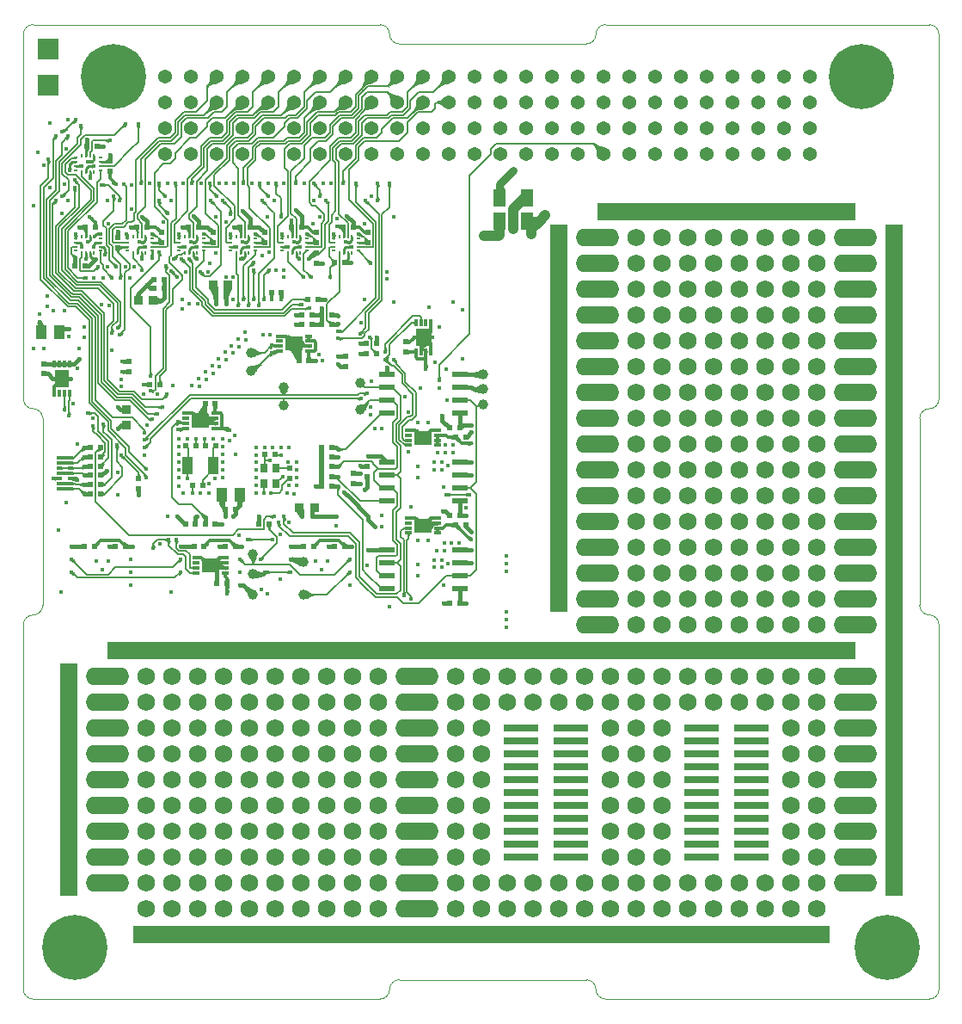
<source format=gbr>
G04 #@! TF.GenerationSoftware,KiCad,Pcbnew,(5.1.6)-1*
G04 #@! TF.CreationDate,2020-08-06T12:50:43+02:00*
G04 #@! TF.ProjectId,board_sierra,626f6172-645f-4736-9965-7272612e6b69,rev?*
G04 #@! TF.SameCoordinates,Original*
G04 #@! TF.FileFunction,Copper,L6,Bot*
G04 #@! TF.FilePolarity,Positive*
%FSLAX46Y46*%
G04 Gerber Fmt 4.6, Leading zero omitted, Abs format (unit mm)*
G04 Created by KiCad (PCBNEW (5.1.6)-1) date 2020-08-06 12:50:43*
%MOMM*%
%LPD*%
G01*
G04 APERTURE LIST*
G04 #@! TA.AperFunction,Profile*
%ADD10C,0.100000*%
G04 #@! TD*
G04 #@! TA.AperFunction,SMDPad,CuDef*
%ADD11R,3.500000X0.650000*%
G04 #@! TD*
G04 #@! TA.AperFunction,ComponentPad*
%ADD12R,2.540000X1.750000*%
G04 #@! TD*
G04 #@! TA.AperFunction,ComponentPad*
%ADD13R,1.750000X2.540000*%
G04 #@! TD*
G04 #@! TA.AperFunction,ComponentPad*
%ADD14C,1.500000*%
G04 #@! TD*
G04 #@! TA.AperFunction,ComponentPad*
%ADD15O,4.290000X1.750000*%
G04 #@! TD*
G04 #@! TA.AperFunction,ComponentPad*
%ADD16C,1.750000*%
G04 #@! TD*
G04 #@! TA.AperFunction,ViaPad*
%ADD17C,0.450000*%
G04 #@! TD*
G04 #@! TA.AperFunction,SMDPad,CuDef*
%ADD18R,1.600000X0.600000*%
G04 #@! TD*
G04 #@! TA.AperFunction,SMDPad,CuDef*
%ADD19R,1.450000X1.750000*%
G04 #@! TD*
G04 #@! TA.AperFunction,SMDPad,CuDef*
%ADD20R,0.300000X0.750000*%
G04 #@! TD*
G04 #@! TA.AperFunction,SMDPad,CuDef*
%ADD21R,1.750000X1.450000*%
G04 #@! TD*
G04 #@! TA.AperFunction,SMDPad,CuDef*
%ADD22R,0.750000X0.300000*%
G04 #@! TD*
G04 #@! TA.AperFunction,SMDPad,CuDef*
%ADD23R,1.100000X1.400000*%
G04 #@! TD*
G04 #@! TA.AperFunction,SMDPad,CuDef*
%ADD24R,0.950000X0.950000*%
G04 #@! TD*
G04 #@! TA.AperFunction,SMDPad,CuDef*
%ADD25R,1.250000X1.750000*%
G04 #@! TD*
G04 #@! TA.AperFunction,ComponentPad*
%ADD26C,6.400000*%
G04 #@! TD*
G04 #@! TA.AperFunction,ComponentPad*
%ADD27C,0.800000*%
G04 #@! TD*
G04 #@! TA.AperFunction,SMDPad,CuDef*
%ADD28C,1.000000*%
G04 #@! TD*
G04 #@! TA.AperFunction,ComponentPad*
%ADD29R,2.000000X2.000000*%
G04 #@! TD*
G04 #@! TA.AperFunction,SMDPad,CuDef*
%ADD30R,0.500000X0.600000*%
G04 #@! TD*
G04 #@! TA.AperFunction,SMDPad,CuDef*
%ADD31R,0.600000X0.500000*%
G04 #@! TD*
G04 #@! TA.AperFunction,SMDPad,CuDef*
%ADD32R,0.463000X0.225000*%
G04 #@! TD*
G04 #@! TA.AperFunction,SMDPad,CuDef*
%ADD33R,0.225000X0.463000*%
G04 #@! TD*
G04 #@! TA.AperFunction,ComponentPad*
%ADD34C,1.365000*%
G04 #@! TD*
G04 #@! TA.AperFunction,SMDPad,CuDef*
%ADD35R,0.500000X0.300000*%
G04 #@! TD*
G04 #@! TA.AperFunction,SMDPad,CuDef*
%ADD36R,0.800000X0.900000*%
G04 #@! TD*
G04 #@! TA.AperFunction,SMDPad,CuDef*
%ADD37R,1.000000X1.800000*%
G04 #@! TD*
G04 #@! TA.AperFunction,Conductor*
%ADD38C,0.300000*%
G04 #@! TD*
G04 #@! TA.AperFunction,Conductor*
%ADD39C,0.200000*%
G04 #@! TD*
G04 #@! TA.AperFunction,Conductor*
%ADD40C,0.450000*%
G04 #@! TD*
G04 #@! TA.AperFunction,Conductor*
%ADD41C,0.225000*%
G04 #@! TD*
G04 #@! TA.AperFunction,Conductor*
%ADD42C,0.500000*%
G04 #@! TD*
G04 #@! TA.AperFunction,Conductor*
%ADD43C,0.350000*%
G04 #@! TD*
G04 #@! TA.AperFunction,Conductor*
%ADD44C,0.173000*%
G04 #@! TD*
G04 #@! TA.AperFunction,Conductor*
%ADD45C,0.250000*%
G04 #@! TD*
G04 #@! TA.AperFunction,Conductor*
%ADD46C,1.000000*%
G04 #@! TD*
G04 #@! TA.AperFunction,Conductor*
%ADD47C,0.770000*%
G04 #@! TD*
G04 #@! TA.AperFunction,Conductor*
%ADD48C,0.190000*%
G04 #@! TD*
G04 #@! TA.AperFunction,Conductor*
%ADD49C,0.170000*%
G04 #@! TD*
G04 #@! TA.AperFunction,Conductor*
%ADD50C,0.025400*%
G04 #@! TD*
G04 APERTURE END LIST*
D10*
X137985500Y-43180000D02*
G75*
G03*
X138938000Y-42227500I0J952500D01*
G01*
X119570500Y-43180000D02*
X137985500Y-43180000D01*
X139890500Y-41275000D02*
X171767500Y-41275000D01*
X118618000Y-42227500D02*
G75*
G03*
X117665500Y-41275000I-952500J0D01*
G01*
X118618000Y-42227500D02*
G75*
G03*
X119570500Y-43180000I952500J0D01*
G01*
X83502500Y-41275000D02*
X117665500Y-41275000D01*
X139890500Y-41275000D02*
G75*
G03*
X138938000Y-42227500I0J-952500D01*
G01*
X139890500Y-137160000D02*
X171767500Y-137160000D01*
X119570500Y-135255000D02*
X137985500Y-135255000D01*
X83502500Y-137160000D02*
X117665500Y-137160000D01*
X139890500Y-137160000D02*
G75*
G02*
X138938000Y-136207500I0J952500D01*
G01*
X137985500Y-135255000D02*
G75*
G02*
X138938000Y-136207500I0J-952500D01*
G01*
X118618000Y-136207500D02*
G75*
G02*
X119570500Y-135255000I952500J0D01*
G01*
X118618000Y-136207500D02*
G75*
G02*
X117665500Y-137160000I-952500J0D01*
G01*
X171767500Y-79070200D02*
G75*
G03*
X170815000Y-80022700I0J-952500D01*
G01*
X172720000Y-42227500D02*
X172720000Y-78117700D01*
X170815000Y-80022700D02*
X170815000Y-98412300D01*
X172720000Y-100317300D02*
X172720000Y-136207500D01*
X170815000Y-98412300D02*
G75*
G03*
X171767500Y-99364800I952500J0D01*
G01*
X172720000Y-100317300D02*
G75*
G03*
X171767500Y-99364800I-952500J0D01*
G01*
X171767500Y-79070200D02*
G75*
G03*
X172720000Y-78117700I0J952500D01*
G01*
X172720000Y-136207500D02*
G75*
G02*
X171767500Y-137160000I-952500J0D01*
G01*
X171767500Y-41275000D02*
G75*
G02*
X172720000Y-42227500I0J-952500D01*
G01*
X82550000Y-100317300D02*
X82550000Y-136207500D01*
X82550000Y-42227500D02*
X82550000Y-78117700D01*
X82550000Y-42227500D02*
G75*
G02*
X83502500Y-41275000I952500J0D01*
G01*
X84455000Y-80022700D02*
X84455000Y-98412300D01*
X83502500Y-79070200D02*
G75*
G02*
X82550000Y-78117700I0J952500D01*
G01*
X83502500Y-79070200D02*
G75*
G02*
X84455000Y-80022700I0J-952500D01*
G01*
X84455000Y-98412300D02*
G75*
G02*
X83502500Y-99364800I-952500J0D01*
G01*
X82550000Y-100317300D02*
G75*
G02*
X83502500Y-99364800I952500J0D01*
G01*
X83502500Y-137160000D02*
G75*
G02*
X82550000Y-136207500I0J952500D01*
G01*
D11*
X136460000Y-118110000D03*
X136460000Y-116840000D03*
X131510000Y-114300000D03*
X131510000Y-119380000D03*
X136460000Y-121920000D03*
X136460000Y-123190000D03*
X136460000Y-114300000D03*
X136460000Y-119380000D03*
X131510000Y-118110000D03*
X136460000Y-120650000D03*
X131510000Y-123190000D03*
X136460000Y-115570000D03*
X131510000Y-116840000D03*
X136460000Y-110490000D03*
X131510000Y-121920000D03*
X131510000Y-113030000D03*
X136460000Y-111760000D03*
X131510000Y-120650000D03*
X131510000Y-115570000D03*
X136460000Y-113030000D03*
X131510000Y-111760000D03*
X131510000Y-110490000D03*
X149290000Y-119380000D03*
X154240000Y-123190000D03*
X149290000Y-114300000D03*
X154240000Y-118110000D03*
X154240000Y-121920000D03*
X154240000Y-116840000D03*
X154240000Y-119380000D03*
X154240000Y-114300000D03*
X154240000Y-120650000D03*
X149290000Y-123190000D03*
X154240000Y-115570000D03*
X149290000Y-116840000D03*
X154240000Y-110490000D03*
X149290000Y-113030000D03*
X149290000Y-115570000D03*
X154240000Y-113030000D03*
X149290000Y-111760000D03*
X149290000Y-121920000D03*
X154240000Y-111760000D03*
X149290000Y-110490000D03*
X149290000Y-120650000D03*
X149290000Y-118110000D03*
D12*
X163195000Y-59690000D03*
X140335000Y-59690000D03*
X158115000Y-59690000D03*
X160655000Y-59690000D03*
X145415000Y-59690000D03*
X147955000Y-59690000D03*
X150495000Y-59690000D03*
X153035000Y-59690000D03*
X155575000Y-59690000D03*
X142875000Y-59690000D03*
D13*
X168275000Y-64770000D03*
X135255000Y-64770000D03*
D14*
X140335000Y-64770000D03*
X137795000Y-64770000D03*
D15*
X139065000Y-64770000D03*
D16*
X150495000Y-64770000D03*
X142875000Y-64770000D03*
D14*
X163195000Y-64770000D03*
D16*
X155575000Y-64770000D03*
X160655000Y-64770000D03*
X147955000Y-64770000D03*
D14*
X165735000Y-64770000D03*
D16*
X153035000Y-64770000D03*
X145415000Y-64770000D03*
D15*
X164465000Y-64770000D03*
D16*
X158115000Y-64770000D03*
X137795000Y-128270000D03*
X137795000Y-107950000D03*
X137795000Y-105410000D03*
X137795000Y-125730000D03*
D14*
X120015000Y-125730000D03*
D15*
X121285000Y-125730000D03*
D14*
X122555000Y-125730000D03*
D16*
X150495000Y-128270000D03*
X145415000Y-128270000D03*
X160655000Y-128270000D03*
X94615000Y-128270000D03*
X155575000Y-128270000D03*
X147955000Y-128270000D03*
X158115000Y-128270000D03*
X135255000Y-128270000D03*
X140335000Y-128270000D03*
X142875000Y-128270000D03*
X153035000Y-128270000D03*
X132715000Y-128270000D03*
X107315000Y-128270000D03*
X104775000Y-128270000D03*
X112395000Y-128270000D03*
X127635000Y-128270000D03*
X97155000Y-128270000D03*
X130175000Y-128270000D03*
X117475000Y-128270000D03*
X102235000Y-128270000D03*
X109855000Y-128270000D03*
X99695000Y-128270000D03*
X125095000Y-128270000D03*
X114935000Y-128270000D03*
D12*
X92075000Y-102870000D03*
X163195000Y-102870000D03*
X158115000Y-102870000D03*
X160655000Y-102870000D03*
X142875000Y-102870000D03*
X155575000Y-102870000D03*
X135255000Y-102870000D03*
X132715000Y-102870000D03*
X137795000Y-102870000D03*
X145415000Y-102870000D03*
X150495000Y-102870000D03*
X153035000Y-102870000D03*
X147955000Y-102870000D03*
X140335000Y-102870000D03*
D14*
X122555000Y-118110000D03*
D15*
X121285000Y-118110000D03*
D14*
X120015000Y-118110000D03*
D15*
X121285000Y-107950000D03*
D14*
X122555000Y-107950000D03*
X122555000Y-105410000D03*
X120015000Y-107950000D03*
X122555000Y-115570000D03*
X122555000Y-113030000D03*
X120015000Y-120650000D03*
D15*
X121285000Y-123190000D03*
D14*
X122555000Y-120650000D03*
X120015000Y-113030000D03*
X120015000Y-123190000D03*
D15*
X121285000Y-115570000D03*
D14*
X120015000Y-115570000D03*
D15*
X121285000Y-105410000D03*
D14*
X120015000Y-110490000D03*
D15*
X121285000Y-120650000D03*
X121285000Y-113030000D03*
D14*
X122555000Y-110490000D03*
D15*
X121285000Y-110490000D03*
D14*
X120015000Y-105410000D03*
X122555000Y-123190000D03*
D15*
X121285000Y-128270000D03*
D14*
X120015000Y-128270000D03*
X122555000Y-128270000D03*
D13*
X86995000Y-107950000D03*
D15*
X90805000Y-107950000D03*
X90805000Y-105410000D03*
D14*
X92075000Y-105410000D03*
X89535000Y-105410000D03*
X89535000Y-107950000D03*
X92075000Y-107950000D03*
D16*
X117475000Y-107950000D03*
X132715000Y-105410000D03*
X135255000Y-107950000D03*
X125095000Y-105410000D03*
X117475000Y-105410000D03*
X125095000Y-107950000D03*
X132715000Y-107950000D03*
X135255000Y-105410000D03*
X102235000Y-105410000D03*
X97155000Y-107950000D03*
X104775000Y-107950000D03*
X102235000Y-107950000D03*
X130175000Y-107950000D03*
X127635000Y-107950000D03*
X104775000Y-105410000D03*
X94615000Y-105410000D03*
X94615000Y-107950000D03*
X97155000Y-105410000D03*
X127635000Y-105410000D03*
X99695000Y-107950000D03*
X130175000Y-105410000D03*
X99695000Y-105410000D03*
X114935000Y-105410000D03*
X112395000Y-107950000D03*
X107315000Y-107950000D03*
X114935000Y-107950000D03*
X109855000Y-107950000D03*
X112395000Y-105410000D03*
X109855000Y-105410000D03*
X107315000Y-105410000D03*
D13*
X86995000Y-105410000D03*
D14*
X140335000Y-95250000D03*
D15*
X139065000Y-95250000D03*
D14*
X137795000Y-95250000D03*
D15*
X139065000Y-97790000D03*
D14*
X140335000Y-97790000D03*
X137795000Y-97790000D03*
X137795000Y-100330000D03*
X140335000Y-100330000D03*
D15*
X139065000Y-100330000D03*
D14*
X137795000Y-87630000D03*
X140335000Y-87630000D03*
D15*
X139065000Y-85090000D03*
D14*
X140335000Y-85090000D03*
X137795000Y-85090000D03*
D15*
X139065000Y-90170000D03*
X139065000Y-87630000D03*
X139065000Y-92710000D03*
D14*
X137795000Y-92710000D03*
X140335000Y-90170000D03*
X140335000Y-92710000D03*
X137795000Y-90170000D03*
D13*
X135255000Y-97790000D03*
X135255000Y-95250000D03*
X135255000Y-72390000D03*
X135255000Y-90170000D03*
X135255000Y-82550000D03*
X135255000Y-69850000D03*
X135255000Y-77470000D03*
X135255000Y-74930000D03*
X135255000Y-62230000D03*
X135255000Y-67310000D03*
X135255000Y-87630000D03*
X135255000Y-85090000D03*
X135255000Y-92710000D03*
X135255000Y-80010000D03*
D14*
X140335000Y-74930000D03*
X137795000Y-74930000D03*
X137795000Y-82550000D03*
X140335000Y-82550000D03*
D15*
X139065000Y-80010000D03*
D14*
X140335000Y-77470000D03*
X137795000Y-77470000D03*
D15*
X139065000Y-77470000D03*
X139065000Y-82550000D03*
D14*
X140335000Y-80010000D03*
X137795000Y-80010000D03*
D15*
X139065000Y-74930000D03*
D14*
X137795000Y-69850000D03*
D15*
X139065000Y-67310000D03*
D14*
X140335000Y-72390000D03*
D15*
X139065000Y-69850000D03*
D14*
X137795000Y-67310000D03*
D15*
X139065000Y-72390000D03*
X139065000Y-62230000D03*
D14*
X140335000Y-69850000D03*
X137795000Y-72390000D03*
X140335000Y-62230000D03*
X140335000Y-67310000D03*
X137795000Y-62230000D03*
D12*
X158115000Y-130810000D03*
X160655000Y-130810000D03*
X94615000Y-130810000D03*
D13*
X86995000Y-123190000D03*
X86995000Y-118110000D03*
X86995000Y-115570000D03*
X86995000Y-125730000D03*
X86995000Y-110490000D03*
X86995000Y-120650000D03*
X86995000Y-113030000D03*
D15*
X90805000Y-123190000D03*
D14*
X89535000Y-125730000D03*
X92075000Y-123190000D03*
X89535000Y-123190000D03*
X92075000Y-125730000D03*
D15*
X90805000Y-125730000D03*
X90805000Y-113030000D03*
D14*
X89535000Y-120650000D03*
X89535000Y-113030000D03*
D15*
X90805000Y-120650000D03*
D14*
X89535000Y-115570000D03*
D15*
X90805000Y-118110000D03*
D14*
X89535000Y-118110000D03*
X92075000Y-113030000D03*
X92075000Y-115570000D03*
D15*
X90805000Y-115570000D03*
D14*
X92075000Y-120650000D03*
X92075000Y-118110000D03*
X89535000Y-110490000D03*
D15*
X90805000Y-110490000D03*
D14*
X92075000Y-110490000D03*
D15*
X164465000Y-125730000D03*
D14*
X163195000Y-123190000D03*
X163195000Y-125730000D03*
D15*
X164465000Y-123190000D03*
D14*
X165735000Y-125730000D03*
X165735000Y-123190000D03*
X163195000Y-120650000D03*
X163195000Y-115570000D03*
D15*
X164465000Y-118110000D03*
X164465000Y-120650000D03*
D14*
X163195000Y-118110000D03*
X165735000Y-115570000D03*
X163195000Y-113030000D03*
D15*
X164465000Y-115570000D03*
D14*
X165735000Y-120650000D03*
X165735000Y-118110000D03*
X165735000Y-113030000D03*
D15*
X164465000Y-113030000D03*
X164465000Y-107950000D03*
X164465000Y-110490000D03*
D14*
X165735000Y-105410000D03*
D15*
X164465000Y-105410000D03*
D14*
X165735000Y-107950000D03*
X163195000Y-110490000D03*
X163195000Y-107950000D03*
X165735000Y-110490000D03*
X163195000Y-105410000D03*
X165735000Y-95250000D03*
D15*
X164465000Y-97790000D03*
D14*
X163195000Y-92710000D03*
D15*
X164465000Y-95250000D03*
D14*
X165735000Y-97790000D03*
D15*
X164465000Y-92710000D03*
X164465000Y-100330000D03*
D14*
X163195000Y-95250000D03*
X165735000Y-92710000D03*
X163195000Y-100330000D03*
X163195000Y-97790000D03*
X165735000Y-100330000D03*
X163195000Y-90170000D03*
X165735000Y-90170000D03*
X165735000Y-82550000D03*
X163195000Y-82550000D03*
D15*
X164465000Y-85090000D03*
D14*
X163195000Y-87630000D03*
X165735000Y-87630000D03*
D15*
X164465000Y-87630000D03*
X164465000Y-82550000D03*
D14*
X163195000Y-85090000D03*
X165735000Y-85090000D03*
D15*
X164465000Y-90170000D03*
D14*
X165735000Y-77470000D03*
X163195000Y-77470000D03*
D15*
X164465000Y-80010000D03*
D14*
X163195000Y-80010000D03*
X165735000Y-80010000D03*
D15*
X164465000Y-74930000D03*
X164465000Y-77470000D03*
X164465000Y-72390000D03*
D14*
X165735000Y-72390000D03*
X163195000Y-74930000D03*
X163195000Y-72390000D03*
X165735000Y-74930000D03*
D15*
X164465000Y-69850000D03*
D14*
X163195000Y-69850000D03*
X165735000Y-69850000D03*
X165735000Y-67310000D03*
X163195000Y-67310000D03*
D15*
X164465000Y-67310000D03*
D14*
X163195000Y-62230000D03*
X165735000Y-62230000D03*
D15*
X164465000Y-62230000D03*
D16*
X155575000Y-62230000D03*
X147955000Y-62230000D03*
X145415000Y-62230000D03*
X145415000Y-67310000D03*
X158115000Y-67310000D03*
X147955000Y-67310000D03*
X155575000Y-67310000D03*
X142875000Y-62230000D03*
X158115000Y-62230000D03*
X160655000Y-67310000D03*
X142875000Y-67310000D03*
X153035000Y-67310000D03*
X153035000Y-62230000D03*
X150495000Y-67310000D03*
X150495000Y-62230000D03*
X160655000Y-62230000D03*
X145415000Y-80010000D03*
X160655000Y-85090000D03*
X145415000Y-72390000D03*
X142875000Y-69850000D03*
X142875000Y-77470000D03*
X142875000Y-74930000D03*
X155575000Y-85090000D03*
X142875000Y-82550000D03*
X145415000Y-74930000D03*
X147955000Y-74930000D03*
X142875000Y-72390000D03*
X158115000Y-80010000D03*
X147955000Y-85090000D03*
X145415000Y-87630000D03*
X147955000Y-69850000D03*
X147955000Y-77470000D03*
X145415000Y-69850000D03*
X147955000Y-72390000D03*
X145415000Y-77470000D03*
X145415000Y-85090000D03*
X147955000Y-87630000D03*
X155575000Y-87630000D03*
X142875000Y-85090000D03*
X142875000Y-80010000D03*
X155575000Y-82550000D03*
X147955000Y-80010000D03*
X150495000Y-87630000D03*
X150495000Y-74930000D03*
X160655000Y-72390000D03*
X155575000Y-77470000D03*
X160655000Y-74930000D03*
X153035000Y-74930000D03*
X160655000Y-87630000D03*
X155575000Y-74930000D03*
X158115000Y-82550000D03*
X147955000Y-82550000D03*
X150495000Y-82550000D03*
X153035000Y-80010000D03*
X160655000Y-77470000D03*
X155575000Y-72390000D03*
X150495000Y-72390000D03*
X153035000Y-77470000D03*
X150495000Y-80010000D03*
X160655000Y-82550000D03*
X158115000Y-77470000D03*
X153035000Y-72390000D03*
X158115000Y-74930000D03*
X153035000Y-69850000D03*
X142875000Y-87630000D03*
X158115000Y-72390000D03*
X145415000Y-82550000D03*
X153035000Y-82550000D03*
X150495000Y-77470000D03*
X158115000Y-87630000D03*
X158115000Y-85090000D03*
X153035000Y-85090000D03*
X160655000Y-80010000D03*
X153035000Y-87630000D03*
X155575000Y-80010000D03*
X160655000Y-69850000D03*
X150495000Y-85090000D03*
X155575000Y-69850000D03*
X150495000Y-69850000D03*
X158115000Y-69850000D03*
X145415000Y-92710000D03*
X147955000Y-92710000D03*
X142875000Y-95250000D03*
X147955000Y-95250000D03*
X147955000Y-90170000D03*
X147955000Y-97790000D03*
X142875000Y-90170000D03*
X142875000Y-97790000D03*
X145415000Y-90170000D03*
X142875000Y-92710000D03*
X145415000Y-97790000D03*
X145415000Y-95250000D03*
X158115000Y-100330000D03*
X147955000Y-105410000D03*
X145415000Y-100330000D03*
X155575000Y-107950000D03*
X155575000Y-105410000D03*
X142875000Y-105410000D03*
X142875000Y-100330000D03*
X145415000Y-107950000D03*
X160655000Y-105410000D03*
X145415000Y-105410000D03*
X140335000Y-105410000D03*
X140335000Y-107950000D03*
X147955000Y-107950000D03*
X155575000Y-100330000D03*
X150495000Y-105410000D03*
X147955000Y-100330000D03*
X142875000Y-107950000D03*
X153035000Y-100330000D03*
X160655000Y-107950000D03*
X150495000Y-100330000D03*
X153035000Y-107950000D03*
X150495000Y-107950000D03*
X158115000Y-105410000D03*
X158115000Y-107950000D03*
X153035000Y-105410000D03*
X160655000Y-90170000D03*
X160655000Y-100330000D03*
X160655000Y-95250000D03*
X160655000Y-97790000D03*
X158115000Y-97790000D03*
X153035000Y-92710000D03*
X150495000Y-92710000D03*
X158115000Y-92710000D03*
X160655000Y-92710000D03*
X158115000Y-95250000D03*
X155575000Y-92710000D03*
X153035000Y-90170000D03*
X153035000Y-97790000D03*
X155575000Y-97790000D03*
X155575000Y-95250000D03*
X150495000Y-97790000D03*
X150495000Y-95250000D03*
X153035000Y-95250000D03*
X155575000Y-90170000D03*
X150495000Y-90170000D03*
X158115000Y-90170000D03*
X112395000Y-113030000D03*
X114935000Y-113030000D03*
X109855000Y-115570000D03*
X107315000Y-115570000D03*
X114935000Y-115570000D03*
X107315000Y-113030000D03*
X114935000Y-110490000D03*
X114935000Y-118110000D03*
X109855000Y-110490000D03*
X107315000Y-118110000D03*
X109855000Y-118110000D03*
X112395000Y-110490000D03*
X109855000Y-113030000D03*
X107315000Y-110490000D03*
X112395000Y-118110000D03*
X112395000Y-115570000D03*
X145415000Y-118110000D03*
X145415000Y-110490000D03*
X140335000Y-113030000D03*
X145415000Y-115570000D03*
X145415000Y-113030000D03*
X140335000Y-118110000D03*
X140335000Y-110490000D03*
X142875000Y-110490000D03*
X140335000Y-115570000D03*
X142875000Y-113030000D03*
X142875000Y-118110000D03*
X142875000Y-115570000D03*
X160655000Y-125730000D03*
X158115000Y-125730000D03*
X94615000Y-125730000D03*
X145415000Y-120650000D03*
X135255000Y-125730000D03*
X140335000Y-123190000D03*
X142875000Y-125730000D03*
X145415000Y-123190000D03*
X145415000Y-125730000D03*
X142875000Y-120650000D03*
X155575000Y-125730000D03*
X132715000Y-125730000D03*
X153035000Y-125730000D03*
X142875000Y-123190000D03*
X140335000Y-120650000D03*
X140335000Y-125730000D03*
X147955000Y-125730000D03*
X150495000Y-125730000D03*
X97155000Y-123190000D03*
X109855000Y-123190000D03*
X114935000Y-125730000D03*
X114935000Y-120650000D03*
X99695000Y-125730000D03*
X127635000Y-120650000D03*
X114935000Y-123190000D03*
X112395000Y-125730000D03*
X125095000Y-123190000D03*
X127635000Y-123190000D03*
X97155000Y-125730000D03*
X127635000Y-125730000D03*
X107315000Y-125730000D03*
X125095000Y-120650000D03*
X99695000Y-120650000D03*
X117475000Y-125730000D03*
X107315000Y-120650000D03*
X109855000Y-120650000D03*
X117475000Y-123190000D03*
X112395000Y-120650000D03*
X125095000Y-125730000D03*
X130175000Y-125730000D03*
X102235000Y-123190000D03*
X109855000Y-125730000D03*
X107315000Y-123190000D03*
X104775000Y-125730000D03*
X117475000Y-120650000D03*
X104775000Y-120650000D03*
X102235000Y-125730000D03*
X112395000Y-123190000D03*
X99695000Y-123190000D03*
X97155000Y-120650000D03*
X102235000Y-120650000D03*
X104775000Y-123190000D03*
X158115000Y-115570000D03*
X158115000Y-123190000D03*
X94615000Y-120650000D03*
X94615000Y-123190000D03*
X158115000Y-118110000D03*
X160655000Y-113030000D03*
X160655000Y-118110000D03*
X160655000Y-123190000D03*
X158115000Y-120650000D03*
X158115000Y-110490000D03*
X160655000Y-110490000D03*
X160655000Y-115570000D03*
X158115000Y-113030000D03*
X160655000Y-120650000D03*
X125095000Y-118110000D03*
X117475000Y-118110000D03*
X117475000Y-115570000D03*
X125095000Y-115570000D03*
X117475000Y-110490000D03*
X125095000Y-110490000D03*
X125095000Y-113030000D03*
X117475000Y-113030000D03*
X127635000Y-110490000D03*
X127635000Y-115570000D03*
X127635000Y-118110000D03*
X127635000Y-113030000D03*
X99695000Y-118110000D03*
X97155000Y-118110000D03*
X97155000Y-115570000D03*
X99695000Y-115570000D03*
X97155000Y-110490000D03*
X99695000Y-110490000D03*
X99695000Y-113030000D03*
X97155000Y-113030000D03*
X104775000Y-110490000D03*
X104775000Y-118110000D03*
X102235000Y-110490000D03*
X104775000Y-115570000D03*
X102235000Y-115570000D03*
X104775000Y-113030000D03*
X102235000Y-118110000D03*
X102235000Y-113030000D03*
X94615000Y-118110000D03*
X94615000Y-115570000D03*
X94615000Y-110490000D03*
X94615000Y-113030000D03*
D12*
X94615000Y-102870000D03*
X97155000Y-102870000D03*
X99695000Y-102870000D03*
X102235000Y-102870000D03*
X97155000Y-130810000D03*
X99695000Y-130810000D03*
X107315000Y-102870000D03*
X112395000Y-102870000D03*
X114935000Y-102870000D03*
X104775000Y-102870000D03*
X109855000Y-102870000D03*
D13*
X168275000Y-62230000D03*
X168275000Y-67310000D03*
X168275000Y-69850000D03*
X168275000Y-72390000D03*
D12*
X120015000Y-102870000D03*
D13*
X168275000Y-74930000D03*
D12*
X117475000Y-102870000D03*
D13*
X168275000Y-82550000D03*
D12*
X127635000Y-102870000D03*
D13*
X168275000Y-80010000D03*
D12*
X125095000Y-102870000D03*
D13*
X168275000Y-85090000D03*
X168275000Y-77470000D03*
D12*
X122555000Y-102870000D03*
D13*
X168275000Y-95250000D03*
X168275000Y-87630000D03*
D12*
X130175000Y-102870000D03*
D13*
X168275000Y-97790000D03*
X168275000Y-92710000D03*
X168275000Y-90170000D03*
X168275000Y-102870000D03*
X168275000Y-100330000D03*
X168275000Y-110490000D03*
X168275000Y-107950000D03*
X168275000Y-105410000D03*
X168275000Y-115570000D03*
X168275000Y-113030000D03*
X168275000Y-123190000D03*
X168275000Y-118110000D03*
X168275000Y-120650000D03*
X168275000Y-125730000D03*
D12*
X107315000Y-130810000D03*
X102235000Y-130810000D03*
X104775000Y-130810000D03*
X114935000Y-130810000D03*
X109855000Y-130810000D03*
X112395000Y-130810000D03*
X122555000Y-130810000D03*
X117475000Y-130810000D03*
X120015000Y-130810000D03*
X130175000Y-130810000D03*
X125095000Y-130810000D03*
X127635000Y-130810000D03*
X137795000Y-130810000D03*
X135255000Y-130810000D03*
X132715000Y-130810000D03*
X153035000Y-130810000D03*
X147955000Y-130810000D03*
X140335000Y-130810000D03*
X145415000Y-130810000D03*
X142875000Y-130810000D03*
X150495000Y-130810000D03*
X155575000Y-130810000D03*
D17*
X122840000Y-72020000D03*
X121040000Y-72020000D03*
X121940000Y-72520000D03*
X121940000Y-71520000D03*
X87220000Y-76080000D03*
X85420000Y-76080000D03*
X86320000Y-76580000D03*
X86320000Y-75580000D03*
D18*
X118320000Y-75692000D03*
X118320000Y-78232000D03*
X125520000Y-79502000D03*
X125520000Y-78232000D03*
X118320000Y-79502000D03*
X125520000Y-75692000D03*
X125520000Y-76962000D03*
X118320000Y-76962000D03*
X118320000Y-92964000D03*
X118320000Y-95504000D03*
X125520000Y-96774000D03*
X125520000Y-95504000D03*
X118320000Y-96774000D03*
X125520000Y-92964000D03*
X125520000Y-94234000D03*
X118320000Y-94234000D03*
X118320000Y-84328000D03*
X118320000Y-86868000D03*
X125520000Y-88138000D03*
X125520000Y-86868000D03*
X118320000Y-88138000D03*
X125520000Y-84328000D03*
X125520000Y-85598000D03*
X118320000Y-85598000D03*
D19*
X86320000Y-76080000D03*
D20*
X87070000Y-74630000D03*
X86570000Y-74630000D03*
X86070000Y-74630000D03*
X85570000Y-74630000D03*
X85570000Y-77530000D03*
X86070000Y-77530000D03*
X86570000Y-77530000D03*
X87070000Y-77530000D03*
D21*
X121920000Y-81915000D03*
D22*
X123370000Y-82665000D03*
X123370000Y-82165000D03*
X123370000Y-81665000D03*
X123370000Y-81165000D03*
X120470000Y-81165000D03*
X120470000Y-81665000D03*
X120470000Y-82165000D03*
X120470000Y-82665000D03*
D19*
X121940000Y-72020000D03*
D20*
X121190000Y-73470000D03*
X121690000Y-73470000D03*
X122190000Y-73470000D03*
X122690000Y-73470000D03*
X122690000Y-70570000D03*
X122190000Y-70570000D03*
X121690000Y-70570000D03*
X121190000Y-70570000D03*
D21*
X109220000Y-72670000D03*
D22*
X110670000Y-73420000D03*
X110670000Y-72920000D03*
X110670000Y-72420000D03*
X110670000Y-71920000D03*
X107770000Y-71920000D03*
X107770000Y-72420000D03*
X107770000Y-72920000D03*
X107770000Y-73420000D03*
D21*
X121920000Y-90551000D03*
D22*
X123370000Y-91301000D03*
X123370000Y-90801000D03*
X123370000Y-90301000D03*
X123370000Y-89801000D03*
X120470000Y-89801000D03*
X120470000Y-90301000D03*
X120470000Y-90801000D03*
X120470000Y-91301000D03*
D21*
X99990000Y-80270000D03*
D22*
X101440000Y-81020000D03*
X101440000Y-80520000D03*
X101440000Y-80020000D03*
X101440000Y-79520000D03*
X98540000Y-79520000D03*
X98540000Y-80020000D03*
X98540000Y-80520000D03*
X98540000Y-81020000D03*
D21*
X100965000Y-94488000D03*
D22*
X102415000Y-95238000D03*
X102415000Y-94738000D03*
X102415000Y-94238000D03*
X102415000Y-93738000D03*
X99515000Y-93738000D03*
X99515000Y-94238000D03*
X99515000Y-94738000D03*
X99515000Y-95238000D03*
D23*
X84325000Y-71580000D03*
X86075000Y-71580000D03*
D24*
X93845000Y-68430000D03*
X95295000Y-68430000D03*
X109745000Y-88840000D03*
X111195000Y-88840000D03*
D23*
X102085000Y-87570000D03*
X103835000Y-87570000D03*
D24*
X102695000Y-66920000D03*
X101245000Y-66920000D03*
X92650000Y-79195000D03*
X92650000Y-80645000D03*
D17*
X121420000Y-92050000D03*
X122420000Y-92050000D03*
X122420000Y-90050000D03*
X121420000Y-90050000D03*
X121420000Y-91050000D03*
X122420000Y-91050000D03*
D25*
X129425000Y-60610000D03*
X132175000Y-60610000D03*
X129425000Y-58360000D03*
X132175000Y-58360000D03*
D26*
X91440000Y-46355000D03*
D27*
X93840000Y-46355000D03*
X93137056Y-48052056D03*
X91440000Y-48755000D03*
X89742944Y-48052056D03*
X89040000Y-46355000D03*
X89742944Y-44657944D03*
X91440000Y-43955000D03*
X93137056Y-44657944D03*
D26*
X167640000Y-132080000D03*
D27*
X170040000Y-132080000D03*
X169337056Y-133777056D03*
X167640000Y-134480000D03*
X165942944Y-133777056D03*
X165240000Y-132080000D03*
X165942944Y-130382944D03*
X167640000Y-129680000D03*
X169337056Y-130382944D03*
D26*
X87630000Y-132080000D03*
D27*
X90030000Y-132080000D03*
X89327056Y-133777056D03*
X87630000Y-134480000D03*
X85932944Y-133777056D03*
X85230000Y-132080000D03*
X85932944Y-130382944D03*
X87630000Y-129680000D03*
X89327056Y-130382944D03*
D26*
X165100000Y-46355000D03*
D27*
X167500000Y-46355000D03*
X166797056Y-48052056D03*
X165100000Y-48755000D03*
X163402944Y-48052056D03*
X162700000Y-46355000D03*
X163402944Y-44657944D03*
X165100000Y-43955000D03*
X166797056Y-44657944D03*
D28*
X108150000Y-78760000D03*
X108150000Y-76960000D03*
X127800000Y-78610000D03*
X115750000Y-76560000D03*
X115750000Y-79160000D03*
X127800000Y-75690000D03*
X127800000Y-77150000D03*
X105150000Y-93360000D03*
X105150000Y-95360000D03*
X110150000Y-94160000D03*
X105150000Y-97360000D03*
X110150000Y-97360000D03*
X104950000Y-75360000D03*
X104950000Y-73560000D03*
D29*
X85000000Y-47220000D03*
X85000000Y-43720000D03*
D30*
X117350000Y-72670000D03*
X116350000Y-72670000D03*
X117350000Y-73660000D03*
X116350000Y-73660000D03*
X102460000Y-88970000D03*
X103460000Y-88970000D03*
X90120000Y-83810000D03*
X89120000Y-83810000D03*
X102470000Y-68100000D03*
X101470000Y-68100000D03*
X111580000Y-68360000D03*
X110580000Y-68360000D03*
D31*
X116410000Y-84750000D03*
X116410000Y-85750000D03*
D30*
X106720000Y-90410000D03*
X105720000Y-90410000D03*
X96010000Y-76670000D03*
X95010000Y-76670000D03*
D31*
X93860000Y-86920000D03*
X93860000Y-85920000D03*
D30*
X95430000Y-66350000D03*
X96430000Y-66350000D03*
X95430000Y-67250000D03*
X96430000Y-67250000D03*
D31*
X92920000Y-74420000D03*
X92920000Y-75420000D03*
X111370000Y-63762000D03*
X111370000Y-64762000D03*
D30*
X114200000Y-64680000D03*
X113200000Y-64680000D03*
D31*
X91830000Y-62230000D03*
X91830000Y-63230000D03*
X91050000Y-55690000D03*
X91050000Y-54690000D03*
X101210000Y-61730000D03*
X101210000Y-62730000D03*
D30*
X99760000Y-61180000D03*
X98760000Y-61180000D03*
D32*
X100278500Y-63530000D03*
X100278500Y-63130000D03*
X100278500Y-62730000D03*
X100278500Y-62330000D03*
D33*
X99660000Y-62111500D03*
X99260000Y-62111500D03*
X98860000Y-62111500D03*
X98460000Y-62111500D03*
D32*
X97841500Y-62330000D03*
X97841500Y-62730000D03*
X97841500Y-63130000D03*
X97841500Y-63530000D03*
D33*
X98460000Y-63748500D03*
X98860000Y-63748500D03*
X99260000Y-63748500D03*
X99660000Y-63748500D03*
D34*
X160020000Y-46355000D03*
X160020000Y-48895000D03*
X157480000Y-46355000D03*
X157480000Y-48895000D03*
X154940000Y-46355000D03*
X154940000Y-48895000D03*
X152400000Y-46355000D03*
X152400000Y-48895000D03*
X149860000Y-46355000D03*
X149860000Y-48895000D03*
X147320000Y-46355000D03*
X147320000Y-48895000D03*
X144780000Y-46355000D03*
X144780000Y-48895000D03*
X142240000Y-46355000D03*
X142240000Y-48895000D03*
X139700000Y-46355000D03*
X139700000Y-48895000D03*
X137160000Y-46355000D03*
X137160000Y-48895000D03*
X134620000Y-46355000D03*
X134620000Y-48895000D03*
X132080000Y-46355000D03*
X132080000Y-48895000D03*
X129540000Y-46355000D03*
X129540000Y-48895000D03*
X127000000Y-46355000D03*
X127000000Y-48895000D03*
X124460000Y-46355000D03*
X124460000Y-48895000D03*
X121920000Y-46355000D03*
X121920000Y-48895000D03*
X119380000Y-46355000D03*
X119380000Y-48895000D03*
X116840000Y-46355000D03*
X116840000Y-48895000D03*
X114300000Y-46355000D03*
X114300000Y-48895000D03*
X111760000Y-46355000D03*
X111760000Y-48895000D03*
X109220000Y-46355000D03*
X109220000Y-48895000D03*
X106680000Y-46355000D03*
X106680000Y-48895000D03*
X104140000Y-46355000D03*
X104140000Y-48895000D03*
X101600000Y-46355000D03*
X101600000Y-48895000D03*
X99060000Y-46355000D03*
X99060000Y-48895000D03*
X96520000Y-46355000D03*
X96520000Y-48895000D03*
X160020000Y-51435000D03*
X160020000Y-53975000D03*
X157480000Y-51435000D03*
X157480000Y-53975000D03*
X154940000Y-51435000D03*
X154940000Y-53975000D03*
X152400000Y-51435000D03*
X152400000Y-53975000D03*
X149860000Y-51435000D03*
X149860000Y-53975000D03*
X147320000Y-51435000D03*
X147320000Y-53975000D03*
X144780000Y-51435000D03*
X144780000Y-53975000D03*
X142240000Y-51435000D03*
X142240000Y-53975000D03*
X139700000Y-51435000D03*
X139700000Y-53975000D03*
X137160000Y-51435000D03*
X137160000Y-53975000D03*
X134620000Y-51435000D03*
X134620000Y-53975000D03*
X132080000Y-51435000D03*
X132080000Y-53975000D03*
X129540000Y-51435000D03*
X129540000Y-53975000D03*
X127000000Y-51435000D03*
X127000000Y-53975000D03*
X124460000Y-51435000D03*
X124460000Y-53975000D03*
X121920000Y-51435000D03*
X121920000Y-53975000D03*
X119380000Y-51435000D03*
X119380000Y-53975000D03*
X116840000Y-51435000D03*
X116840000Y-53975000D03*
X114300000Y-51435000D03*
X114300000Y-53975000D03*
X111760000Y-51435000D03*
X111760000Y-53975000D03*
X109220000Y-51435000D03*
X109220000Y-53975000D03*
X106680000Y-51435000D03*
X106680000Y-53975000D03*
X104140000Y-51435000D03*
X104140000Y-53975000D03*
X101600000Y-51435000D03*
X101600000Y-53975000D03*
X99060000Y-51435000D03*
X99060000Y-53975000D03*
X96520000Y-51435000D03*
X96520000Y-53975000D03*
D17*
X121420000Y-82410000D03*
X122420000Y-82410000D03*
X122420000Y-80410000D03*
X121420000Y-80410000D03*
X121420000Y-81410000D03*
X122420000Y-81410000D03*
X121420000Y-85840000D03*
X121420000Y-84740000D03*
D30*
X107320000Y-83540000D03*
X106320000Y-83540000D03*
X100466000Y-82692000D03*
X101466000Y-82692000D03*
X112920000Y-70780000D03*
X111920000Y-70780000D03*
X112920000Y-69820000D03*
X111920000Y-69820000D03*
X109970000Y-69820000D03*
X110970000Y-69820000D03*
X109970000Y-70780000D03*
X110970000Y-70780000D03*
X90120000Y-87420000D03*
X89120000Y-87420000D03*
X90120000Y-86510000D03*
X89120000Y-86510000D03*
X90120000Y-85610000D03*
X89120000Y-85610000D03*
X90120000Y-84710000D03*
X89120000Y-84710000D03*
X90120000Y-82910000D03*
X89120000Y-82910000D03*
D35*
X87215000Y-83920000D03*
X87215000Y-84420000D03*
X87215000Y-84920000D03*
X87215000Y-85420000D03*
X87215000Y-85920000D03*
X87215000Y-86420000D03*
X87215000Y-86920000D03*
X86065000Y-86920000D03*
X86065000Y-86420000D03*
X86065000Y-85920000D03*
X86065000Y-85420000D03*
X86065000Y-84920000D03*
X86065000Y-84420000D03*
X86065000Y-83920000D03*
D30*
X112930000Y-84770000D03*
X111930000Y-84770000D03*
X112930000Y-83830000D03*
X111930000Y-83830000D03*
D36*
X107420000Y-84940000D03*
X107420000Y-86440000D03*
X106220000Y-86440000D03*
X106220000Y-84940000D03*
D37*
X101271000Y-84632000D03*
X98721000Y-84632000D03*
D31*
X96130000Y-61730000D03*
X96130000Y-62730000D03*
D30*
X99490000Y-90410000D03*
X98490000Y-90410000D03*
X100440000Y-90410000D03*
X101440000Y-90410000D03*
D31*
X106290000Y-61730000D03*
X106290000Y-62730000D03*
D30*
X110140000Y-92580000D03*
X111140000Y-92580000D03*
X99340000Y-92580000D03*
X100340000Y-92580000D03*
X88550000Y-92580000D03*
X89550000Y-92580000D03*
D31*
X111370000Y-61730000D03*
X111370000Y-62730000D03*
D30*
X112930000Y-86670000D03*
X111930000Y-86670000D03*
X112930000Y-85720000D03*
X111930000Y-85720000D03*
X112930000Y-82880000D03*
X111930000Y-82880000D03*
D31*
X108770000Y-84940000D03*
X108770000Y-85940000D03*
D30*
X99216000Y-86572000D03*
X100216000Y-86572000D03*
D31*
X116450000Y-61730000D03*
X116450000Y-62730000D03*
D30*
X88650000Y-65000000D03*
X87650000Y-65000000D03*
D17*
X86570000Y-69450000D03*
X85470000Y-69450000D03*
X121420000Y-95480000D03*
X121420000Y-94380000D03*
D30*
X94680000Y-61180000D03*
X93680000Y-61180000D03*
D31*
X84570000Y-74630000D03*
X84570000Y-75630000D03*
D30*
X125120000Y-81870000D03*
X126120000Y-81870000D03*
D31*
X120190000Y-73470000D03*
X120190000Y-72470000D03*
D30*
X109670000Y-74370000D03*
X110670000Y-74370000D03*
X125120000Y-90510000D03*
X126120000Y-90510000D03*
X101440000Y-78570000D03*
X100440000Y-78570000D03*
X102590000Y-96230000D03*
X101590000Y-96230000D03*
X104840000Y-61180000D03*
X103840000Y-61180000D03*
X114220000Y-92580000D03*
X113220000Y-92580000D03*
X103410000Y-92580000D03*
X102410000Y-92580000D03*
X92630000Y-92580000D03*
X91630000Y-92580000D03*
X109920000Y-61180000D03*
X108920000Y-61180000D03*
X125530000Y-98240000D03*
X124530000Y-98240000D03*
X125530000Y-89610000D03*
X124530000Y-89610000D03*
X125520000Y-80970000D03*
X124520000Y-80970000D03*
X98516000Y-82692000D03*
X99516000Y-82692000D03*
X115000000Y-61180000D03*
X114000000Y-61180000D03*
D31*
X115010000Y-86420000D03*
X115010000Y-85420000D03*
X114240000Y-74920000D03*
X114240000Y-73920000D03*
D30*
X107970000Y-67640000D03*
X106970000Y-67640000D03*
X89800000Y-53240000D03*
X88800000Y-53240000D03*
X89600000Y-61180000D03*
X88600000Y-61180000D03*
D32*
X95198500Y-63530000D03*
X95198500Y-63130000D03*
X95198500Y-62730000D03*
X95198500Y-62330000D03*
D33*
X94580000Y-62111500D03*
X94180000Y-62111500D03*
X93780000Y-62111500D03*
X93380000Y-62111500D03*
D32*
X92761500Y-62330000D03*
X92761500Y-62730000D03*
X92761500Y-63130000D03*
X92761500Y-63530000D03*
D33*
X93380000Y-63748500D03*
X93780000Y-63748500D03*
X94180000Y-63748500D03*
X94580000Y-63748500D03*
D32*
X105358500Y-63530000D03*
X105358500Y-63130000D03*
X105358500Y-62730000D03*
X105358500Y-62330000D03*
D33*
X104740000Y-62111500D03*
X104340000Y-62111500D03*
X103940000Y-62111500D03*
X103540000Y-62111500D03*
D32*
X102921500Y-62330000D03*
X102921500Y-62730000D03*
X102921500Y-63130000D03*
X102921500Y-63530000D03*
D33*
X103540000Y-63748500D03*
X103940000Y-63748500D03*
X104340000Y-63748500D03*
X104740000Y-63748500D03*
D32*
X110438500Y-63530000D03*
X110438500Y-63130000D03*
X110438500Y-62730000D03*
X110438500Y-62330000D03*
D33*
X109820000Y-62111500D03*
X109420000Y-62111500D03*
X109020000Y-62111500D03*
X108620000Y-62111500D03*
D32*
X108001500Y-62330000D03*
X108001500Y-62730000D03*
X108001500Y-63130000D03*
X108001500Y-63530000D03*
D33*
X108620000Y-63748500D03*
X109020000Y-63748500D03*
X109420000Y-63748500D03*
X109820000Y-63748500D03*
D32*
X115518500Y-63530000D03*
X115518500Y-63130000D03*
X115518500Y-62730000D03*
X115518500Y-62330000D03*
D33*
X114900000Y-62111500D03*
X114500000Y-62111500D03*
X114100000Y-62111500D03*
X113700000Y-62111500D03*
D32*
X113081500Y-62330000D03*
X113081500Y-62730000D03*
X113081500Y-63130000D03*
X113081500Y-63530000D03*
D33*
X113700000Y-63748500D03*
X114100000Y-63748500D03*
X114500000Y-63748500D03*
X114900000Y-63748500D03*
D32*
X90118500Y-55590000D03*
X90118500Y-55190000D03*
X90118500Y-54790000D03*
X90118500Y-54390000D03*
D33*
X89500000Y-54171500D03*
X89100000Y-54171500D03*
X88700000Y-54171500D03*
X88300000Y-54171500D03*
D32*
X87681500Y-54390000D03*
X87681500Y-54790000D03*
X87681500Y-55190000D03*
X87681500Y-55590000D03*
D33*
X88300000Y-55808500D03*
X88700000Y-55808500D03*
X89100000Y-55808500D03*
X89500000Y-55808500D03*
D32*
X90118500Y-63530000D03*
X90118500Y-63130000D03*
X90118500Y-62730000D03*
X90118500Y-62330000D03*
D33*
X89500000Y-62111500D03*
X89100000Y-62111500D03*
X88700000Y-62111500D03*
X88300000Y-62111500D03*
D32*
X87681500Y-62330000D03*
X87681500Y-62730000D03*
X87681500Y-63130000D03*
X87681500Y-63530000D03*
D33*
X88300000Y-63748500D03*
X88700000Y-63748500D03*
X89100000Y-63748500D03*
X89500000Y-63748500D03*
D17*
X112610000Y-92580000D03*
X101800000Y-92580000D03*
X91020000Y-92580000D03*
X100556500Y-79823500D03*
X99990000Y-80710000D03*
X99413500Y-79823500D03*
X109786500Y-72223500D03*
X109220000Y-73110000D03*
X108643500Y-72223500D03*
X109430000Y-84330000D03*
X111890000Y-94940000D03*
X111320500Y-94053500D03*
X112463500Y-94053500D03*
X100970000Y-94930000D03*
X101536500Y-94043500D03*
X100393500Y-94043500D03*
X91640000Y-57010000D03*
X86560000Y-57010000D03*
X89100000Y-56400000D03*
X123920000Y-96400000D03*
X88570000Y-72020000D03*
X86270000Y-97100000D03*
X97070000Y-97110000D03*
X122530000Y-69072000D03*
X92228079Y-74420560D03*
X107970000Y-68340000D03*
X117860000Y-89600000D03*
X123920000Y-98240000D03*
X124240000Y-78230000D03*
X117860000Y-90660000D03*
X115705363Y-86428523D03*
X108080000Y-85730000D03*
X105460000Y-87360000D03*
X105460000Y-82880000D03*
X105460000Y-86620000D03*
X105460000Y-83620000D03*
X105460000Y-84360000D03*
X105460000Y-85880000D03*
X105460000Y-85120000D03*
X107930000Y-82880000D03*
X106280000Y-82880000D03*
X107110000Y-82880000D03*
X107930000Y-83620000D03*
X108640000Y-84330000D03*
X109430000Y-86620000D03*
X109430000Y-85120000D03*
X109430000Y-85880000D03*
X108690000Y-86620000D03*
X108490000Y-87360000D03*
X102130000Y-82030000D03*
X99960000Y-87360000D03*
X100820000Y-87360000D03*
X102130000Y-85880000D03*
X102130000Y-85100000D03*
X102130000Y-84330000D03*
X102130000Y-83560000D03*
X102130000Y-82790000D03*
X97860000Y-82030000D03*
X101280000Y-82030000D03*
X98710000Y-82030000D03*
X99560000Y-82030000D03*
X100430000Y-82030000D03*
X97860000Y-83560000D03*
X97860000Y-82790000D03*
X97860000Y-84330000D03*
X97860000Y-85100000D03*
X97860000Y-85880000D03*
X97860000Y-86660000D03*
X98264000Y-87360000D03*
X100820000Y-86440000D03*
X101370000Y-85890000D03*
X118990000Y-60230000D03*
X109732999Y-64350000D03*
X114395067Y-60094933D03*
X114810000Y-64680000D03*
X116840000Y-58180000D03*
X112030000Y-64760000D03*
X103978500Y-64332002D03*
X99660000Y-64340000D03*
X106678500Y-56889933D03*
X112110000Y-56900000D03*
X109337011Y-59530000D03*
X104097011Y-59640000D03*
X99267218Y-60132782D03*
X101810000Y-56890000D03*
X96790000Y-56890000D03*
X94200000Y-60170000D03*
X120126011Y-77876979D03*
X123480000Y-77030000D03*
X119010000Y-68570000D03*
X124860000Y-68570000D03*
X118320000Y-75020000D03*
X113550000Y-74670000D03*
X91830000Y-61620000D03*
X94180000Y-64340000D03*
X89062969Y-60170000D03*
X90410000Y-53240000D03*
X84010000Y-53820000D03*
X108670000Y-82880000D03*
X115820000Y-70630000D03*
X93860000Y-87530000D03*
X109960000Y-89680000D03*
X90300000Y-94930000D03*
X89730500Y-94043500D03*
X90873500Y-94043500D03*
X123807320Y-89138333D03*
X123767998Y-79730000D03*
X126680000Y-81380000D03*
X123920000Y-86760000D03*
X96720000Y-89690000D03*
X86960000Y-50660000D03*
X91830000Y-85300000D03*
X85462998Y-85920000D03*
X83550000Y-59120000D03*
X126140000Y-88840000D03*
X91810000Y-78940000D03*
X102470000Y-68760000D03*
X117860000Y-81030000D03*
X126680001Y-91204854D03*
X102460000Y-89680000D03*
X94713998Y-66880000D03*
X116764538Y-79644538D03*
X116462998Y-83765999D03*
X116400000Y-94480000D03*
X89660000Y-64330000D03*
X87000000Y-71240000D03*
X83510000Y-73130000D03*
X116460000Y-92960000D03*
X107860000Y-95810000D03*
X103437000Y-83560000D03*
X123720000Y-94690000D03*
X122980000Y-93950000D03*
X122980000Y-94690000D03*
X123720000Y-93950000D03*
X123050000Y-74480000D03*
X125830000Y-74200000D03*
X87460000Y-78530000D03*
X124367998Y-94320000D03*
X116830000Y-76370000D03*
X117120000Y-90660000D03*
X116484328Y-90017208D03*
X114130000Y-87300000D03*
X114660000Y-87830000D03*
X124367998Y-84680000D03*
X123520000Y-71070000D03*
X87900000Y-75130000D03*
X113550000Y-73920000D03*
X92229176Y-75419750D03*
X106970936Y-68332997D03*
X126140000Y-98240000D03*
X115705696Y-85414263D03*
X111320000Y-86670000D03*
X103220000Y-89680000D03*
X106820000Y-84140000D03*
X102050000Y-90410000D03*
X116130000Y-60830000D03*
X111040000Y-60830000D03*
X108920000Y-60520000D03*
X106580000Y-60170000D03*
X103230000Y-61180000D03*
X101490000Y-60170000D03*
X98150000Y-61180000D03*
X96320000Y-60720000D03*
X93070000Y-61180000D03*
X111920000Y-69160000D03*
X125810000Y-69360000D03*
X90880000Y-60840000D03*
X87990000Y-61180000D03*
X88800000Y-52570000D03*
X86356886Y-59846886D03*
X113400000Y-61090000D03*
X116120000Y-68310000D03*
X113310000Y-90630000D03*
X93240000Y-92580000D03*
X104030000Y-92580000D03*
X114830000Y-92580000D03*
X122980000Y-85050000D03*
X122980000Y-84310000D03*
X123720000Y-85050000D03*
X123720000Y-84310000D03*
X126680000Y-80640000D03*
X126140000Y-89610000D03*
X97716000Y-89686000D03*
X91810000Y-87530000D03*
X84560000Y-55130000D03*
X91810000Y-81030000D03*
X101470000Y-68760000D03*
X96130000Y-68430990D03*
X117120000Y-81030000D03*
X116770000Y-78900000D03*
X84130000Y-69780000D03*
X88570000Y-71020000D03*
X84130000Y-70520000D03*
X85990000Y-90990000D03*
X107210000Y-89680000D03*
X110960000Y-89680000D03*
X113310000Y-89680000D03*
X129385000Y-62035000D03*
X128640000Y-62060000D03*
X127890000Y-62060000D03*
X123980000Y-92270000D03*
X123980000Y-93010000D03*
X123240000Y-93010000D03*
X124720000Y-92270000D03*
X125460000Y-92270000D03*
X130800000Y-55610000D03*
X129450000Y-56960000D03*
X130125000Y-56285000D03*
X124100000Y-82640000D03*
X124840000Y-82640000D03*
X124100000Y-83380000D03*
X124840000Y-83380000D03*
X123360000Y-83380000D03*
X106950000Y-87360000D03*
X98720000Y-85940000D03*
X106210000Y-87360000D03*
X124155000Y-87505000D03*
X126500000Y-87500000D03*
X103295998Y-56890000D03*
X104740000Y-63130000D03*
X104172999Y-56890000D03*
X123480000Y-76270000D03*
X102200000Y-58620000D03*
X102920000Y-59910000D03*
X100040000Y-56890000D03*
X107280000Y-58620000D03*
X106720000Y-63640000D03*
X105050000Y-56890000D03*
X98460000Y-63130000D03*
X100280000Y-61865498D03*
X101510000Y-63740000D03*
X112720000Y-66160000D03*
X108160000Y-56890000D03*
X109820000Y-63130000D03*
X109337011Y-56890000D03*
X99660000Y-63130000D03*
X99160000Y-56890000D03*
X93190000Y-57020000D03*
X114900000Y-63130000D03*
X114040000Y-56900000D03*
X99590000Y-89680000D03*
X96850000Y-91934990D03*
X97800000Y-81110000D03*
X107030000Y-73570000D03*
X118170000Y-74210000D03*
X120740000Y-97762000D03*
X95340000Y-92828991D03*
X87040000Y-79780000D03*
X100340000Y-89680000D03*
X97590000Y-91934990D03*
X97800000Y-80370000D03*
X118170000Y-73470000D03*
X118980000Y-74210000D03*
X120000000Y-97450000D03*
X95961991Y-92381991D03*
X107030000Y-72830000D03*
X86570000Y-79200000D03*
X90710000Y-85170000D03*
X94730000Y-80700000D03*
X88860000Y-79490000D03*
X89410000Y-80740000D03*
X92200000Y-83680000D03*
X98272990Y-56890000D03*
X112360000Y-58620000D03*
X110610000Y-64340000D03*
X107460000Y-65420000D03*
X108210000Y-66160000D03*
X115520000Y-61865498D03*
X126680000Y-85600000D03*
X126680000Y-76960000D03*
X126680000Y-94230000D03*
X116160000Y-87020000D03*
X88510000Y-82910000D03*
X88510000Y-83800000D03*
X88510000Y-84710000D03*
X88510000Y-85600000D03*
X87880000Y-86060000D03*
X87880000Y-82520000D03*
X86720000Y-88320000D03*
X88510000Y-86510000D03*
X88510000Y-87410000D03*
X120470000Y-83310000D03*
X121680000Y-77020000D03*
X96520845Y-58174169D03*
X95880000Y-56890000D03*
X97720000Y-66160000D03*
X97104094Y-65505906D03*
X101000000Y-58620000D03*
X99980000Y-65610000D03*
X98490000Y-65610000D03*
X102550000Y-56890000D03*
X104710000Y-68910000D03*
X105210000Y-64680000D03*
X105210000Y-68360000D03*
X105210000Y-65420000D03*
X106080000Y-58620000D03*
X105710000Y-68910000D03*
X106210000Y-68360000D03*
X106720000Y-65420000D03*
X107900000Y-60170000D03*
X107420000Y-56890000D03*
X98830000Y-68770000D03*
X90840000Y-58620000D03*
X90220000Y-57030000D03*
X92050000Y-58610000D03*
X99700000Y-68770000D03*
X93190000Y-59430000D03*
X92020000Y-71820000D03*
X94580000Y-63130000D03*
X94125998Y-56890000D03*
X98220000Y-68350000D03*
X95200000Y-61860000D03*
X117440000Y-58620000D03*
X117440000Y-56900000D03*
X90580000Y-63920000D03*
X88700000Y-64340000D03*
X88900962Y-62683705D03*
X88300000Y-63120000D03*
X86359155Y-58174169D03*
X92575913Y-51055913D03*
X89500000Y-55200000D03*
X91040000Y-52680000D03*
X87097998Y-55590000D03*
X93835471Y-51065471D03*
X86360845Y-51824169D03*
X87700000Y-50660000D03*
X99220000Y-87360000D03*
X92200000Y-76170000D03*
X87000000Y-71980000D03*
X113530000Y-71430000D03*
X115300000Y-56900000D03*
X89500000Y-63130000D03*
X87650000Y-64210000D03*
X95730000Y-77660000D03*
X88300000Y-55180000D03*
X91050000Y-54080000D03*
X92200000Y-76910000D03*
X91247061Y-73323000D03*
X85140000Y-57340000D03*
X86960000Y-58620000D03*
X101600845Y-58174169D03*
X100922999Y-56890000D03*
X106680845Y-58174169D03*
X105790000Y-56890000D03*
X85130000Y-50990000D03*
X86960000Y-52270000D03*
X94490000Y-81410000D03*
X99060845Y-62684169D03*
X98110000Y-64340000D03*
X110750000Y-69150000D03*
X97840000Y-61860000D03*
X98850000Y-64340000D03*
X109960000Y-68798500D03*
X97120000Y-58620000D03*
X102471192Y-60669692D03*
X95002999Y-56890000D03*
X97530000Y-56890000D03*
X95060000Y-77330000D03*
X96580000Y-64980000D03*
X94400000Y-77670000D03*
X95060000Y-75880000D03*
X95946164Y-63646164D03*
X110900000Y-66160000D03*
X108620000Y-63130000D03*
X110440000Y-61865498D03*
X110154500Y-66160000D03*
X109220845Y-62684169D03*
X108000000Y-61860000D03*
X103710000Y-68910000D03*
X103540000Y-63130000D03*
X105360000Y-61860000D03*
X106090000Y-64030000D03*
X104210000Y-68360000D03*
X104139155Y-62684169D03*
X103200000Y-68360000D03*
X102920000Y-61860000D03*
X94490000Y-83630000D03*
X89408193Y-79991807D03*
X98220000Y-69210000D03*
X113540000Y-83050000D03*
X113538998Y-85720000D03*
X113540000Y-86670000D03*
X87250000Y-92580000D03*
X103820000Y-91480000D03*
X107880000Y-91468000D03*
X93080000Y-95120000D03*
X103870000Y-95120000D03*
X114680000Y-95120000D03*
X105860000Y-93930000D03*
X98050000Y-92580000D03*
X104660000Y-91920000D03*
X107040000Y-91920000D03*
X108840000Y-92580000D03*
X94400000Y-76670000D03*
X105716000Y-89676000D03*
X90431490Y-80555576D03*
X91750000Y-82670000D03*
X94490000Y-82150000D03*
X116410000Y-77590000D03*
X94490000Y-82890000D03*
X115817001Y-78042999D03*
X113538998Y-84770000D03*
X107710000Y-90230000D03*
X126680000Y-75690000D03*
X126680000Y-92960000D03*
X113537841Y-83795536D03*
X126680001Y-84330000D03*
X108220000Y-89680000D03*
X98050000Y-93860000D03*
X87250000Y-93850000D03*
X108840000Y-93850000D03*
X108837000Y-95123000D03*
X98050000Y-95120000D03*
X106360000Y-95122999D03*
X87250000Y-95120000D03*
X103870000Y-96390000D03*
X93080000Y-96390000D03*
X114670000Y-96390000D03*
X93080000Y-93850000D03*
X103870000Y-93860000D03*
X114680000Y-93850000D03*
X116240000Y-58620000D03*
X115720000Y-71670000D03*
X116610000Y-72010000D03*
X117350000Y-72010000D03*
X113530000Y-72170000D03*
X118560067Y-56900067D03*
X113530000Y-70670000D03*
X113530000Y-69930000D03*
X113099999Y-61850000D03*
X97370000Y-64340000D03*
X100940000Y-64770000D03*
X95920000Y-58620000D03*
X100720000Y-65610000D03*
X96723566Y-59831515D03*
X115720000Y-73660000D03*
X115720000Y-72670000D03*
X115720000Y-84670000D03*
X112210000Y-68360000D03*
X120430000Y-79420000D03*
X109220000Y-87490000D03*
X108720000Y-90230000D03*
X120733104Y-88747989D03*
X111160000Y-58620000D03*
X103210000Y-66080000D03*
X109360000Y-69820000D03*
X108200000Y-65420000D03*
X110240000Y-56900000D03*
X109360000Y-70780000D03*
X111760000Y-60170000D03*
X102470000Y-66080000D03*
X92430000Y-57010000D03*
X102410000Y-73520000D03*
X92124500Y-66170000D03*
X93001500Y-66170000D03*
X103060000Y-72870000D03*
X103150000Y-73610000D03*
X92563000Y-65080000D03*
X102510000Y-74260000D03*
X91440000Y-58180000D03*
X91686000Y-65080000D03*
X104364094Y-71564094D03*
X95200000Y-64270000D03*
X93976928Y-62684727D03*
X104450000Y-72300000D03*
X103800000Y-72970000D03*
X92720000Y-61850000D03*
X93440000Y-65080000D03*
X103694094Y-72234094D03*
X94250000Y-65430000D03*
X91247500Y-66170000D03*
X101770000Y-74170000D03*
X90120000Y-61850000D03*
X90809000Y-65080000D03*
X101870000Y-74910000D03*
X101130000Y-74840000D03*
X90370500Y-66170000D03*
X87680000Y-61860000D03*
X101230000Y-75580000D03*
X89932000Y-65080000D03*
X100540000Y-76210000D03*
X88730000Y-66170000D03*
X88910853Y-54746556D03*
X100480000Y-75470000D03*
X89470000Y-66170000D03*
X91270000Y-71610000D03*
X97220000Y-76780000D03*
X99150000Y-76800000D03*
X91804387Y-71094387D03*
X87570000Y-57330000D03*
X96220000Y-78901011D03*
X99800000Y-76130000D03*
X90983056Y-68925258D03*
X99890000Y-76870000D03*
X90233832Y-68796168D03*
X85760000Y-58620000D03*
X95716000Y-79544000D03*
X95220000Y-80100000D03*
X88200000Y-51210000D03*
X86760000Y-53480000D03*
X87570000Y-56590000D03*
X96710000Y-77670001D03*
X85020957Y-54550000D03*
X94670000Y-85810000D03*
X85760000Y-52270000D03*
X94670000Y-85040000D03*
X133375000Y-60585000D03*
X132600000Y-61910000D03*
X133900000Y-60060000D03*
X130800000Y-59460000D03*
X130800000Y-60410000D03*
X130800000Y-61360000D03*
X130150000Y-99060000D03*
X130150000Y-99800000D03*
X130150000Y-100540000D03*
X130150000Y-95070000D03*
X130150000Y-94330000D03*
X130150000Y-93590000D03*
X88020000Y-74160000D03*
X111280000Y-74370000D03*
X122190000Y-75140000D03*
X126680001Y-82450000D03*
X126680000Y-91950000D03*
X102590000Y-97308000D03*
X118618000Y-98541011D03*
X112020000Y-74370000D03*
X124180000Y-75140000D03*
X111650000Y-73720000D03*
X84867998Y-69010000D03*
X84870000Y-68020000D03*
X103391981Y-81698019D03*
X102860000Y-81170000D03*
X102860000Y-82220000D03*
X106020000Y-96845000D03*
X106600000Y-97310000D03*
X112858629Y-56897616D03*
X84598455Y-73147793D03*
X106860000Y-71760000D03*
X113400000Y-60350000D03*
X88034713Y-73142327D03*
X106120000Y-71760000D03*
X111759155Y-58174169D03*
X111120000Y-56900000D03*
X116749981Y-64760000D03*
X118302031Y-66310000D03*
X114300845Y-62684169D03*
X118302031Y-65570000D03*
D38*
X122665000Y-81165000D02*
X122420000Y-81410000D01*
X121175000Y-81165000D02*
X121420000Y-81410000D01*
X120470000Y-81165000D02*
X121175000Y-81165000D01*
X122669000Y-89801000D02*
X122420000Y-90050000D01*
X123370000Y-89801000D02*
X122669000Y-89801000D01*
X121171000Y-89801000D02*
X121420000Y-90050000D01*
X120470000Y-89801000D02*
X121171000Y-89801000D01*
X101286500Y-94738000D02*
X101092000Y-94932500D01*
X101842000Y-93738000D02*
X101536500Y-94043500D01*
X102415000Y-93738000D02*
X101842000Y-93738000D01*
X101731000Y-94238000D02*
X101536500Y-94043500D01*
X102415000Y-94238000D02*
X101731000Y-94238000D01*
X100088000Y-93738000D02*
X100393500Y-94043500D01*
X99515000Y-93738000D02*
X100088000Y-93738000D01*
X120590000Y-72470000D02*
X121040000Y-72020000D01*
X120190000Y-72470000D02*
X120590000Y-72470000D01*
X122690000Y-71270000D02*
X121940000Y-72020000D01*
X122690000Y-70570000D02*
X122690000Y-71270000D01*
X121690000Y-72270000D02*
X121940000Y-72020000D01*
X121690000Y-73470000D02*
X121690000Y-72270000D01*
X122690000Y-72770000D02*
X121940000Y-72020000D01*
X122690000Y-73470000D02*
X122690000Y-72770000D01*
X85845000Y-76580000D02*
X86320000Y-76580000D01*
X85570000Y-76855000D02*
X85845000Y-76580000D01*
X85570000Y-77530000D02*
X85570000Y-76855000D01*
D39*
X93860000Y-86920000D02*
X93860000Y-86860000D01*
D38*
X107970000Y-67640000D02*
X107970000Y-68340000D01*
X122845000Y-81165000D02*
X122665000Y-81165000D01*
X123370000Y-81165000D02*
X122845000Y-81165000D01*
D40*
X118320000Y-84328000D02*
X117792000Y-84328000D01*
D39*
X107420000Y-86440000D02*
X107420000Y-86390000D01*
X107420000Y-86390000D02*
X108080000Y-85730000D01*
X107320000Y-83540000D02*
X107320000Y-83590000D01*
X108640000Y-84330000D02*
X108640000Y-84330000D01*
X107400000Y-83620000D02*
X107320000Y-83540000D01*
X107930000Y-83620000D02*
X107400000Y-83620000D01*
X100430000Y-82656000D02*
X100466000Y-82692000D01*
X100430000Y-82030000D02*
X100430000Y-82656000D01*
X99560000Y-82648000D02*
X99516000Y-82692000D01*
X99560000Y-82030000D02*
X99560000Y-82648000D01*
X97860000Y-84280000D02*
X97860000Y-84330000D01*
X101380000Y-85880000D02*
X101370000Y-85890000D01*
D38*
X101215000Y-94738000D02*
X100965000Y-94488000D01*
X102415000Y-94738000D02*
X101215000Y-94738000D01*
X122170000Y-90301000D02*
X121920000Y-90551000D01*
X123370000Y-90301000D02*
X122170000Y-90301000D01*
X101440000Y-80520000D02*
X100240000Y-80520000D01*
X100240000Y-80020000D02*
X99990000Y-80270000D01*
X101440000Y-80020000D02*
X100240000Y-80020000D01*
X100440000Y-79820000D02*
X99990000Y-80270000D01*
X100440000Y-78570000D02*
X100440000Y-79820000D01*
X99240000Y-79520000D02*
X99990000Y-80270000D01*
X98540000Y-79520000D02*
X99240000Y-79520000D01*
X108470000Y-71920000D02*
X109220000Y-72670000D01*
X107770000Y-71920000D02*
X108470000Y-71920000D01*
X110670000Y-72920000D02*
X109470000Y-72920000D01*
D39*
X108640000Y-84330000D02*
X108690000Y-84330000D01*
D38*
X89062969Y-60170000D02*
X89558506Y-60665537D01*
X89600000Y-61180000D02*
X89600000Y-60707031D01*
X89600000Y-60707031D02*
X89558506Y-60665537D01*
X85462998Y-85920000D02*
X86065000Y-85920000D01*
X95580000Y-61180000D02*
X94680000Y-61180000D01*
X96130000Y-61730000D02*
X95580000Y-61180000D01*
X91050000Y-56420000D02*
X91640000Y-57010000D01*
X91050000Y-55690000D02*
X91050000Y-56420000D01*
X92228639Y-74420000D02*
X92228079Y-74420560D01*
X92920000Y-74420000D02*
X92228639Y-74420000D01*
D41*
X89100000Y-55808500D02*
X89100000Y-56400000D01*
X94180000Y-64340000D02*
X94180000Y-63748500D01*
X104131600Y-64332002D02*
X103978500Y-64332002D01*
X104340000Y-64123602D02*
X104131600Y-64332002D01*
X104340000Y-63748500D02*
X104340000Y-64123602D01*
X99260000Y-64070000D02*
X99260000Y-63748500D01*
X99530000Y-64340000D02*
X99260000Y-64070000D01*
X99660000Y-64340000D02*
X99530000Y-64340000D01*
X109420000Y-64037001D02*
X109732999Y-64350000D01*
X109420000Y-63748500D02*
X109420000Y-64037001D01*
X114500000Y-64380000D02*
X114200000Y-64680000D01*
X114500000Y-63748500D02*
X114500000Y-64380000D01*
D42*
X102470000Y-67145000D02*
X102695000Y-66920000D01*
X102470000Y-68100000D02*
X102470000Y-67145000D01*
D40*
X102470000Y-68100000D02*
X102470000Y-68760000D01*
X92065000Y-79195000D02*
X91810000Y-78940000D01*
X92650000Y-79195000D02*
X92065000Y-79195000D01*
X113220000Y-92580000D02*
X112610000Y-92580000D01*
X102410000Y-92580000D02*
X101800000Y-92580000D01*
X91630000Y-92580000D02*
X91020000Y-92580000D01*
D38*
X126200001Y-90510000D02*
X126120000Y-90510000D01*
D40*
X102460000Y-89680000D02*
X102460000Y-88970000D01*
X109960000Y-89055000D02*
X109745000Y-88840000D01*
X109960000Y-89680000D02*
X109960000Y-89055000D01*
X95243998Y-66350000D02*
X94713998Y-66880000D01*
X95430000Y-66350000D02*
X95243998Y-66350000D01*
X95083998Y-67250000D02*
X94713998Y-66880000D01*
X95430000Y-67250000D02*
X95083998Y-67250000D01*
X93845000Y-67748998D02*
X94713998Y-66880000D01*
X93845000Y-68430000D02*
X93845000Y-67748998D01*
X117757999Y-83765999D02*
X116462998Y-83765999D01*
X118320000Y-84328000D02*
X117757999Y-83765999D01*
D41*
X89660000Y-64330000D02*
X89387462Y-64340000D01*
X89100000Y-64052538D02*
X89100000Y-63748500D01*
X89387462Y-64340000D02*
X89100000Y-64052538D01*
D40*
X86075000Y-71580000D02*
X86415000Y-71240000D01*
X86415000Y-71240000D02*
X87000000Y-71240000D01*
X116474000Y-92964000D02*
X118320000Y-92964000D01*
X116460000Y-92960000D02*
X116474000Y-92964000D01*
X84970000Y-75630000D02*
X85420000Y-76080000D01*
X84570000Y-75630000D02*
X84970000Y-75630000D01*
X85420000Y-76080000D02*
X86320000Y-76080000D01*
X87220000Y-76080000D02*
X86320000Y-76080000D01*
X93860000Y-86920000D02*
X93860000Y-87530000D01*
X102085000Y-88595000D02*
X102460000Y-88970000D01*
X102085000Y-87570000D02*
X102085000Y-88595000D01*
X101590000Y-95113000D02*
X100965000Y-94488000D01*
X101590000Y-96230000D02*
X101590000Y-95113000D01*
X123767998Y-80217998D02*
X124520000Y-80970000D01*
X123767998Y-79730000D02*
X123767998Y-80217998D01*
X126190000Y-81870000D02*
X126680000Y-81380000D01*
X126120000Y-81870000D02*
X126190000Y-81870000D01*
X126120000Y-90644853D02*
X126680001Y-91204854D01*
X126120000Y-90510000D02*
X126120000Y-90644853D01*
X124530000Y-98240000D02*
X123920000Y-98240000D01*
X115696840Y-86420000D02*
X115705363Y-86428523D01*
X115010000Y-86420000D02*
X115696840Y-86420000D01*
X113800000Y-74920000D02*
X113550000Y-74670000D01*
X114240000Y-74920000D02*
X113800000Y-74920000D01*
X109670000Y-73120000D02*
X109220000Y-72670000D01*
X109670000Y-74370000D02*
X109670000Y-73120000D01*
X118320000Y-75692000D02*
X118320000Y-75020000D01*
X88990000Y-65000000D02*
X89660000Y-64330000D01*
X88650000Y-65000000D02*
X88990000Y-65000000D01*
X91830000Y-61620000D02*
X91830000Y-62230000D01*
X94680000Y-60650000D02*
X94680000Y-61180000D01*
X94200000Y-60170000D02*
X94680000Y-60650000D01*
X89800000Y-53240000D02*
X90410000Y-53240000D01*
X100660000Y-61180000D02*
X101210000Y-61730000D01*
X99760000Y-61180000D02*
X100660000Y-61180000D01*
X99760000Y-60625564D02*
X99267218Y-60132782D01*
X99760000Y-61180000D02*
X99760000Y-60625564D01*
X104840000Y-60382989D02*
X104840000Y-61180000D01*
X104097011Y-59640000D02*
X104840000Y-60382989D01*
X105740000Y-61180000D02*
X106290000Y-61730000D01*
X104840000Y-61180000D02*
X105740000Y-61180000D01*
X109920000Y-60112989D02*
X109337011Y-59530000D01*
X109920000Y-61180000D02*
X109920000Y-60112989D01*
D43*
X111084464Y-61730000D02*
X111370000Y-61730000D01*
X110534464Y-61180000D02*
X111084464Y-61730000D01*
X109920000Y-61180000D02*
X110534464Y-61180000D01*
D40*
X111372000Y-64760000D02*
X111370000Y-64762000D01*
X112030000Y-64760000D02*
X111372000Y-64760000D01*
X114200000Y-64680000D02*
X114810000Y-64680000D01*
D43*
X115600000Y-61180000D02*
X115000000Y-61180000D01*
X116150000Y-61730000D02*
X115600000Y-61180000D01*
X116450000Y-61730000D02*
X116150000Y-61730000D01*
D40*
X115000000Y-60699866D02*
X114395067Y-60094933D01*
X115000000Y-61180000D02*
X115000000Y-60699866D01*
X124058333Y-89138333D02*
X124530000Y-89610000D01*
X123807320Y-89138333D02*
X124058333Y-89138333D01*
X116484328Y-89654328D02*
X116484328Y-90017208D01*
X114660000Y-87830000D02*
X116484328Y-89654328D01*
X114130000Y-87300000D02*
X114660000Y-87830000D01*
X116484328Y-90017208D02*
X117120000Y-90660000D01*
D42*
X125520000Y-96774000D02*
X125520000Y-96770000D01*
D38*
X125520000Y-79502000D02*
X125191398Y-79502000D01*
X106970000Y-67640000D02*
X106970000Y-68332061D01*
X106970000Y-68332061D02*
X106970936Y-68332997D01*
D39*
X106320000Y-84840000D02*
X106220000Y-84940000D01*
X106320000Y-84130000D02*
X106320000Y-84840000D01*
X106320000Y-83540000D02*
X106320000Y-84130000D01*
X106330000Y-84140000D02*
X106320000Y-84130000D01*
X106820000Y-84140000D02*
X106330000Y-84140000D01*
D38*
X102832999Y-92002999D02*
X103410000Y-92580000D01*
X100917001Y-92002999D02*
X102832999Y-92002999D01*
X100340000Y-92580000D02*
X100917001Y-92002999D01*
X90127001Y-92002999D02*
X89550000Y-92580000D01*
X92052999Y-92002999D02*
X90127001Y-92002999D01*
X92630000Y-92580000D02*
X92052999Y-92002999D01*
X113642999Y-92002999D02*
X114220000Y-92580000D01*
X111717001Y-92002999D02*
X113642999Y-92002999D01*
X111140000Y-92580000D02*
X111717001Y-92002999D01*
D44*
X93780000Y-62111500D02*
X93780000Y-61280000D01*
X93780000Y-61280000D02*
X93680000Y-61180000D01*
D41*
X109020000Y-61280000D02*
X108920000Y-61180000D01*
X109020000Y-62111500D02*
X109020000Y-61280000D01*
D38*
X108920000Y-61180000D02*
X108920000Y-60520000D01*
X92229426Y-75420000D02*
X92229176Y-75419750D01*
X92920000Y-75420000D02*
X92229426Y-75420000D01*
D41*
X88700000Y-61280000D02*
X88600000Y-61180000D01*
X88700000Y-62111500D02*
X88700000Y-61280000D01*
X98860000Y-61280000D02*
X98860000Y-62111500D01*
X98760000Y-61180000D02*
X98860000Y-61280000D01*
X103940000Y-61280000D02*
X103840000Y-61180000D01*
X103940000Y-62111500D02*
X103940000Y-61280000D01*
X114100000Y-61280000D02*
X114000000Y-61180000D01*
X114100000Y-62111500D02*
X114100000Y-61280000D01*
D38*
X113910000Y-61090000D02*
X114000000Y-61180000D01*
X113400000Y-61090000D02*
X113910000Y-61090000D01*
D42*
X101470000Y-67145000D02*
X101245000Y-66920000D01*
X101470000Y-68100000D02*
X101470000Y-67145000D01*
D40*
X101470000Y-68100000D02*
X101470000Y-68760000D01*
X92195000Y-80645000D02*
X91810000Y-81030000D01*
X92650000Y-80645000D02*
X92195000Y-80645000D01*
X114220000Y-92580000D02*
X114830000Y-92580000D01*
X103410000Y-92580000D02*
X104030000Y-92580000D01*
X92630000Y-92580000D02*
X93240000Y-92580000D01*
X96430000Y-67250000D02*
X96430000Y-66350000D01*
X96430000Y-67250000D02*
X96430000Y-68130990D01*
X95295990Y-68430990D02*
X95295000Y-68430000D01*
X96130000Y-68430990D02*
X95295990Y-68430990D01*
X84130000Y-71385000D02*
X84325000Y-71580000D01*
X84130000Y-70520000D02*
X84130000Y-71385000D01*
X98440000Y-90410000D02*
X97716000Y-89686000D01*
X98490000Y-90410000D02*
X98440000Y-90410000D01*
X101440000Y-90410000D02*
X102050000Y-90410000D01*
X103460000Y-89440000D02*
X103220000Y-89680000D01*
X103460000Y-88970000D02*
X103460000Y-89440000D01*
X103835000Y-88595000D02*
X103460000Y-88970000D01*
X103835000Y-87570000D02*
X103835000Y-88595000D01*
X125520000Y-80970000D02*
X125520000Y-79502000D01*
X125850000Y-80640000D02*
X126680000Y-80640000D01*
X125520000Y-80970000D02*
X125850000Y-80640000D01*
X125520000Y-89600000D02*
X125530000Y-89610000D01*
X125520000Y-88138000D02*
X125520000Y-89600000D01*
X125530000Y-89610000D02*
X126140000Y-89610000D01*
X125530000Y-98240000D02*
X126140000Y-98240000D01*
X125520000Y-98230000D02*
X125530000Y-98240000D01*
X125520000Y-96774000D02*
X125520000Y-98230000D01*
X115699959Y-85420000D02*
X115705696Y-85414263D01*
X115010000Y-85420000D02*
X115699959Y-85420000D01*
X111930000Y-86670000D02*
X111320000Y-86670000D01*
D42*
X111930000Y-86670000D02*
X111930000Y-85720000D01*
X111930000Y-84770000D02*
X111930000Y-85720000D01*
X111930000Y-84770000D02*
X111930000Y-83830000D01*
X111930000Y-83830000D02*
X111930000Y-82880000D01*
D40*
X113550000Y-73920000D02*
X114240000Y-73920000D01*
X88600000Y-61180000D02*
X87990000Y-61180000D01*
X93680000Y-61180000D02*
X93070000Y-61180000D01*
X88800000Y-53240000D02*
X88800000Y-52570000D01*
D45*
X88700000Y-53340000D02*
X88700000Y-54171500D01*
X88800000Y-53240000D02*
X88700000Y-53340000D01*
D40*
X98760000Y-61180000D02*
X98150000Y-61180000D01*
X103840000Y-61180000D02*
X103230000Y-61180000D01*
X111920000Y-69820000D02*
X111920000Y-69160000D01*
X111920000Y-69820000D02*
X111920000Y-70780000D01*
X111920000Y-70780000D02*
X110970000Y-70780000D01*
X110970000Y-69820000D02*
X111920000Y-69820000D01*
X96430000Y-68130990D02*
X96130000Y-68430990D01*
D39*
X106197001Y-89974397D02*
X106491398Y-89680000D01*
X106197001Y-90891601D02*
X106197001Y-89974397D01*
X106151601Y-90937001D02*
X106197001Y-90891601D01*
X103694037Y-90937001D02*
X106151601Y-90937001D01*
X89642999Y-83387001D02*
X89642999Y-88178977D01*
X92947011Y-91482989D02*
X103148049Y-91482989D01*
X106491398Y-89680000D02*
X107210000Y-89680000D01*
X90120000Y-82910000D02*
X89642999Y-83387001D01*
X89642999Y-88178977D02*
X92947011Y-91482989D01*
X103148049Y-91482989D02*
X103694037Y-90937001D01*
D40*
X113310000Y-89680000D02*
X110960000Y-89680000D01*
X110960000Y-89075000D02*
X111195000Y-88840000D01*
X110960000Y-89680000D02*
X110960000Y-89075000D01*
D46*
X129360000Y-62060000D02*
X129385000Y-62035000D01*
X127890000Y-62060000D02*
X129360000Y-62060000D01*
X129425000Y-61995000D02*
X129385000Y-62035000D01*
X129425000Y-60610000D02*
X129425000Y-61995000D01*
D47*
X129450000Y-58335000D02*
X129425000Y-58360000D01*
X129450000Y-56960000D02*
X129450000Y-58335000D01*
X129450000Y-56960000D02*
X130800000Y-55610000D01*
X130800000Y-55610000D02*
X130800000Y-55610000D01*
D39*
X108054301Y-87064301D02*
X108054301Y-86605699D01*
X107758602Y-87360000D02*
X108054301Y-87064301D01*
X106950000Y-87360000D02*
X107758602Y-87360000D01*
X108720000Y-85940000D02*
X108770000Y-85940000D01*
X108054301Y-86605699D02*
X108720000Y-85940000D01*
X98516000Y-82692000D02*
X98516000Y-82746000D01*
X98516000Y-82746000D02*
X98760000Y-82990000D01*
X98760000Y-84593000D02*
X98721000Y-84632000D01*
X98760000Y-82990000D02*
X98760000Y-84593000D01*
X98720000Y-84633000D02*
X98721000Y-84632000D01*
X98720000Y-85940000D02*
X98720000Y-84633000D01*
X106216000Y-87354000D02*
X106210000Y-87360000D01*
X106210000Y-86450000D02*
X106220000Y-86440000D01*
X106210000Y-87360000D02*
X106210000Y-86450000D01*
X124160000Y-87500000D02*
X124155000Y-87505000D01*
X126500000Y-87500000D02*
X124160000Y-87500000D01*
D44*
X105409011Y-54570989D02*
X105402411Y-54570989D01*
X105409011Y-54310989D02*
X105409011Y-54570989D01*
X105770000Y-63130000D02*
X105358500Y-63130000D01*
X105833501Y-63193501D02*
X105770000Y-63130000D01*
X106803501Y-63150801D02*
X106760801Y-63193501D01*
X104807151Y-59312849D02*
X106803501Y-61309199D01*
X105409011Y-54310989D02*
X105409011Y-54564389D01*
X106803501Y-61309199D02*
X106803501Y-63150801D01*
X106760801Y-63193501D02*
X105833501Y-63193501D01*
X104611499Y-57100481D02*
X104611499Y-55361901D01*
X104611499Y-55361901D02*
X105409011Y-54564389D01*
X104807151Y-57296133D02*
X104611499Y-57100481D01*
X104807151Y-59312849D02*
X104807151Y-57296133D01*
X105409011Y-53453269D02*
X105409011Y-54310989D01*
X105856281Y-53005999D02*
X105409011Y-53453269D01*
X113163165Y-49864001D02*
X111472599Y-49864001D01*
X114132166Y-48895000D02*
X113163165Y-49864001D01*
X110490989Y-50845611D02*
X110490989Y-50969011D01*
X110489011Y-50970989D02*
X110489010Y-52024390D01*
X111472599Y-49864001D02*
X110490989Y-50845611D01*
X110490989Y-50969011D02*
X110489011Y-50970989D01*
X109809389Y-52704011D02*
X108632589Y-52704011D01*
X110489010Y-52024390D02*
X109809389Y-52704011D01*
X114300000Y-48895000D02*
X114132166Y-48895000D01*
X108632589Y-52704011D02*
X108330601Y-53005999D01*
X108330601Y-53005999D02*
X105856281Y-53005999D01*
X110189001Y-50465999D02*
X111760000Y-48895000D01*
X108508321Y-52404001D02*
X109685121Y-52404001D01*
X110189001Y-51900121D02*
X110189001Y-50465999D01*
X109685121Y-52404001D02*
X110189001Y-51900121D01*
X108508321Y-52404001D02*
X108252332Y-52659990D01*
X104172999Y-55376123D02*
X104172999Y-56890000D01*
X108206333Y-52705989D02*
X105732013Y-52705989D01*
X108508321Y-52404001D02*
X108206333Y-52705989D01*
X105732013Y-52705989D02*
X105109001Y-53329001D01*
X105109001Y-54440121D02*
X104172999Y-55376123D01*
X105109001Y-53329001D02*
X105109001Y-54440121D01*
D41*
X103940000Y-63373398D02*
X103940000Y-63748500D01*
X104721330Y-63148670D02*
X104164728Y-63148670D01*
X104164728Y-63148670D02*
X103940000Y-63373398D01*
X104740000Y-63130000D02*
X104721330Y-63148670D01*
D44*
X102476499Y-61284519D02*
X102476499Y-62613301D01*
X102593198Y-62730000D02*
X102921500Y-62730000D01*
X103358501Y-59129519D02*
X103358501Y-60402517D01*
X102476499Y-62613301D02*
X102593198Y-62730000D01*
X101361499Y-56071901D02*
X101361499Y-57132517D01*
X102869011Y-54564389D02*
X101361499Y-56071901D01*
X102869011Y-53300989D02*
X102869011Y-54564389D01*
X110189001Y-49360121D02*
X109385111Y-50164011D01*
X101361499Y-57132517D02*
X103358501Y-59129519D01*
X106214879Y-50465999D02*
X105409011Y-51271867D01*
X108632589Y-50164011D02*
X108330601Y-50465999D01*
X110189001Y-47925999D02*
X110189001Y-49360121D01*
X109385111Y-50164011D02*
X108632589Y-50164011D01*
X103465989Y-52704011D02*
X102869011Y-53300989D01*
X103358501Y-60402517D02*
X102476499Y-61284519D01*
X111760000Y-46355000D02*
X110189001Y-47925999D01*
X104729389Y-52704011D02*
X103465989Y-52704011D01*
X105409011Y-51271867D02*
X105409010Y-52024390D01*
X105409010Y-52024390D02*
X104729389Y-52704011D01*
X108330601Y-50465999D02*
X106214879Y-50465999D01*
D39*
X123480000Y-74718962D02*
X126450000Y-71748962D01*
X138685000Y-52960000D02*
X139700000Y-53975000D01*
X129100898Y-52960000D02*
X138685000Y-52960000D01*
X128557499Y-53503399D02*
X129100898Y-52960000D01*
X128557499Y-54042501D02*
X128557499Y-53503399D01*
X126450000Y-56150000D02*
X128557499Y-54042501D01*
X126450000Y-71748962D02*
X126450000Y-56150000D01*
X123480000Y-76270000D02*
X123480000Y-74718962D01*
D44*
X102920000Y-59340000D02*
X102200000Y-58620000D01*
X102920000Y-59910000D02*
X102920000Y-59340000D01*
X101210000Y-62730000D02*
X101210000Y-62590000D01*
X101210000Y-62590000D02*
X100590000Y-61970000D01*
X100590000Y-61970000D02*
X100485498Y-61865498D01*
X100485498Y-61865498D02*
X100280000Y-61865498D01*
D41*
X100278500Y-62730000D02*
X101210000Y-62730000D01*
X97841500Y-63130000D02*
X98460000Y-63130000D01*
D44*
X112636499Y-63246699D02*
X112636499Y-64116499D01*
X112636499Y-64116499D02*
X113200000Y-64680000D01*
X112753198Y-63130000D02*
X112636499Y-63246699D01*
X113081500Y-63130000D02*
X112753198Y-63130000D01*
X112720000Y-65160000D02*
X113200000Y-64680000D01*
X112720000Y-66160000D02*
X112720000Y-65160000D01*
X116614156Y-54200844D02*
X116840000Y-53975000D01*
X118410999Y-47925999D02*
X119380000Y-48895000D01*
X116374879Y-47925999D02*
X118410999Y-47925999D01*
X115869020Y-48431858D02*
X116374879Y-47925999D01*
X113029010Y-51271868D02*
X113834879Y-50465999D01*
X110789020Y-53511858D02*
X111596867Y-52704011D01*
X110789019Y-54730981D02*
X110789020Y-53511858D01*
X109337011Y-56890000D02*
X109337011Y-56182989D01*
X113834879Y-50465999D02*
X115011679Y-50465999D01*
X112349389Y-52704011D02*
X113029010Y-52024390D01*
X111596867Y-52704011D02*
X112349389Y-52704011D01*
X109337011Y-56182989D02*
X110789019Y-54730981D01*
X113029010Y-52024390D02*
X113029010Y-51271868D01*
X115011679Y-50465999D02*
X115869020Y-49608658D01*
X115869020Y-49608658D02*
X115869020Y-48431858D01*
D41*
X109244728Y-63148670D02*
X109801330Y-63148670D01*
X109020000Y-63373398D02*
X109244728Y-63148670D01*
X109801330Y-63148670D02*
X109820000Y-63130000D01*
X109020000Y-63748500D02*
X109020000Y-63373398D01*
D44*
X111883501Y-63150801D02*
X111883501Y-62896499D01*
X111840801Y-63193501D02*
X111883501Y-63150801D01*
X111883501Y-63050801D02*
X111883501Y-62896499D01*
X110438500Y-63130000D02*
X110762998Y-63130000D01*
X110762998Y-63130000D02*
X110826499Y-63193501D01*
X110826499Y-63193501D02*
X111840801Y-63193501D01*
X116169029Y-49565971D02*
X116840000Y-48895000D01*
X115269001Y-50632955D02*
X116169029Y-49732927D01*
X111883501Y-62896499D02*
X111883501Y-60856499D01*
X111883501Y-60856499D02*
X112198501Y-60541499D01*
X113588321Y-52404001D02*
X114765121Y-52404001D01*
X112198501Y-59928501D02*
X111328501Y-59058501D01*
X110681499Y-56689519D02*
X112730980Y-54640038D01*
X111328501Y-59058501D02*
X110949519Y-59058501D01*
X112730981Y-53261341D02*
X113588321Y-52404001D01*
X110949519Y-59058501D02*
X110681499Y-58790481D01*
X112730980Y-54640038D02*
X112730981Y-53261341D01*
X110681499Y-58790481D02*
X110681499Y-56689519D01*
X115269001Y-51900121D02*
X115269001Y-50632955D01*
X116169029Y-49732927D02*
X116169029Y-49565971D01*
X112198501Y-60541499D02*
X112198501Y-59928501D01*
X114765121Y-52404001D02*
X115269001Y-51900121D01*
X107673198Y-62730000D02*
X108001500Y-62730000D01*
X107556499Y-61162483D02*
X107556499Y-62613301D01*
X108598501Y-55708501D02*
X108598501Y-60120481D01*
X108250999Y-53509879D02*
X108250999Y-55360999D01*
X108754879Y-53005999D02*
X108250999Y-53509879D01*
X107556499Y-62613301D02*
X107673198Y-62730000D01*
X110789019Y-52148659D02*
X109931679Y-53005999D01*
X109931679Y-53005999D02*
X108754879Y-53005999D01*
X113587443Y-49864001D02*
X113287433Y-50164011D01*
X108598501Y-60120481D02*
X107556499Y-61162483D01*
X115269001Y-49360121D02*
X114765121Y-49864001D01*
X114765121Y-49864001D02*
X113587443Y-49864001D01*
X110789020Y-51120980D02*
X110789019Y-52148659D01*
X108250999Y-55360999D02*
X108598501Y-55708501D01*
X115269001Y-48139001D02*
X115269001Y-49360121D01*
X116840000Y-46355000D02*
X116840000Y-46568002D01*
X116840000Y-46568002D02*
X115269001Y-48139001D01*
X110790999Y-51119001D02*
X110789020Y-51120980D01*
X113287433Y-50164011D02*
X111596867Y-50164011D01*
X111596867Y-50164011D02*
X110790999Y-50969879D01*
X110790999Y-50969879D02*
X110790999Y-51119001D01*
X106400000Y-54255000D02*
X106680000Y-53975000D01*
X107649001Y-49360121D02*
X107649001Y-47925999D01*
X107145121Y-49864001D02*
X107649001Y-49360121D01*
X105895999Y-49864001D02*
X107145121Y-49864001D01*
X105294001Y-50465999D02*
X105895999Y-49864001D01*
X103674879Y-50465999D02*
X105294001Y-50465999D01*
X103170999Y-50969879D02*
X103674879Y-50465999D01*
X99260000Y-62111500D02*
X99260000Y-60774546D01*
X98828717Y-60343263D02*
X98828717Y-59922301D01*
X100630999Y-53509879D02*
X101134879Y-53005999D01*
X98828717Y-59922301D02*
X99601499Y-59149519D01*
X99260000Y-60774546D02*
X98828717Y-60343263D01*
X99601499Y-59149519D02*
X99601499Y-56679519D01*
X107649001Y-47925999D02*
X109220000Y-46355000D01*
X99601499Y-56679519D02*
X100630999Y-55650019D01*
X100630999Y-55650019D02*
X100630999Y-53509879D01*
X103170999Y-52146679D02*
X103170999Y-50969879D01*
X101134879Y-53005999D02*
X102311679Y-53005999D01*
X102311679Y-53005999D02*
X103170999Y-52146679D01*
X97396499Y-62689499D02*
X97437000Y-62730000D01*
X98711490Y-59615250D02*
X97396499Y-60930241D01*
X102065121Y-52404001D02*
X100888321Y-52404001D01*
X97396499Y-60930241D02*
X97396499Y-62689499D01*
X105109001Y-47925999D02*
X105109001Y-49360121D01*
X100888321Y-52404001D02*
X100029002Y-53263320D01*
X106680000Y-46355000D02*
X105109001Y-47925999D01*
X105109001Y-49360121D02*
X104605121Y-49864001D01*
X103428320Y-49864002D02*
X102569001Y-50723321D01*
X104605121Y-49864001D02*
X103428320Y-49864002D01*
X102569001Y-50723321D02*
X102569001Y-51900121D01*
X102569001Y-51900121D02*
X102065121Y-52404001D01*
X97437000Y-62730000D02*
X97841500Y-62730000D01*
X98711490Y-56464232D02*
X98711490Y-59615250D01*
X100029002Y-53263320D02*
X100029002Y-55146720D01*
X100029002Y-55146720D02*
X98711490Y-56464232D01*
D41*
X99641330Y-63148670D02*
X99660000Y-63130000D01*
X99084728Y-63148670D02*
X99641330Y-63148670D01*
X98860000Y-63373398D02*
X99084728Y-63148670D01*
X98860000Y-63748500D02*
X98860000Y-63373398D01*
D44*
X106440722Y-48895000D02*
X106680000Y-48895000D01*
X105171712Y-50164010D02*
X106440722Y-48895000D01*
X100329011Y-54564389D02*
X100329012Y-53387588D01*
X100330989Y-55269011D02*
X100330989Y-54566367D01*
X99160000Y-56440000D02*
X100330989Y-55269011D01*
X99160000Y-56890000D02*
X99160000Y-56440000D01*
X100330989Y-54566367D02*
X100329011Y-54564389D01*
X100329012Y-53387588D02*
X101012589Y-52704011D01*
X101012589Y-52704011D02*
X102189389Y-52704011D01*
X102189389Y-52704011D02*
X102869011Y-52024389D01*
X102869011Y-50847589D02*
X103552590Y-50164010D01*
X102869011Y-52024389D02*
X102869011Y-50847589D01*
X103552590Y-50164010D02*
X105171712Y-50164010D01*
X102402045Y-50465999D02*
X103973044Y-48895000D01*
X101134879Y-50465999D02*
X102402045Y-50465999D01*
X100630999Y-51298123D02*
X100630999Y-50969879D01*
X103973044Y-48895000D02*
X104140000Y-48895000D01*
X99525121Y-52404001D02*
X100630999Y-51298123D01*
X98985999Y-52404001D02*
X99525121Y-52404001D01*
X100630999Y-50969879D02*
X101134879Y-50465999D01*
X97489001Y-53900999D02*
X98985999Y-52404001D01*
X97489001Y-54440121D02*
X97489001Y-53900999D01*
X96355999Y-54944001D02*
X96985121Y-54944001D01*
X95441499Y-59198430D02*
X95441499Y-55858501D01*
X95441499Y-55858501D02*
X96355999Y-54944001D01*
X96758501Y-60515432D02*
X95441499Y-59198430D01*
X96985121Y-54944001D02*
X97489001Y-54440121D01*
X96758501Y-63035801D02*
X96758501Y-60515432D01*
X96600801Y-63193501D02*
X96758501Y-63035801D01*
X95198500Y-63130000D02*
X95632998Y-63130000D01*
X95632998Y-63130000D02*
X95696499Y-63193501D01*
X95696499Y-63193501D02*
X96600801Y-63193501D01*
X120360000Y-48430000D02*
X120360000Y-47915000D01*
X120349001Y-48440999D02*
X120360000Y-48430000D01*
X120349001Y-49360121D02*
X120349001Y-48440999D01*
X118368311Y-50164011D02*
X118668321Y-49864001D01*
X115569010Y-50757224D02*
X116162223Y-50164011D01*
X113081500Y-62730000D02*
X112753198Y-62730000D01*
X118668321Y-49864001D02*
X119845121Y-49864001D01*
X116162223Y-50164011D02*
X118368311Y-50164011D01*
X112885009Y-60739269D02*
X112885009Y-60019249D01*
X112636499Y-62613301D02*
X112636499Y-60987779D01*
X120360000Y-47915000D02*
X121920000Y-46355000D01*
X113297129Y-54891407D02*
X113030990Y-54625268D01*
X115569010Y-52024390D02*
X115569010Y-50757224D01*
X119845121Y-49864001D02*
X120349001Y-49360121D01*
X112753198Y-62730000D02*
X112636499Y-62613301D01*
X112636499Y-60987779D02*
X112885009Y-60739269D01*
X112885009Y-60019249D02*
X113297129Y-59607129D01*
X113030990Y-54625268D02*
X113030990Y-53385610D01*
X113030990Y-53385610D02*
X113712589Y-52704011D01*
X113712589Y-52704011D02*
X114889389Y-52704011D01*
X113297129Y-59607129D02*
X113297129Y-54891407D01*
X114889389Y-52704011D02*
X115569010Y-52024390D01*
X120349001Y-50465999D02*
X121920000Y-48895000D01*
X118914879Y-50465999D02*
X120349001Y-50465999D01*
X114040000Y-55669122D02*
X115269001Y-54440121D01*
X115269001Y-54440121D02*
X115269001Y-53172955D01*
X114040000Y-56900000D02*
X114040000Y-55669122D01*
X116037955Y-52404001D02*
X117305121Y-52404001D01*
X115269001Y-53172955D02*
X116037955Y-52404001D01*
X117305121Y-52404001D02*
X117809001Y-51900121D01*
X117809001Y-51900121D02*
X117809001Y-51571877D01*
X117809001Y-51571877D02*
X118914879Y-50465999D01*
D41*
X114243330Y-63148670D02*
X114881330Y-63148670D01*
X114100000Y-63292000D02*
X114243330Y-63148670D01*
X114881330Y-63148670D02*
X114900000Y-63130000D01*
X114100000Y-63748500D02*
X114100000Y-63292000D01*
D39*
X98940000Y-95238000D02*
X99515000Y-95238000D01*
X98502001Y-94800001D02*
X98940000Y-95238000D01*
X98502001Y-93643039D02*
X98502001Y-94800001D01*
X98248962Y-93390000D02*
X98502001Y-93643039D01*
X97728578Y-93390000D02*
X98248962Y-93390000D01*
X96850000Y-92511422D02*
X97728578Y-93390000D01*
X96850000Y-91934990D02*
X96850000Y-92511422D01*
X97890000Y-81020000D02*
X97800000Y-81110000D01*
X98540000Y-81020000D02*
X97890000Y-81020000D01*
X107770000Y-73420000D02*
X107180000Y-73420000D01*
X107180000Y-73420000D02*
X107030000Y-73570000D01*
X95745030Y-91929990D02*
X96845000Y-91929990D01*
X95340000Y-92335020D02*
X95745030Y-91929990D01*
X96845000Y-91929990D02*
X96850000Y-91934990D01*
X95340000Y-92828991D02*
X95340000Y-92335020D01*
X118601199Y-74641199D02*
X118170000Y-74210000D01*
D48*
X120097079Y-82665000D02*
X120470000Y-82665000D01*
X119555989Y-80706090D02*
X119555989Y-82123910D01*
X120395078Y-79867001D02*
X119555989Y-80706090D01*
X120877001Y-79634561D02*
X120644561Y-79867001D01*
X119555989Y-82123910D02*
X120097079Y-82665000D01*
X120644561Y-79867001D02*
X120395078Y-79867001D01*
X119833801Y-76563801D02*
X120877001Y-77607001D01*
X120877001Y-77607001D02*
X120877001Y-79634561D01*
X119833801Y-75706199D02*
X119833801Y-76563801D01*
X118826199Y-74866199D02*
X118601199Y-74641199D01*
X118993801Y-74866199D02*
X118826199Y-74866199D01*
X118993801Y-74866199D02*
X119833801Y-75706199D01*
X118170000Y-74210000D02*
X118826199Y-74866199D01*
D39*
X105240000Y-75360000D02*
X107030000Y-73570000D01*
X104950000Y-75360000D02*
X105240000Y-75360000D01*
X86977999Y-78313039D02*
X87070000Y-78221038D01*
X86977999Y-78772001D02*
X86977999Y-78313039D01*
X87040000Y-78834002D02*
X86977999Y-78772001D01*
X87070000Y-78221038D02*
X87070000Y-77530000D01*
X87040000Y-79780000D02*
X87040000Y-78834002D01*
X118622001Y-73757999D02*
X118170000Y-74210000D01*
X118622001Y-72716457D02*
X118622001Y-73757999D01*
X121190000Y-70570000D02*
X120768458Y-70570000D01*
X120768458Y-70570000D02*
X118622001Y-72716457D01*
D40*
X99490000Y-89780000D02*
X99590000Y-89680000D01*
X99490000Y-90410000D02*
X99490000Y-89780000D01*
D39*
X120740000Y-97500000D02*
X120328031Y-97088031D01*
X120740000Y-97762000D02*
X120740000Y-97500000D01*
X120470000Y-91846062D02*
X120328031Y-91988031D01*
X120470000Y-91301000D02*
X120470000Y-91846062D01*
X120328031Y-97088031D02*
X120328031Y-91988031D01*
X97590000Y-92788962D02*
X97590000Y-91934990D01*
X97833039Y-93032001D02*
X97590000Y-92788962D01*
X98940000Y-94738000D02*
X98912999Y-94710999D01*
X98912999Y-94710999D02*
X98912999Y-93406399D01*
X99515000Y-94738000D02*
X98940000Y-94738000D01*
X98912999Y-93406399D02*
X98538601Y-93032001D01*
X98538601Y-93032001D02*
X97833039Y-93032001D01*
X98540000Y-80520000D02*
X97950000Y-80520000D01*
X97950000Y-80520000D02*
X97800000Y-80370000D01*
X107120000Y-72920000D02*
X107030000Y-72830000D01*
X107770000Y-72920000D02*
X107120000Y-72920000D01*
D48*
X120150811Y-76432492D02*
X120150811Y-75567819D01*
X121194011Y-77475692D02*
X120150811Y-76432492D01*
X121194011Y-79765869D02*
X121194011Y-77475692D01*
X120526389Y-80184009D02*
X120775871Y-80184009D01*
X119872999Y-80837399D02*
X120526389Y-80184009D01*
X120775871Y-80184009D02*
X121194011Y-79765869D01*
X119872999Y-81992601D02*
X119872999Y-80837399D01*
X120045398Y-82165000D02*
X119872999Y-81992601D01*
X120470000Y-82165000D02*
X120045398Y-82165000D01*
D39*
X121521601Y-69967999D02*
X120907999Y-69967999D01*
X121690000Y-70136398D02*
X121521601Y-69967999D01*
X121690000Y-70570000D02*
X121690000Y-70136398D01*
X97200000Y-87780000D02*
X97200000Y-80970000D01*
X97200000Y-80970000D02*
X97800000Y-80370000D01*
X100340000Y-89680000D02*
X99102999Y-88442999D01*
X97862999Y-88442999D02*
X97200000Y-87780000D01*
X99102999Y-88442999D02*
X97862999Y-88442999D01*
X106300000Y-73560000D02*
X107030000Y-72830000D01*
X104950000Y-73560000D02*
X106300000Y-73560000D01*
X86570000Y-79200000D02*
X86570000Y-77530000D01*
X118170000Y-72705998D02*
X118170000Y-73470000D01*
X120907999Y-69967999D02*
X118170000Y-72705998D01*
D48*
X120150811Y-75567819D02*
X119236496Y-74653504D01*
X119236496Y-74653504D02*
X119236496Y-74466496D01*
X119236496Y-74466496D02*
X118980000Y-74210000D01*
D40*
X100440000Y-89780000D02*
X100340000Y-89680000D01*
X100440000Y-90410000D02*
X100440000Y-89780000D01*
D39*
X120001021Y-91961021D02*
X119725000Y-91685000D01*
X120001021Y-97448979D02*
X120001021Y-91961021D01*
X120000000Y-97450000D02*
X120001021Y-97448979D01*
X120009000Y-90801000D02*
X119725000Y-91085000D01*
X120470000Y-90801000D02*
X120009000Y-90801000D01*
X119725000Y-91685000D02*
X119725000Y-91085000D01*
D40*
X90270000Y-85610000D02*
X90710000Y-85170000D01*
X90120000Y-85610000D02*
X90270000Y-85610000D01*
D39*
X90332001Y-81700935D02*
X90924011Y-82292948D01*
X90924011Y-83905989D02*
X90120000Y-84710000D01*
X90924011Y-82292948D02*
X90924011Y-83905989D01*
X90332001Y-81700936D02*
X89910000Y-81278934D01*
X89910000Y-81278934D02*
X89910000Y-79854388D01*
X89545612Y-79490000D02*
X88860000Y-79490000D01*
X89910000Y-79854388D02*
X89545612Y-79490000D01*
X90597001Y-82428399D02*
X90597001Y-83332999D01*
X89880000Y-81711396D02*
X90597001Y-82428399D01*
X90597001Y-83332999D02*
X90120000Y-83810000D01*
X89410000Y-81241395D02*
X89880001Y-81711396D01*
X89410000Y-80740000D02*
X89410000Y-81241395D01*
X93860000Y-85340000D02*
X92200000Y-83680000D01*
X93860000Y-85920000D02*
X93860000Y-85340000D01*
D44*
X107949011Y-50165989D02*
X109220000Y-48895000D01*
X106090611Y-50165989D02*
X107949011Y-50165989D01*
X105109001Y-51900121D02*
X105109001Y-51147599D01*
X104605121Y-52404001D02*
X105109001Y-51900121D01*
X100278500Y-63130000D02*
X100650000Y-63130000D01*
X100650000Y-63130000D02*
X100713501Y-63193501D01*
X101723501Y-61052483D02*
X100484498Y-59813480D01*
X101680801Y-63193501D02*
X101723501Y-63150801D01*
X105109001Y-51147599D02*
X106090611Y-50165989D01*
X101723501Y-63150801D02*
X101723501Y-61052483D01*
X100484498Y-59813480D02*
X100484498Y-56524624D01*
X102569001Y-54440121D02*
X102569001Y-53172955D01*
X100713501Y-63193501D02*
X101680801Y-63193501D01*
X100484498Y-56524624D02*
X102569001Y-54440121D01*
X102569001Y-53172955D02*
X103337955Y-52404001D01*
X103337955Y-52404001D02*
X104605121Y-52404001D01*
X112584999Y-60615001D02*
X112584999Y-58844999D01*
X112584999Y-58844999D02*
X112360000Y-58620000D01*
X112229991Y-60970009D02*
X112584999Y-60615001D01*
X112229990Y-63228590D02*
X112229991Y-60970009D01*
X111696580Y-63762000D02*
X112229990Y-63228590D01*
X111370000Y-63762000D02*
X111696580Y-63762000D01*
D38*
X111188000Y-63762000D02*
X110610000Y-64340000D01*
X111370000Y-63762000D02*
X111188000Y-63762000D01*
D44*
X116450000Y-62730000D02*
X116450000Y-62590000D01*
X116450000Y-62590000D02*
X115725498Y-61865498D01*
X115725498Y-61865498D02*
X115520000Y-61865498D01*
D41*
X115518500Y-62730000D02*
X116450000Y-62730000D01*
D39*
X126668000Y-85598000D02*
X126670000Y-85600000D01*
X127800000Y-77150000D02*
X127780000Y-77150000D01*
X116420000Y-85760000D02*
X116410000Y-85750000D01*
D40*
X126678000Y-76962000D02*
X126680000Y-76960000D01*
X125520000Y-76962000D02*
X126678000Y-76962000D01*
X126870000Y-77150000D02*
X126680000Y-76960000D01*
X127800000Y-77150000D02*
X126870000Y-77150000D01*
X125522000Y-85600000D02*
X125520000Y-85598000D01*
X126680000Y-85600000D02*
X125522000Y-85600000D01*
X126676000Y-94234000D02*
X126680000Y-94230000D01*
X125520000Y-94234000D02*
X126676000Y-94234000D01*
X116410000Y-86770000D02*
X116160000Y-87020000D01*
X116410000Y-85750000D02*
X116410000Y-86770000D01*
D38*
X87215000Y-83920000D02*
X86065000Y-83920000D01*
D39*
X87500000Y-83920000D02*
X88510000Y-82910000D01*
X87215000Y-83920000D02*
X87500000Y-83920000D01*
D40*
X89120000Y-82910000D02*
X88510000Y-82910000D01*
D39*
X87890000Y-84420000D02*
X88510000Y-83800000D01*
X87215000Y-84420000D02*
X87890000Y-84420000D01*
D38*
X86065000Y-84420000D02*
X87215000Y-84420000D01*
D39*
X89110000Y-83800000D02*
X89120000Y-83810000D01*
X88510000Y-83800000D02*
X89110000Y-83800000D01*
D40*
X88520000Y-83810000D02*
X88510000Y-83800000D01*
X89120000Y-83810000D02*
X88520000Y-83810000D01*
D39*
X86065000Y-84920000D02*
X87215000Y-84920000D01*
X88300000Y-84920000D02*
X88510000Y-84710000D01*
X87215000Y-84920000D02*
X88300000Y-84920000D01*
D40*
X89120000Y-84710000D02*
X88510000Y-84710000D01*
D39*
X88330000Y-85420000D02*
X88510000Y-85600000D01*
X87215000Y-85420000D02*
X88330000Y-85420000D01*
D38*
X86065000Y-85420000D02*
X87215000Y-85420000D01*
D40*
X88520000Y-85610000D02*
X88510000Y-85600000D01*
X89120000Y-85610000D02*
X88520000Y-85610000D01*
D38*
X87740000Y-85920000D02*
X87880000Y-86060000D01*
X87215000Y-85920000D02*
X87740000Y-85920000D01*
X86065000Y-86420000D02*
X87215000Y-86420000D01*
D39*
X88507999Y-86512001D02*
X88510000Y-86510000D01*
X87663039Y-86512001D02*
X88507999Y-86512001D01*
X87571038Y-86420000D02*
X87663039Y-86512001D01*
X87215000Y-86420000D02*
X87571038Y-86420000D01*
D40*
X89120000Y-86510000D02*
X88510000Y-86510000D01*
D39*
X88020000Y-86920000D02*
X88510000Y-87410000D01*
X87215000Y-86920000D02*
X88020000Y-86920000D01*
D38*
X87215000Y-86920000D02*
X86065000Y-86920000D01*
D40*
X88520000Y-87420000D02*
X88510000Y-87410000D01*
X89120000Y-87420000D02*
X88520000Y-87420000D01*
D44*
X95880000Y-57533324D02*
X96520845Y-58174169D01*
X95880000Y-56890000D02*
X95880000Y-57533324D01*
X97275000Y-65715000D02*
X97720000Y-66160000D01*
X97150000Y-65590000D02*
X97275000Y-65715000D01*
X97104094Y-65544094D02*
X97720000Y-66160000D01*
X97104094Y-65505906D02*
X97104094Y-65544094D01*
X102023510Y-59643510D02*
X101000000Y-58620000D01*
X100930481Y-66048501D02*
X102023510Y-64955472D01*
X100418501Y-66048501D02*
X100930481Y-66048501D01*
X102023510Y-64955472D02*
X102023510Y-59643510D01*
X99980000Y-65610000D02*
X100418501Y-66048501D01*
X104710000Y-65180000D02*
X105210000Y-64680000D01*
X104710000Y-66248184D02*
X104710000Y-68910000D01*
X104710000Y-66248184D02*
X104710000Y-65180000D01*
X105210000Y-68360000D02*
X105210000Y-66172462D01*
X105210000Y-66172462D02*
X105210000Y-65420000D01*
X107256489Y-59796489D02*
X107103511Y-59643511D01*
X105710000Y-65800000D02*
X107256489Y-64253511D01*
X105710000Y-68910000D02*
X105710000Y-65800000D01*
X107103511Y-59643511D02*
X106080000Y-58620000D01*
X107256489Y-64253511D02*
X107256489Y-59796489D01*
X106210000Y-68360000D02*
X106210000Y-66380000D01*
X106210000Y-66380000D02*
X106210000Y-65930000D01*
X106210000Y-65930000D02*
X106720000Y-65420000D01*
X107420000Y-56890000D02*
X107420000Y-57880000D01*
X107420000Y-57880000D02*
X107900000Y-58360000D01*
X107900000Y-60170000D02*
X107900000Y-58360000D01*
X90297304Y-57030000D02*
X90220000Y-57030000D01*
X90938982Y-57030000D02*
X90220000Y-57030000D01*
X92050000Y-58141018D02*
X90938982Y-57030000D01*
X92050000Y-58610000D02*
X92050000Y-58141018D01*
D49*
X92561501Y-71278499D02*
X92020000Y-71820000D01*
X93000001Y-65289761D02*
X92561501Y-65728261D01*
X93000001Y-64820001D02*
X93000001Y-65289761D01*
X91830000Y-63650000D02*
X93000001Y-64820001D01*
X92561501Y-65728261D02*
X92561501Y-71278499D01*
X91830000Y-63230000D02*
X91830000Y-63650000D01*
D41*
X91930000Y-63130000D02*
X91830000Y-63230000D01*
X92761500Y-63130000D02*
X91930000Y-63130000D01*
D44*
X102569001Y-47925999D02*
X104140000Y-46355000D01*
X102569001Y-49360121D02*
X102569001Y-47925999D01*
X102065121Y-49864001D02*
X102569001Y-49360121D01*
X98594879Y-50465999D02*
X100710601Y-50465999D01*
X94180000Y-62111500D02*
X94216499Y-62075001D01*
X94216499Y-62075001D02*
X94216499Y-60835481D01*
X96054879Y-53005999D02*
X97395999Y-53005999D01*
X101312599Y-49864001D02*
X102065121Y-49864001D01*
X94216499Y-60835481D02*
X93761499Y-60380481D01*
X97395999Y-53005999D02*
X98090999Y-52310999D01*
X93761499Y-60380481D02*
X93761499Y-59959519D01*
X93761499Y-59959519D02*
X94564498Y-59156520D01*
X94564498Y-59156520D02*
X94564498Y-54496380D01*
X100710601Y-50465999D02*
X101312599Y-49864001D01*
X94564498Y-54496380D02*
X96054879Y-53005999D01*
X98090999Y-52310999D02*
X98090999Y-50969879D01*
X98090999Y-50969879D02*
X98594879Y-50465999D01*
X100329011Y-50165989D02*
X101600000Y-48895000D01*
X98464011Y-50165989D02*
X100329011Y-50165989D01*
X97789011Y-50840989D02*
X98464011Y-50165989D01*
X94125998Y-56890000D02*
X94125998Y-54510602D01*
X94125998Y-54510602D02*
X95930610Y-52705990D01*
X97789011Y-52030989D02*
X97789011Y-50840989D01*
X95930610Y-52705990D02*
X97114011Y-52705989D01*
X97114011Y-52705989D02*
X97789011Y-52030989D01*
D41*
X94560772Y-63149228D02*
X94580000Y-63130000D01*
X93922772Y-63149228D02*
X94560772Y-63149228D01*
X93780000Y-63292000D02*
X93922772Y-63149228D01*
X93780000Y-63748500D02*
X93780000Y-63292000D01*
D44*
X96130000Y-62730000D02*
X96130000Y-62600000D01*
X95390000Y-61860000D02*
X95200000Y-61860000D01*
X96130000Y-62600000D02*
X95390000Y-61860000D01*
D41*
X95198500Y-62730000D02*
X96130000Y-62730000D01*
D44*
X91395698Y-62730000D02*
X92761500Y-62730000D01*
X92419519Y-61181499D02*
X91619519Y-61181499D01*
X91619519Y-61181499D02*
X91316499Y-61484519D01*
X93224739Y-60741499D02*
X92859519Y-60741499D01*
X93461489Y-59835251D02*
X93461489Y-60504749D01*
X100630999Y-47324001D02*
X100630999Y-48758123D01*
X101600000Y-46355000D02*
X100630999Y-47324001D01*
X93631490Y-54580832D02*
X93631489Y-59665251D01*
X100630999Y-48758123D02*
X99523142Y-49865980D01*
X99523142Y-49865980D02*
X98339743Y-49865979D01*
X92859519Y-60741499D02*
X92419519Y-61181499D01*
X97489001Y-50716721D02*
X97489001Y-51900121D01*
X98339743Y-49865979D02*
X97489001Y-50716721D01*
X93461489Y-60504749D02*
X93224739Y-60741499D01*
X97489001Y-51900121D02*
X96985121Y-52404001D01*
X91316499Y-62650801D02*
X91395698Y-62730000D01*
X96985121Y-52404001D02*
X95808321Y-52404001D01*
X91316499Y-61484519D02*
X91316499Y-62650801D01*
X95808321Y-52404001D02*
X93631490Y-54580832D01*
X93631489Y-59665251D02*
X93461489Y-59835251D01*
X117440000Y-58620000D02*
X117440000Y-57350000D01*
X117440000Y-57350000D02*
X117440000Y-56900000D01*
D41*
X90410033Y-63130000D02*
X90118500Y-63130000D01*
X90589500Y-63309467D02*
X90410033Y-63130000D01*
X90589501Y-63834101D02*
X90589500Y-63309467D01*
X90580000Y-63920000D02*
X90580000Y-63843602D01*
X90580000Y-63843602D02*
X90589501Y-63834101D01*
X88700000Y-63748500D02*
X88700000Y-64340000D01*
X89100000Y-62484667D02*
X88900962Y-62683705D01*
X89100000Y-62111500D02*
X89100000Y-62484667D01*
X88300000Y-62892000D02*
X88300000Y-63120000D01*
X88138000Y-62730000D02*
X88300000Y-62892000D01*
X87681500Y-62730000D02*
X88138000Y-62730000D01*
D44*
X88589519Y-52131499D02*
X91500327Y-52131499D01*
X88175011Y-52546007D02*
X88589519Y-52131499D01*
X88175011Y-53119631D02*
X88175011Y-52546007D01*
X86359155Y-58174169D02*
X86998501Y-57534823D01*
X86359487Y-54935155D02*
X88175011Y-53119631D01*
X86998501Y-56563763D02*
X86359487Y-55924749D01*
X91500327Y-52131499D02*
X92575913Y-51055913D01*
X86998501Y-57534823D02*
X86998501Y-56563763D01*
X86359487Y-55924749D02*
X86359487Y-54935155D01*
D41*
X89488943Y-55211057D02*
X89500000Y-55200000D01*
X88922341Y-55211057D02*
X89488943Y-55211057D01*
X88700000Y-55433398D02*
X88922341Y-55211057D01*
X88700000Y-55808500D02*
X88700000Y-55433398D01*
D44*
X89760000Y-52680000D02*
X91040000Y-52680000D01*
X89425698Y-52680000D02*
X89760000Y-52680000D01*
X89300000Y-52805698D02*
X89425698Y-52680000D01*
X89300000Y-53674302D02*
X89300000Y-52805698D01*
X89100000Y-53874302D02*
X89300000Y-53674302D01*
X89100000Y-54171500D02*
X89100000Y-53874302D01*
X87681500Y-54790000D02*
X87353198Y-54790000D01*
X87097998Y-55045200D02*
X87097998Y-55590000D01*
X87353198Y-54790000D02*
X87097998Y-55045200D01*
D41*
X87681500Y-54790000D02*
X87389966Y-54790000D01*
X87097998Y-55081968D02*
X87199983Y-54979983D01*
X87097998Y-55590000D02*
X87097998Y-55081968D01*
X87389966Y-54790000D02*
X87199983Y-54979983D01*
X87199983Y-54979983D02*
X87116382Y-55063584D01*
D44*
X91484302Y-55190000D02*
X91563501Y-55110801D01*
X90118500Y-55190000D02*
X91090000Y-55190000D01*
X91300000Y-55190000D02*
X91484302Y-55190000D01*
X91300000Y-55190000D02*
X91090000Y-55190000D01*
X93835471Y-52838831D02*
X93137151Y-53537151D01*
X93835471Y-51065471D02*
X93835471Y-52838831D01*
X91484302Y-55190000D02*
X93137151Y-53537151D01*
X86535831Y-51824169D02*
X86360845Y-51824169D01*
X87700000Y-50660000D02*
X86535831Y-51824169D01*
D39*
X99216000Y-87356000D02*
X99220000Y-87360000D01*
X99216000Y-86572000D02*
X99216000Y-87356000D01*
D44*
X113985722Y-71430000D02*
X113530000Y-71430000D01*
X117263511Y-68152211D02*
X113985722Y-71430000D01*
X117263511Y-60718215D02*
X117263511Y-68152211D01*
X115300000Y-56900000D02*
X115300000Y-58754704D01*
X115300000Y-58754704D02*
X117263511Y-60718215D01*
X87236499Y-63796499D02*
X87236499Y-63246699D01*
X87236499Y-63246699D02*
X87353198Y-63130000D01*
X87650000Y-64210000D02*
X87236499Y-63796499D01*
X87353198Y-63130000D02*
X87681500Y-63130000D01*
D41*
X89500000Y-62892000D02*
X89500000Y-63130000D01*
X89662000Y-62730000D02*
X89500000Y-62892000D01*
X90118500Y-62730000D02*
X89662000Y-62730000D01*
D40*
X87650000Y-65000000D02*
X87650000Y-64210000D01*
D41*
X88290000Y-55190000D02*
X88300000Y-55180000D01*
X87681500Y-55190000D02*
X88290000Y-55190000D01*
X90950000Y-54790000D02*
X91050000Y-54690000D01*
X90118500Y-54790000D02*
X90950000Y-54790000D01*
D40*
X91050000Y-54690000D02*
X91050000Y-54080000D01*
D44*
X101600845Y-58174169D02*
X101534169Y-58174169D01*
X100922999Y-57496323D02*
X101600845Y-58174169D01*
X100922999Y-56890000D02*
X100922999Y-57496323D01*
X105790000Y-57283324D02*
X106680845Y-58174169D01*
X105790000Y-56890000D02*
X105790000Y-57283324D01*
X118410999Y-47324001D02*
X119380000Y-46355000D01*
X116508279Y-47324001D02*
X118410999Y-47324001D01*
X115569011Y-48263269D02*
X116508279Y-47324001D01*
X114889389Y-50164011D02*
X115569011Y-49484389D01*
X110189001Y-54440121D02*
X110189001Y-53172955D01*
X109420000Y-62111500D02*
X109420000Y-60371018D01*
X109420000Y-60371018D02*
X108898511Y-59849529D01*
X108898511Y-59849529D02*
X108898511Y-55730611D01*
X110957955Y-52404001D02*
X112225121Y-52404001D01*
X108898511Y-55730611D02*
X110189001Y-54440121D01*
X115569011Y-49484389D02*
X115569011Y-48263269D01*
X110189001Y-53172955D02*
X110957955Y-52404001D01*
X112729001Y-51900121D02*
X112729002Y-51146720D01*
X112225121Y-52404001D02*
X112729001Y-51900121D01*
X112729002Y-51146720D02*
X113711711Y-50164011D01*
X113711711Y-50164011D02*
X114889389Y-50164011D01*
X104340000Y-60742978D02*
X104340000Y-62111500D01*
X103658510Y-60061488D02*
X104340000Y-60742978D01*
X103658510Y-59171490D02*
X103658510Y-60061488D01*
X103734498Y-59095502D02*
X103658510Y-59171490D01*
X103734498Y-55414498D02*
X103734498Y-59095502D01*
X103170999Y-54280999D02*
X103170999Y-54850999D01*
X103169020Y-54279020D02*
X103170999Y-54280999D01*
X103169020Y-53511858D02*
X103169020Y-54279020D01*
X103674879Y-53005999D02*
X103169020Y-53511858D01*
X105007725Y-53005999D02*
X103674879Y-53005999D01*
X114300000Y-46355000D02*
X112729001Y-47925999D01*
X110489011Y-49484389D02*
X109507401Y-50465999D01*
X112729001Y-47925999D02*
X111294879Y-47925999D01*
X105609723Y-52404001D02*
X105007725Y-53005999D01*
X103170999Y-54850999D02*
X103734498Y-55414498D01*
X110489011Y-48731867D02*
X110489011Y-49484389D01*
X111294879Y-47925999D02*
X110489011Y-48731867D01*
X109507401Y-50465999D02*
X108754879Y-50465999D01*
X108250999Y-50969879D02*
X108250999Y-51298123D01*
X108250999Y-51298123D02*
X107145121Y-52404001D01*
X108754879Y-50465999D02*
X108250999Y-50969879D01*
X107145121Y-52404001D02*
X105609723Y-52404001D01*
X89608522Y-76518522D02*
X89608523Y-76664617D01*
X89608522Y-76518522D02*
X89608522Y-78260984D01*
X94490000Y-81150698D02*
X94490000Y-81410000D01*
X93295801Y-79956499D02*
X94490000Y-81150698D01*
X91304037Y-79956499D02*
X93295801Y-79956499D01*
X89608522Y-78260984D02*
X91304037Y-79956499D01*
X89608522Y-71691478D02*
X89608522Y-76518522D01*
X89608522Y-70071356D02*
X89608522Y-71691478D01*
X87154311Y-68408559D02*
X87945725Y-68408559D01*
X84836425Y-66090673D02*
X87154311Y-68408559D01*
X84836425Y-58470315D02*
X84836425Y-66090673D01*
X86960000Y-52270000D02*
X86321499Y-52908501D01*
X86321499Y-54124587D02*
X85759467Y-54686619D01*
X86321499Y-52908501D02*
X86321499Y-54124587D01*
X87945725Y-68408559D02*
X89608522Y-70071356D01*
X85759467Y-54686619D02*
X85759467Y-57547273D01*
X85759467Y-57547273D02*
X84836425Y-58470315D01*
X101409519Y-69348501D02*
X108022943Y-69348501D01*
X100756251Y-68695233D02*
X101409519Y-69348501D01*
X108022943Y-69348501D02*
X109011444Y-68360000D01*
X100278500Y-64508240D02*
X99541499Y-65245241D01*
X99541499Y-65245241D02*
X99541499Y-67140481D01*
X109011444Y-68360000D02*
X109170000Y-68360000D01*
X99541499Y-67140481D02*
X100756251Y-68355233D01*
X109170000Y-68360000D02*
X110580000Y-68360000D01*
X100278500Y-63530000D02*
X100278500Y-64508240D01*
X100756251Y-68355233D02*
X100756251Y-68695233D01*
D41*
X99660000Y-62486602D02*
X99660000Y-62111500D01*
X99462433Y-62684169D02*
X99660000Y-62486602D01*
X99060845Y-62684169D02*
X99462433Y-62684169D01*
D44*
X110662999Y-69237001D02*
X110750000Y-69150000D01*
X101160981Y-69948519D02*
X108271481Y-69948519D01*
X98941479Y-67389017D02*
X100156231Y-68603769D01*
X108271481Y-69948519D02*
X108982999Y-69237001D01*
X98941479Y-65171479D02*
X98941479Y-67389017D01*
X100156231Y-68603769D02*
X100156231Y-68943769D01*
X108982999Y-69237001D02*
X110662999Y-69237001D01*
X98110000Y-64340000D02*
X98941479Y-65171479D01*
X100156231Y-68943769D02*
X101160981Y-69948519D01*
D41*
X97841500Y-61861500D02*
X97840000Y-61860000D01*
X97841500Y-62330000D02*
X97841500Y-61861500D01*
D44*
X109231500Y-68798500D02*
X109960000Y-68798500D01*
X108997222Y-68798500D02*
X109231500Y-68798500D01*
X108147212Y-69648510D02*
X108997222Y-68798500D01*
X101285250Y-69648510D02*
X108147212Y-69648510D01*
X98850000Y-64340000D02*
X99241489Y-64731489D01*
X100456242Y-68819502D02*
X101285250Y-69648510D01*
X99241489Y-64731489D02*
X99241489Y-67264749D01*
X99241489Y-67264749D02*
X100456241Y-68479501D01*
X100456241Y-68479501D02*
X100456242Y-68819502D01*
X97558501Y-56918501D02*
X97558501Y-59178501D01*
X97558501Y-58831499D02*
X97558501Y-59178501D01*
X97558501Y-59178501D02*
X97558501Y-60343961D01*
X97558501Y-56918501D02*
X97530000Y-56890000D01*
X97558501Y-60343961D02*
X97558501Y-56918501D01*
X98158501Y-66390461D02*
X97264011Y-67284951D01*
X98158501Y-65911331D02*
X98158501Y-66390461D01*
X96931499Y-64684329D02*
X98158501Y-65911331D01*
X96931499Y-64129519D02*
X96931499Y-64684329D01*
X97096489Y-63964529D02*
X96931499Y-64129519D01*
X97096489Y-60805973D02*
X97096489Y-63964529D01*
X97558501Y-60343961D02*
X97096489Y-60805973D01*
D39*
X97264011Y-68718450D02*
X97264011Y-67284951D01*
X96614020Y-75250902D02*
X96614020Y-69368442D01*
X96614020Y-69368442D02*
X97264011Y-68718450D01*
X96010000Y-75854922D02*
X96614020Y-75250902D01*
X96010000Y-76670000D02*
X96010000Y-75854922D01*
X98172001Y-65960963D02*
X98140435Y-65929397D01*
X97264011Y-67284951D02*
X98172001Y-66376961D01*
X98172001Y-66376961D02*
X98172001Y-65960963D01*
X95532999Y-75869461D02*
X95532999Y-77175199D01*
X95532999Y-77175199D02*
X95378198Y-77330000D01*
X96287010Y-75115451D02*
X95532999Y-75869461D01*
X96580000Y-65621038D02*
X96937001Y-65978039D01*
X96580000Y-64980000D02*
X96580000Y-65621038D01*
X96287010Y-69232990D02*
X96287010Y-75115451D01*
X96937001Y-65978039D02*
X96937001Y-68582999D01*
X96937001Y-68582999D02*
X96287010Y-69232990D01*
X95378198Y-77330000D02*
X95060000Y-77330000D01*
X95960000Y-63660000D02*
X95946164Y-63646164D01*
X95060000Y-71003602D02*
X95060000Y-75880000D01*
X93142999Y-69086601D02*
X95060000Y-71003602D01*
X93142999Y-67205963D02*
X93142999Y-69086601D01*
X95946164Y-64402798D02*
X93142999Y-67205963D01*
X95946164Y-63646164D02*
X95946164Y-64402798D01*
D44*
X110171499Y-63797001D02*
X110171499Y-65431499D01*
X110438500Y-63530000D02*
X110171499Y-63797001D01*
X110900000Y-66160000D02*
X110520000Y-65780000D01*
X110171499Y-65431499D02*
X110520000Y-65780000D01*
X110520000Y-65780000D02*
X110438500Y-65698500D01*
X111370000Y-62630000D02*
X111270000Y-62730000D01*
X111370000Y-62730000D02*
X111370000Y-62600000D01*
X111370000Y-62600000D02*
X110635498Y-61865498D01*
X110635498Y-61865498D02*
X110440000Y-61865498D01*
D41*
X108001500Y-63130000D02*
X108620000Y-63130000D01*
X110438500Y-62730000D02*
X111370000Y-62730000D01*
D44*
X108620000Y-63748500D02*
X108620000Y-64153000D01*
X108620000Y-64625500D02*
X108620000Y-63748500D01*
X110154500Y-66160000D02*
X108620000Y-64625500D01*
D41*
X109622433Y-62684169D02*
X109220845Y-62684169D01*
X109820000Y-62486602D02*
X109622433Y-62684169D01*
X109820000Y-62111500D02*
X109820000Y-62486602D01*
X108001500Y-61861500D02*
X108000000Y-61860000D01*
X108001500Y-62330000D02*
X108001500Y-61861500D01*
D44*
X103540000Y-65761018D02*
X103710000Y-65931018D01*
X103710000Y-65931018D02*
X103710000Y-68910000D01*
X103540000Y-63748500D02*
X103540000Y-65761018D01*
X106290000Y-62730000D02*
X106290000Y-62600000D01*
X106290000Y-62600000D02*
X105550000Y-61860000D01*
X105550000Y-61860000D02*
X105360000Y-61860000D01*
D41*
X102921500Y-63130000D02*
X103540000Y-63130000D01*
X105358500Y-62730000D02*
X106290000Y-62730000D01*
D44*
X105358500Y-63882518D02*
X104210000Y-65031018D01*
X104210000Y-65031018D02*
X104210000Y-68360000D01*
X105358500Y-63530000D02*
X105358500Y-63882518D01*
D41*
X104542433Y-62684169D02*
X104740000Y-62486602D01*
X104740000Y-62486602D02*
X104740000Y-62111500D01*
X104139155Y-62684169D02*
X104542433Y-62684169D01*
X102921500Y-61861500D02*
X102920000Y-61860000D01*
X102921500Y-62330000D02*
X102921500Y-61861500D01*
D39*
X114260000Y-83050000D02*
X113540000Y-83050000D01*
X118320000Y-79502000D02*
X117808000Y-79502000D01*
X117808000Y-79502000D02*
X114260000Y-83050000D01*
D40*
X113370000Y-82880000D02*
X113540000Y-83050000D01*
X112930000Y-82880000D02*
X113370000Y-82880000D01*
D39*
X112930000Y-85720000D02*
X112980000Y-85720000D01*
X113538998Y-85997600D02*
X113538998Y-85720000D01*
X115679398Y-88138000D02*
X113538998Y-85997600D01*
X118320000Y-88138000D02*
X115679398Y-88138000D01*
D40*
X112930000Y-85720000D02*
X113538998Y-85720000D01*
D39*
X117814000Y-96774000D02*
X118320000Y-96774000D01*
X116340000Y-95300000D02*
X117814000Y-96774000D01*
X115936021Y-94886021D02*
X116340000Y-95290000D01*
X116340000Y-95290000D02*
X116340000Y-95300000D01*
X113540000Y-87550000D02*
X113540000Y-86670000D01*
X115950000Y-89960000D02*
X113540000Y-87550000D01*
X115950000Y-89960000D02*
X115950000Y-92132042D01*
X115936021Y-91973979D02*
X115936021Y-92146021D01*
X115950000Y-92132042D02*
X115936021Y-92146021D01*
X115936021Y-92146021D02*
X115936021Y-94886021D01*
D40*
X112930000Y-86670000D02*
X113540000Y-86670000D01*
X88550000Y-92580000D02*
X87250000Y-92580000D01*
D39*
X107492001Y-92297999D02*
X105860000Y-93930000D01*
X107492001Y-91703039D02*
X107492001Y-92297999D01*
X106720000Y-90931038D02*
X107492001Y-91703039D01*
X106720000Y-90410000D02*
X106720000Y-90931038D01*
X110150000Y-97360000D02*
X110350000Y-97360000D01*
X112440000Y-97360000D02*
X114680000Y-95120000D01*
X110150000Y-97360000D02*
X112440000Y-97360000D01*
X106750000Y-91920000D02*
X104660000Y-91920000D01*
X106750000Y-91920000D02*
X107040000Y-91920000D01*
D40*
X99340000Y-92580000D02*
X98050000Y-92580000D01*
X110140000Y-92580000D02*
X108840000Y-92580000D01*
D38*
X95010000Y-76670000D02*
X94400000Y-76670000D01*
D40*
X105720000Y-89680000D02*
X105716000Y-89676000D01*
X105720000Y-90410000D02*
X105720000Y-89680000D01*
D39*
X91251021Y-85828979D02*
X90570000Y-86510000D01*
X91251021Y-82157496D02*
X91251021Y-85828979D01*
X90570000Y-86510000D02*
X90120000Y-86510000D01*
X90790000Y-81696475D02*
X91251021Y-82157496D01*
X90790000Y-81696475D02*
X90431490Y-81337965D01*
X90431490Y-81337965D02*
X90431490Y-80555576D01*
X90543000Y-87420000D02*
X90120000Y-87420000D01*
X92282001Y-85680999D02*
X90543000Y-87420000D01*
X92282001Y-84812001D02*
X92282001Y-85680999D01*
X91747999Y-84277999D02*
X92282001Y-84812001D01*
X91750000Y-83461038D02*
X91747999Y-83463039D01*
X91747999Y-83463039D02*
X91747999Y-84277999D01*
X91750000Y-82670000D02*
X91750000Y-83461038D01*
X116409002Y-77590998D02*
X116410000Y-77590000D01*
X115600040Y-77590998D02*
X116409002Y-77590998D01*
X115475049Y-77715989D02*
X115600040Y-77590998D01*
X94490000Y-82150000D02*
X98924011Y-77715989D01*
X108150000Y-76960000D02*
X108150000Y-77671978D01*
X98924011Y-77715989D02*
X108105989Y-77715989D01*
X108105989Y-77715989D02*
X115475049Y-77715989D01*
X115817001Y-78042999D02*
X115817001Y-78042999D01*
X108150000Y-78760000D02*
X108150000Y-78125998D01*
X113062999Y-78042999D02*
X115817001Y-78042999D01*
X99059461Y-78042999D02*
X113062999Y-78042999D01*
X95031230Y-82071230D02*
X99059461Y-78042999D01*
X95031230Y-82348770D02*
X95031230Y-82071230D01*
X94490000Y-82890000D02*
X95031230Y-82348770D01*
X118320000Y-86868000D02*
X118819978Y-86868000D01*
X118820000Y-78232000D02*
X118320000Y-78232000D01*
X116678000Y-78232000D02*
X115750000Y-79160000D01*
X118320000Y-78232000D02*
X116678000Y-78232000D01*
X119347001Y-78757001D02*
X118822000Y-78232000D01*
X118100000Y-84960000D02*
X119196602Y-84960000D01*
X119347001Y-82832772D02*
X118906969Y-82392741D01*
X118906969Y-80423633D02*
X119347001Y-79983601D01*
X119347001Y-79983601D02*
X119347001Y-78757001D01*
X119347001Y-84809601D02*
X119347001Y-82832772D01*
X119196602Y-84960000D02*
X119347001Y-84809601D01*
X118906969Y-82392741D02*
X118906969Y-80423633D01*
X118822000Y-78232000D02*
X118320000Y-78232000D01*
X117818000Y-86868000D02*
X118320000Y-86868000D01*
X117070000Y-86120000D02*
X117818000Y-86868000D01*
X117070000Y-85339398D02*
X117070000Y-86120000D01*
X117070000Y-85339398D02*
X117449398Y-84960000D01*
X117449398Y-84960000D02*
X118100000Y-84960000D01*
X119347001Y-87397001D02*
X118818000Y-86868000D01*
X118320000Y-95504000D02*
X117844000Y-95504000D01*
X117844000Y-95504000D02*
X117292999Y-94952999D01*
X117292999Y-94952999D02*
X117292999Y-93752399D01*
X118818000Y-86868000D02*
X118320000Y-86868000D01*
X117455398Y-93590000D02*
X119202602Y-93590000D01*
X117292999Y-93752399D02*
X117455398Y-93590000D01*
X119347001Y-88619601D02*
X119347001Y-87397001D01*
X119347001Y-93445601D02*
X119347001Y-92482399D01*
X118906969Y-89059633D02*
X119347001Y-88619601D01*
X119202602Y-93590000D02*
X119347001Y-93445601D01*
X119347001Y-92482399D02*
X118906969Y-92042367D01*
X118906969Y-92042367D02*
X118906969Y-89059633D01*
X113538998Y-84770000D02*
X114090999Y-84217999D01*
X114090999Y-84217999D02*
X116836601Y-84217999D01*
X116836601Y-84217999D02*
X117000000Y-84381398D01*
X117000000Y-84510602D02*
X117374699Y-84885301D01*
X117000000Y-84381398D02*
X117000000Y-84510602D01*
X117374699Y-84885301D02*
X117449398Y-84960000D01*
D40*
X112930000Y-84770000D02*
X113538998Y-84770000D01*
D39*
X115282001Y-92363039D02*
X114544952Y-91625990D01*
X107710000Y-90548198D02*
X107710000Y-90230000D01*
X114544952Y-91625990D02*
X108787791Y-91625989D01*
X115282001Y-95707062D02*
X115282001Y-92363039D01*
X115972468Y-96397532D02*
X115282001Y-95707062D01*
X117202949Y-97628011D02*
X115972468Y-96397532D01*
X119388011Y-97628011D02*
X117202949Y-97628011D01*
X119974001Y-98214001D02*
X119388011Y-97628011D01*
X108787791Y-91625989D02*
X107710000Y-90548198D01*
X121437037Y-98214001D02*
X119974001Y-98214001D01*
X124147038Y-95504000D02*
X121437037Y-98214001D01*
X125520000Y-95504000D02*
X124147038Y-95504000D01*
X127132001Y-94891999D02*
X126520000Y-95504000D01*
X126520000Y-95504000D02*
X125520000Y-95504000D01*
X127132001Y-87480001D02*
X127132001Y-94891999D01*
X126520000Y-86868000D02*
X127132001Y-87480001D01*
X126520000Y-86868000D02*
X127122001Y-86265999D01*
X126520000Y-86868000D02*
X125520000Y-86868000D01*
X127132001Y-86255999D02*
X126520000Y-86868000D01*
X127132001Y-78844001D02*
X127132001Y-86255999D01*
X126520000Y-78232000D02*
X127132001Y-78844001D01*
X125520000Y-78232000D02*
X126520000Y-78232000D01*
X127565999Y-78844001D02*
X127800000Y-78610000D01*
X127132001Y-78844001D02*
X127565999Y-78844001D01*
X127780000Y-75690000D02*
X126680000Y-75690000D01*
D38*
X125520000Y-84328000D02*
X126171999Y-84328000D01*
D40*
X127800000Y-75690000D02*
X126680000Y-75690000D01*
X126678000Y-75692000D02*
X126680000Y-75690000D01*
X125520000Y-75692000D02*
X126678000Y-75692000D01*
X126678001Y-84328000D02*
X126680001Y-84330000D01*
X125520000Y-84328000D02*
X126678001Y-84328000D01*
X126676000Y-92964000D02*
X126680000Y-92960000D01*
X125520000Y-92964000D02*
X126676000Y-92964000D01*
X113503377Y-83830000D02*
X113537841Y-83795536D01*
X112930000Y-83830000D02*
X113503377Y-83830000D01*
D39*
X118320000Y-85598000D02*
X119320000Y-85598000D01*
X118320000Y-94234000D02*
X119320000Y-94234000D01*
X119320000Y-94234000D02*
X119320000Y-94240000D01*
X117338399Y-97301001D02*
X115609011Y-95571613D01*
X118978999Y-97301001D02*
X117338399Y-97301001D01*
X108220000Y-90398962D02*
X108220000Y-89680000D01*
X114680400Y-91298979D02*
X109120017Y-91298979D01*
X115609011Y-92227591D02*
X114680400Y-91298979D01*
X109120017Y-91298979D02*
X108220000Y-90398962D01*
X115609011Y-95571613D02*
X115609011Y-92227591D01*
X118978999Y-97301001D02*
X119301601Y-97301001D01*
X119301601Y-97301001D02*
X119670000Y-96932602D01*
X119670000Y-96932602D02*
X119670000Y-96780000D01*
X119670000Y-96780000D02*
X119670000Y-94590000D01*
X119320000Y-94240000D02*
X119670000Y-94590000D01*
X119674011Y-85952011D02*
X119320000Y-85598000D01*
X119671074Y-92344011D02*
X119233979Y-91906916D01*
X119674011Y-92344011D02*
X119671074Y-92344011D01*
X119674011Y-88768679D02*
X119674011Y-85952011D01*
X119233979Y-91906916D02*
X119233979Y-89208711D01*
X119233979Y-89208711D02*
X119674011Y-88768679D01*
X119320000Y-94234000D02*
X119674011Y-93879989D01*
X119674011Y-93879989D02*
X119674011Y-92344011D01*
D44*
X108220000Y-90378982D02*
X109001018Y-91160000D01*
X108220000Y-89680000D02*
X108220000Y-90378982D01*
D39*
X116152000Y-76962000D02*
X115750000Y-76560000D01*
X118320000Y-76962000D02*
X116152000Y-76962000D01*
X118822000Y-76962000D02*
X118320000Y-76962000D01*
X119674011Y-77814011D02*
X118822000Y-76962000D01*
X119674011Y-80132678D02*
X119674011Y-77814011D01*
X119674011Y-82697322D02*
X119233979Y-82257290D01*
X119233979Y-82257290D02*
X119233979Y-80572710D01*
X119320000Y-85598000D02*
X119674011Y-85243989D01*
X119674011Y-85243989D02*
X119674011Y-82697322D01*
X119233979Y-80572710D02*
X119674011Y-80132678D01*
X88782001Y-95382001D02*
X87250000Y-93850000D01*
X90879037Y-95382001D02*
X88782001Y-95382001D01*
X91593039Y-94667999D02*
X90879037Y-95382001D01*
X97242001Y-94667999D02*
X91593039Y-94667999D01*
X98050000Y-93860000D02*
X97242001Y-94667999D01*
D40*
X109840000Y-93850000D02*
X108840000Y-93850000D01*
X110150000Y-94160000D02*
X109840000Y-93850000D01*
D39*
X97460989Y-95709011D02*
X87839011Y-95709011D01*
X87839011Y-95709011D02*
X87250000Y-95120000D01*
X98050000Y-95120000D02*
X97460989Y-95709011D01*
X108837000Y-95123000D02*
X108518801Y-95122999D01*
X108518801Y-95122999D02*
X106360000Y-95122999D01*
D40*
X106122999Y-95360000D02*
X106360000Y-95122999D01*
X105150000Y-95360000D02*
X106122999Y-95360000D01*
X104180000Y-96390000D02*
X105150000Y-97360000D01*
X103870000Y-96390000D02*
X104180000Y-96390000D01*
D39*
X104392001Y-94382001D02*
X103870000Y-93860000D01*
X109774963Y-95392001D02*
X108764963Y-94382001D01*
X113137999Y-95392001D02*
X109774963Y-95392001D01*
X114680000Y-93850000D02*
X113137999Y-95392001D01*
X105150000Y-93360000D02*
X105150000Y-94360000D01*
X108764963Y-94382001D02*
X105127999Y-94382001D01*
X105150000Y-94360000D02*
X105127999Y-94382001D01*
X105127999Y-94382001D02*
X104392001Y-94382001D01*
D44*
X116258501Y-69581499D02*
X116258501Y-71131499D01*
X117563521Y-68276479D02*
X116258501Y-69581499D01*
X116258501Y-71131499D02*
X115720000Y-71670000D01*
X116240000Y-58620000D02*
X117563521Y-59943521D01*
X117563521Y-59943521D02*
X117563521Y-68276479D01*
D39*
X116610000Y-72010000D02*
X116834999Y-72234999D01*
X116834999Y-72234999D02*
X116834999Y-73144999D01*
X116834999Y-73144999D02*
X117350000Y-73660000D01*
D40*
X117350000Y-72670000D02*
X117350000Y-72010000D01*
D44*
X118560067Y-59279933D02*
X118560067Y-56900067D01*
X116558511Y-69705767D02*
X117863530Y-68400748D01*
X117863530Y-68400748D02*
X117863531Y-59976469D01*
X113530000Y-72170000D02*
X115868982Y-72170000D01*
X116558511Y-71255767D02*
X116558511Y-69705767D01*
X115868982Y-72170000D02*
X116171499Y-71867483D01*
X117863531Y-59976469D02*
X118560067Y-59279933D01*
X116171499Y-71867483D02*
X116171499Y-71642779D01*
X116171499Y-71642779D02*
X116558511Y-71255767D01*
X113700000Y-67518982D02*
X113700000Y-63748500D01*
X112456499Y-70316499D02*
X112456499Y-68762483D01*
X112456499Y-68762483D02*
X113700000Y-67518982D01*
X112920000Y-70780000D02*
X112456499Y-70316499D01*
D40*
X113420000Y-70780000D02*
X113530000Y-70670000D01*
X112920000Y-70780000D02*
X113420000Y-70780000D01*
D41*
X113081500Y-61868499D02*
X113099999Y-61850000D01*
X113081500Y-62330000D02*
X113081500Y-61868499D01*
D40*
X113420000Y-69820000D02*
X113530000Y-69930000D01*
X112920000Y-69820000D02*
X113420000Y-69820000D01*
D44*
X97808501Y-63901499D02*
X97370000Y-64340000D01*
X98128501Y-63901499D02*
X97808501Y-63901499D01*
X98281500Y-63748500D02*
X98128501Y-63901499D01*
X98460000Y-63748500D02*
X98281500Y-63748500D01*
X95920000Y-58620000D02*
X95920000Y-59027949D01*
X95920000Y-59027949D02*
X96723566Y-59831515D01*
D40*
X116350000Y-73660000D02*
X115720000Y-73660000D01*
X115720000Y-72670000D02*
X116350000Y-72670000D01*
X115800000Y-84750000D02*
X115720000Y-84670000D01*
X116410000Y-84750000D02*
X115800000Y-84750000D01*
X111580000Y-68360000D02*
X112210000Y-68360000D01*
D39*
X107420000Y-84940000D02*
X108770000Y-84940000D01*
D40*
X109970000Y-69820000D02*
X109360000Y-69820000D01*
X109970000Y-70780000D02*
X109360000Y-70780000D01*
D44*
X91016489Y-62777507D02*
X91316499Y-63077517D01*
X91016489Y-61360251D02*
X91016489Y-62777507D01*
X91495251Y-60881489D02*
X91016489Y-61360251D01*
X92430000Y-57010000D02*
X92654999Y-57234999D01*
X92654999Y-57234999D02*
X92654999Y-60521741D01*
X92654999Y-60521741D02*
X92295251Y-60881489D01*
X92295251Y-60881489D02*
X91495251Y-60881489D01*
X91316499Y-63077517D02*
X91316499Y-63256499D01*
X92124500Y-64955500D02*
X92124500Y-66170000D01*
D49*
X91316499Y-64063737D02*
X91316499Y-63986499D01*
X92124500Y-64871738D02*
X91316499Y-64063737D01*
X92124500Y-64955500D02*
X92124500Y-64871738D01*
X91316499Y-63256499D02*
X91316499Y-63986499D01*
D44*
X91440000Y-58180000D02*
X91440000Y-59631018D01*
X90441499Y-61041499D02*
X90716479Y-61316479D01*
X90441499Y-60629519D02*
X90441499Y-61041499D01*
X91440000Y-59631018D02*
X90441499Y-60629519D01*
X90716479Y-61316479D02*
X90716479Y-62975399D01*
X90716479Y-62975399D02*
X91016489Y-63275409D01*
D49*
X91017001Y-63477001D02*
X91016489Y-63476489D01*
X91017001Y-64411001D02*
X91017001Y-63477001D01*
X91686000Y-65080000D02*
X91017001Y-64411001D01*
D44*
X91016489Y-63275409D02*
X91016489Y-63476489D01*
D41*
X95198500Y-64268500D02*
X95200000Y-64270000D01*
X95198500Y-63530000D02*
X95198500Y-64268500D01*
X94580000Y-62486602D02*
X94580000Y-62111500D01*
X94381875Y-62684727D02*
X94580000Y-62486602D01*
X93976928Y-62684727D02*
X94381875Y-62684727D01*
X92761500Y-61891500D02*
X92720000Y-61850000D01*
X92761500Y-62330000D02*
X92761500Y-61891500D01*
D44*
X93380000Y-64280000D02*
X93380000Y-63748500D01*
X94250000Y-65150000D02*
X93380000Y-64280000D01*
X94250000Y-65430000D02*
X94250000Y-65150000D01*
D49*
X90371999Y-65294499D02*
X91247500Y-66170000D01*
X90118500Y-64642999D02*
X90371999Y-64896498D01*
X90371999Y-64896498D02*
X90371999Y-65294499D01*
X90118500Y-63530000D02*
X90118500Y-64642999D01*
D41*
X89761500Y-61850000D02*
X90120000Y-61850000D01*
X89500000Y-62111500D02*
X89761500Y-61850000D01*
X87681500Y-61861500D02*
X87680000Y-61860000D01*
X87681500Y-62330000D02*
X87681500Y-61861500D01*
D44*
X88300000Y-64153000D02*
X88300000Y-63748500D01*
X88150000Y-64303000D02*
X88300000Y-64153000D01*
X88150000Y-65434302D02*
X88150000Y-64303000D01*
X88229199Y-65513501D02*
X88150000Y-65434302D01*
X89498499Y-65513501D02*
X88229199Y-65513501D01*
X89932000Y-65080000D02*
X89498499Y-65513501D01*
X90118500Y-56482518D02*
X90118500Y-55590000D01*
X89781499Y-56819519D02*
X90118500Y-56482518D01*
X89781499Y-58739519D02*
X89781499Y-56819519D01*
X86936489Y-61584529D02*
X89781499Y-58739519D01*
X86936489Y-65220791D02*
X86936489Y-61584529D01*
X87885698Y-66170000D02*
X88730000Y-66170000D01*
X86936489Y-65220791D02*
X87885698Y-66170000D01*
D41*
X89300046Y-54746556D02*
X88910853Y-54746556D01*
X89500000Y-54546602D02*
X89300046Y-54746556D01*
X89500000Y-54171500D02*
X89500000Y-54546602D01*
D44*
X91270000Y-70979792D02*
X91270000Y-71610000D01*
X91809990Y-70439802D02*
X91270000Y-70979792D01*
X87775653Y-66908511D02*
X90039569Y-66908511D01*
X86336471Y-65469329D02*
X87775653Y-66908511D01*
X86659497Y-55059423D02*
X86659497Y-55800481D01*
X87646001Y-54463999D02*
X87254921Y-54463999D01*
X87681500Y-54428500D02*
X87646001Y-54463999D01*
X87681500Y-54390000D02*
X87681500Y-54428500D01*
X86914508Y-56055492D02*
X87682232Y-56055492D01*
X86659497Y-55800481D02*
X86914508Y-56055492D01*
X90039569Y-66908511D02*
X91809990Y-68678932D01*
X87682232Y-56055492D02*
X89181479Y-57554739D01*
X87254921Y-54463999D02*
X86659497Y-55059423D01*
X89181479Y-58490983D02*
X86336470Y-61335992D01*
X91809990Y-68678932D02*
X91809990Y-70439802D01*
X89181479Y-57554739D02*
X89181479Y-58490983D01*
X86336470Y-61335992D02*
X86336471Y-65469329D01*
X89481489Y-57430471D02*
X88300000Y-56248982D01*
X86636480Y-61460260D02*
X89481489Y-58615251D01*
X88300000Y-56248982D02*
X88300000Y-55808500D01*
X86636480Y-65345060D02*
X86636480Y-61460260D01*
X92110000Y-70788774D02*
X92110000Y-68554664D01*
X89481489Y-58615251D02*
X89481489Y-57430471D01*
X92110000Y-68554664D02*
X90163837Y-66608501D01*
X90163837Y-66608501D02*
X87899921Y-66608501D01*
X87899921Y-66608501D02*
X86636480Y-65345060D01*
X91804387Y-71094387D02*
X92110000Y-70788774D01*
X94557751Y-78901011D02*
X96220000Y-78901011D01*
X93305251Y-77648511D02*
X94557751Y-78901011D01*
X91865251Y-77648511D02*
X93305251Y-77648511D01*
X90508551Y-69698551D02*
X90508551Y-76291811D01*
X90508551Y-76291811D02*
X91865251Y-77648511D01*
X88318529Y-67508529D02*
X90508551Y-69698551D01*
X87570000Y-57330000D02*
X87570000Y-59253906D01*
X87570000Y-59253906D02*
X85736452Y-61087454D01*
X87527117Y-67508529D02*
X88318529Y-67508529D01*
X85736452Y-61087454D02*
X85736453Y-65717867D01*
X85736453Y-65717867D02*
X87527117Y-67508529D01*
X94776462Y-79544000D02*
X95716000Y-79544000D01*
X87202157Y-67607846D02*
X87402849Y-67808539D01*
X85436444Y-65842136D02*
X87202154Y-67607846D01*
X87202154Y-67607846D02*
X87202157Y-67607846D01*
X85436443Y-58943557D02*
X85436444Y-65842136D01*
X93180983Y-77948521D02*
X94776462Y-79544000D01*
X85760000Y-58620000D02*
X85436443Y-58943557D01*
X87402849Y-67808539D02*
X88194261Y-67808539D01*
X88194261Y-67808539D02*
X90208541Y-69822819D01*
X90208541Y-69822819D02*
X90208541Y-76416079D01*
X90208541Y-76416079D02*
X91740983Y-77948521D01*
X91740983Y-77948521D02*
X93180983Y-77948521D01*
X88200000Y-52096740D02*
X88200000Y-51210000D01*
X87875001Y-52995363D02*
X87875001Y-52421739D01*
X89908532Y-76540348D02*
X89908531Y-69947087D01*
X87278579Y-68108549D02*
X85136435Y-65966405D01*
X87875001Y-52421739D02*
X88200000Y-52096740D01*
X93056715Y-78248531D02*
X91616715Y-78248531D01*
X86059477Y-57671541D02*
X86059477Y-54810887D01*
X91616715Y-78248531D02*
X89908532Y-76540348D01*
X94908184Y-80100000D02*
X93056715Y-78248531D01*
X95220000Y-80100000D02*
X94908184Y-80100000D01*
X86059477Y-54810887D02*
X87875001Y-52995363D01*
X89908531Y-69947087D02*
X88069993Y-68108549D01*
X88069993Y-68108549D02*
X87278579Y-68108549D01*
X85136435Y-58594583D02*
X86059477Y-57671541D01*
X85136435Y-65966405D02*
X85136435Y-58594583D01*
X88008501Y-57028501D02*
X87570000Y-56590000D01*
X88008501Y-59239683D02*
X88008501Y-57028501D01*
X86036461Y-61211723D02*
X88008501Y-59239683D01*
X86036462Y-65593598D02*
X86036461Y-61211723D01*
X93429519Y-77348501D02*
X91989519Y-77348501D01*
X90808561Y-76167543D02*
X90808561Y-71016953D01*
X91989519Y-77348501D02*
X90808561Y-76167543D01*
X96271500Y-78108501D02*
X94189519Y-78108501D01*
X91421557Y-70403957D02*
X91421557Y-68714777D01*
X91421557Y-68714777D02*
X89915301Y-67208521D01*
X96710000Y-77670001D02*
X96271500Y-78108501D01*
X94189519Y-78108501D02*
X93429519Y-77348501D01*
X90808561Y-71016953D02*
X91421557Y-70403957D01*
X89915301Y-67208521D02*
X87651384Y-67208520D01*
X87651384Y-67208520D02*
X86036462Y-65593598D01*
X94670000Y-85706630D02*
X94670000Y-85810000D01*
X92638501Y-82931761D02*
X92638501Y-83675131D01*
X90869990Y-80371008D02*
X90869990Y-81163250D01*
X89008502Y-78509520D02*
X90869990Y-80371008D01*
X92638501Y-83675131D02*
X94670000Y-85706630D01*
X86905775Y-69008579D02*
X87697189Y-69008579D01*
X84236407Y-66339211D02*
X86905775Y-69008579D01*
X84236407Y-57170333D02*
X84236407Y-66339211D01*
X85020957Y-56385783D02*
X84236407Y-57170333D01*
X85020957Y-54550000D02*
X85020957Y-56385783D01*
X90869990Y-81163250D02*
X92638501Y-82931761D01*
X89008501Y-70319891D02*
X89008501Y-76531499D01*
X87697189Y-69008579D02*
X89008501Y-70319891D01*
X89008501Y-76531499D02*
X89008504Y-76531502D01*
X89008504Y-77988504D02*
X89008502Y-77988506D01*
X89008502Y-77988506D02*
X89008502Y-78509520D01*
X89008504Y-76531502D02*
X89008504Y-77988504D01*
X85459457Y-52570543D02*
X85760000Y-52270000D01*
X85459457Y-56371561D02*
X85459457Y-52570543D01*
X84536417Y-57294601D02*
X85459457Y-56371561D01*
X91170000Y-81038982D02*
X91170000Y-80246740D01*
X87821457Y-68708569D02*
X87030043Y-68708569D01*
X92938511Y-82807493D02*
X91170000Y-81038982D01*
X91170000Y-80246740D02*
X89308511Y-78385251D01*
X94670000Y-85040000D02*
X92938511Y-83308511D01*
X89308511Y-78385251D02*
X89308511Y-70195623D01*
X87030043Y-68708569D02*
X84536416Y-66214942D01*
X92938511Y-83308511D02*
X92938511Y-82807493D01*
X84536416Y-66214942D02*
X84536417Y-57294601D01*
X89308511Y-70195623D02*
X87821457Y-68708569D01*
D47*
X132300000Y-60635000D02*
X132275000Y-60610000D01*
X133350000Y-60610000D02*
X132175000Y-60610000D01*
D46*
X133350000Y-60610000D02*
X133375000Y-60585000D01*
X133375000Y-60585000D02*
X133900000Y-60060000D01*
X132600000Y-61360000D02*
X133375000Y-60585000D01*
X132600000Y-61910000D02*
X132600000Y-61360000D01*
X131900000Y-58360000D02*
X130800000Y-59460000D01*
X132175000Y-58360000D02*
X131900000Y-58360000D01*
X130800000Y-59460000D02*
X130800000Y-59460000D01*
X130800000Y-61360000D02*
X130800000Y-59460000D01*
D39*
X101466000Y-82744000D02*
X101466000Y-82692000D01*
X101466000Y-82744000D02*
X101210000Y-83000000D01*
X101210000Y-84571000D02*
X101271000Y-84632000D01*
X101210000Y-83000000D02*
X101210000Y-84571000D01*
X101271000Y-84632000D02*
X101271000Y-85029000D01*
X100216000Y-86084000D02*
X100216000Y-86572000D01*
X101271000Y-85029000D02*
X100216000Y-86084000D01*
D38*
X123370000Y-81665000D02*
X123370000Y-82165000D01*
X102590000Y-96230000D02*
X102590000Y-95750000D01*
X102590000Y-95750000D02*
X102415000Y-95575000D01*
X102415000Y-95238000D02*
X102415000Y-95575000D01*
X123370000Y-90801000D02*
X123370000Y-91301000D01*
X123370000Y-82165000D02*
X123370000Y-82665000D01*
X121190000Y-73470000D02*
X120190000Y-73470000D01*
X84570000Y-74630000D02*
X85570000Y-74630000D01*
X85570000Y-74630000D02*
X86070000Y-74630000D01*
X86070000Y-74630000D02*
X86570000Y-74630000D01*
X86570000Y-74630000D02*
X87070000Y-74630000D01*
X122200000Y-73480000D02*
X122190000Y-73470000D01*
X121190000Y-73993602D02*
X121318399Y-74122001D01*
X121190000Y-73470000D02*
X121190000Y-73993602D01*
X122132001Y-74122001D02*
X122190000Y-74180000D01*
X121318399Y-74122001D02*
X122132001Y-74122001D01*
X122190000Y-73470000D02*
X122190000Y-74180000D01*
X122190000Y-74180000D02*
X122190000Y-75140000D01*
X122190000Y-75140000D02*
X122190000Y-75140000D01*
X101963602Y-81020000D02*
X101440000Y-81020000D01*
X102092001Y-79648399D02*
X102092001Y-80891601D01*
X101963602Y-79520000D02*
X102092001Y-79648399D01*
X101440000Y-79520000D02*
X101963602Y-79520000D01*
X101440000Y-78570000D02*
X101440000Y-79520000D01*
X110670000Y-71920000D02*
X110670000Y-72420000D01*
X111322001Y-73291601D02*
X111193602Y-73420000D01*
X111322001Y-72548399D02*
X111322001Y-73291601D01*
X111193602Y-72420000D02*
X111322001Y-72548399D01*
X111193602Y-73420000D02*
X110670000Y-73420000D01*
X110670000Y-72420000D02*
X111193602Y-72420000D01*
X110670000Y-74370000D02*
X110670000Y-73420000D01*
X87070000Y-74630000D02*
X87550000Y-74630000D01*
X125020000Y-81970000D02*
X125120000Y-81870000D01*
X123995000Y-81665000D02*
X124157962Y-81665000D01*
X123370000Y-81665000D02*
X123995000Y-81665000D01*
X123370000Y-81665000D02*
X124155000Y-81665000D01*
X124360000Y-81870000D02*
X124155000Y-81665000D01*
X125120000Y-81870000D02*
X124360000Y-81870000D01*
X125120000Y-90510000D02*
X124162000Y-90510000D01*
X124162000Y-90510000D02*
X123871000Y-90801000D01*
X123370000Y-90801000D02*
X123871000Y-90801000D01*
X126680001Y-82450000D02*
X125700000Y-82450000D01*
X125700000Y-82450000D02*
X125120000Y-81870000D01*
X125120000Y-90510000D02*
X126560000Y-91950000D01*
X126560000Y-91950000D02*
X126680000Y-91950000D01*
X102590000Y-96230000D02*
X102590000Y-97308000D01*
X102590000Y-97308000D02*
X102590000Y-97310000D01*
X102710000Y-81020000D02*
X102860000Y-81170000D01*
X101440000Y-81020000D02*
X102710000Y-81020000D01*
D40*
X87550000Y-74630000D02*
X88020000Y-74160000D01*
X84570000Y-74630000D02*
X87550000Y-74630000D01*
X110670000Y-74370000D02*
X111280000Y-74370000D01*
D44*
X111759155Y-58174169D02*
X111714169Y-58174169D01*
X111759155Y-58174169D02*
X111759155Y-57539155D01*
X111759155Y-57539155D02*
X111120000Y-56900000D01*
D39*
X115518500Y-63530000D02*
X115519981Y-63530000D01*
X115519981Y-63530000D02*
X116749981Y-64760000D01*
D44*
X115880000Y-63130000D02*
X115518500Y-63130000D01*
X115943501Y-63193501D02*
X115880000Y-63130000D01*
X114591700Y-55541700D02*
X114591700Y-58470682D01*
X115569011Y-54564389D02*
X114591700Y-55541700D01*
X122735361Y-49874639D02*
X121364639Y-49874639D01*
X116963501Y-60842483D02*
X116963501Y-63150801D01*
X123215000Y-48895000D02*
X123050000Y-49060000D01*
X116963501Y-63150801D02*
X116920801Y-63193501D01*
X123050000Y-49560000D02*
X122735361Y-49874639D01*
X120349001Y-51900121D02*
X119545111Y-52704011D01*
X123050000Y-49060000D02*
X123050000Y-49560000D01*
X121364639Y-49874639D02*
X120349001Y-50890277D01*
X114591700Y-58470682D02*
X116963501Y-60842483D01*
X124460000Y-48895000D02*
X123215000Y-48895000D01*
X120349001Y-50890277D02*
X120349001Y-51900121D01*
X119545111Y-52704011D02*
X116165989Y-52704011D01*
X116165989Y-52704011D02*
X115569011Y-53300989D01*
X116920801Y-63193501D02*
X115943501Y-63193501D01*
X115569011Y-53300989D02*
X115569011Y-54564389D01*
D41*
X114702433Y-62684169D02*
X114300845Y-62684169D01*
X114900000Y-62486602D02*
X114702433Y-62684169D01*
X114900000Y-62111500D02*
X114900000Y-62486602D01*
D44*
X113597139Y-59917139D02*
X114500000Y-60820000D01*
X113597139Y-54767139D02*
X113597139Y-59917139D01*
X113330999Y-54500999D02*
X113597139Y-54767139D01*
X113330999Y-53519001D02*
X113330999Y-54500999D01*
X113844001Y-53005999D02*
X113330999Y-53519001D01*
X115869019Y-52148659D02*
X115011679Y-53005999D01*
X115869019Y-50971859D02*
X115869019Y-52148659D01*
X124460000Y-46355000D02*
X122889001Y-47925999D01*
X122889001Y-47925999D02*
X121454879Y-47925999D01*
X121454879Y-47925999D02*
X120649011Y-48731867D01*
X119969389Y-50164011D02*
X118792589Y-50164011D01*
X114500000Y-60820000D02*
X114500000Y-62111500D01*
X118255979Y-50464021D02*
X118254001Y-50465999D01*
X120649010Y-49484390D02*
X119969389Y-50164011D01*
X115011679Y-53005999D02*
X113844001Y-53005999D01*
X120649011Y-48731867D02*
X120649010Y-49484390D01*
X118792589Y-50164011D02*
X118492580Y-50464020D01*
X116374879Y-50465999D02*
X115869019Y-50971859D01*
X118492580Y-50464020D02*
X118255979Y-50464021D01*
X118254001Y-50465999D02*
X116374879Y-50465999D01*
D50*
G36*
X101895082Y-93879106D02*
G01*
X101889260Y-93884938D01*
X101889243Y-93884955D01*
X101875216Y-93899061D01*
X101875196Y-93899081D01*
X101861928Y-93912482D01*
X101861907Y-93912503D01*
X101849397Y-93925198D01*
X101849373Y-93925223D01*
X101837623Y-93937212D01*
X101837596Y-93937239D01*
X101826604Y-93948523D01*
X101826574Y-93948554D01*
X101816341Y-93959131D01*
X101816305Y-93959168D01*
X101806831Y-93969040D01*
X101806790Y-93969083D01*
X101798074Y-93978250D01*
X101798026Y-93978301D01*
X101790070Y-93986761D01*
X101790014Y-93986821D01*
X101782816Y-93994576D01*
X101782748Y-93994650D01*
X101776308Y-94001699D01*
X101776223Y-94001793D01*
X101770543Y-94008136D01*
X101770437Y-94008256D01*
X101765516Y-94013893D01*
X101765378Y-94014053D01*
X101761215Y-94018985D01*
X101761030Y-94019210D01*
X101757626Y-94023436D01*
X101757363Y-94023774D01*
X101754718Y-94027294D01*
X101754322Y-94027852D01*
X101752545Y-94030502D01*
X101474930Y-94105070D01*
X101549498Y-93827452D01*
X101552147Y-93825677D01*
X101552705Y-93825281D01*
X101556225Y-93822636D01*
X101556563Y-93822373D01*
X101560789Y-93818969D01*
X101561014Y-93818784D01*
X101565946Y-93814621D01*
X101566106Y-93814483D01*
X101571743Y-93809562D01*
X101571863Y-93809456D01*
X101578206Y-93803776D01*
X101578300Y-93803691D01*
X101585349Y-93797251D01*
X101585422Y-93797184D01*
X101593177Y-93789987D01*
X101593239Y-93789929D01*
X101601699Y-93781972D01*
X101601749Y-93781925D01*
X101610916Y-93773209D01*
X101610959Y-93773168D01*
X101620831Y-93763694D01*
X101620868Y-93763658D01*
X101631445Y-93753425D01*
X101631476Y-93753395D01*
X101642760Y-93742403D01*
X101642787Y-93742376D01*
X101654776Y-93730626D01*
X101654801Y-93730602D01*
X101667496Y-93718092D01*
X101667517Y-93718071D01*
X101680918Y-93704803D01*
X101680938Y-93704783D01*
X101695044Y-93690756D01*
X101695061Y-93690740D01*
X101700894Y-93684918D01*
X101895082Y-93879106D01*
G37*
X101895082Y-93879106D02*
X101889260Y-93884938D01*
X101889243Y-93884955D01*
X101875216Y-93899061D01*
X101875196Y-93899081D01*
X101861928Y-93912482D01*
X101861907Y-93912503D01*
X101849397Y-93925198D01*
X101849373Y-93925223D01*
X101837623Y-93937212D01*
X101837596Y-93937239D01*
X101826604Y-93948523D01*
X101826574Y-93948554D01*
X101816341Y-93959131D01*
X101816305Y-93959168D01*
X101806831Y-93969040D01*
X101806790Y-93969083D01*
X101798074Y-93978250D01*
X101798026Y-93978301D01*
X101790070Y-93986761D01*
X101790014Y-93986821D01*
X101782816Y-93994576D01*
X101782748Y-93994650D01*
X101776308Y-94001699D01*
X101776223Y-94001793D01*
X101770543Y-94008136D01*
X101770437Y-94008256D01*
X101765516Y-94013893D01*
X101765378Y-94014053D01*
X101761215Y-94018985D01*
X101761030Y-94019210D01*
X101757626Y-94023436D01*
X101757363Y-94023774D01*
X101754718Y-94027294D01*
X101754322Y-94027852D01*
X101752545Y-94030502D01*
X101474930Y-94105070D01*
X101549498Y-93827452D01*
X101552147Y-93825677D01*
X101552705Y-93825281D01*
X101556225Y-93822636D01*
X101556563Y-93822373D01*
X101560789Y-93818969D01*
X101561014Y-93818784D01*
X101565946Y-93814621D01*
X101566106Y-93814483D01*
X101571743Y-93809562D01*
X101571863Y-93809456D01*
X101578206Y-93803776D01*
X101578300Y-93803691D01*
X101585349Y-93797251D01*
X101585422Y-93797184D01*
X101593177Y-93789987D01*
X101593239Y-93789929D01*
X101601699Y-93781972D01*
X101601749Y-93781925D01*
X101610916Y-93773209D01*
X101610959Y-93773168D01*
X101620831Y-93763694D01*
X101620868Y-93763658D01*
X101631445Y-93753425D01*
X101631476Y-93753395D01*
X101642760Y-93742403D01*
X101642787Y-93742376D01*
X101654776Y-93730626D01*
X101654801Y-93730602D01*
X101667496Y-93718092D01*
X101667517Y-93718071D01*
X101680918Y-93704803D01*
X101680938Y-93704783D01*
X101695044Y-93690756D01*
X101695061Y-93690740D01*
X101700894Y-93684918D01*
X101895082Y-93879106D01*
G36*
X100234938Y-93690739D02*
G01*
X100234955Y-93690756D01*
X100249061Y-93704783D01*
X100249081Y-93704803D01*
X100262482Y-93718071D01*
X100262503Y-93718092D01*
X100275198Y-93730602D01*
X100275223Y-93730626D01*
X100287212Y-93742376D01*
X100287239Y-93742403D01*
X100298523Y-93753395D01*
X100298554Y-93753425D01*
X100309131Y-93763658D01*
X100309168Y-93763694D01*
X100319040Y-93773168D01*
X100319083Y-93773209D01*
X100328250Y-93781925D01*
X100328300Y-93781972D01*
X100336760Y-93789929D01*
X100336822Y-93789987D01*
X100344577Y-93797184D01*
X100344650Y-93797251D01*
X100351699Y-93803691D01*
X100351793Y-93803776D01*
X100358136Y-93809456D01*
X100358256Y-93809562D01*
X100363893Y-93814483D01*
X100364053Y-93814621D01*
X100368985Y-93818784D01*
X100369210Y-93818969D01*
X100373436Y-93822373D01*
X100373774Y-93822636D01*
X100377294Y-93825281D01*
X100377852Y-93825677D01*
X100380502Y-93827453D01*
X100455070Y-94105070D01*
X100177453Y-94030502D01*
X100175677Y-94027852D01*
X100175281Y-94027294D01*
X100172636Y-94023774D01*
X100172373Y-94023436D01*
X100168969Y-94019210D01*
X100168784Y-94018985D01*
X100164621Y-94014053D01*
X100164483Y-94013893D01*
X100159562Y-94008256D01*
X100159456Y-94008136D01*
X100153776Y-94001793D01*
X100153691Y-94001699D01*
X100147251Y-93994650D01*
X100147184Y-93994577D01*
X100139987Y-93986822D01*
X100139929Y-93986760D01*
X100131972Y-93978300D01*
X100131925Y-93978250D01*
X100123209Y-93969083D01*
X100123168Y-93969040D01*
X100113694Y-93959168D01*
X100113658Y-93959131D01*
X100103425Y-93948554D01*
X100103395Y-93948523D01*
X100092403Y-93937239D01*
X100092376Y-93937212D01*
X100080626Y-93925223D01*
X100080602Y-93925198D01*
X100068092Y-93912503D01*
X100068071Y-93912482D01*
X100054803Y-93899081D01*
X100054783Y-93899061D01*
X100040756Y-93884955D01*
X100040739Y-93884938D01*
X100034918Y-93879106D01*
X100229106Y-93684918D01*
X100234938Y-93690739D01*
G37*
X100234938Y-93690739D02*
X100234955Y-93690756D01*
X100249061Y-93704783D01*
X100249081Y-93704803D01*
X100262482Y-93718071D01*
X100262503Y-93718092D01*
X100275198Y-93730602D01*
X100275223Y-93730626D01*
X100287212Y-93742376D01*
X100287239Y-93742403D01*
X100298523Y-93753395D01*
X100298554Y-93753425D01*
X100309131Y-93763658D01*
X100309168Y-93763694D01*
X100319040Y-93773168D01*
X100319083Y-93773209D01*
X100328250Y-93781925D01*
X100328300Y-93781972D01*
X100336760Y-93789929D01*
X100336822Y-93789987D01*
X100344577Y-93797184D01*
X100344650Y-93797251D01*
X100351699Y-93803691D01*
X100351793Y-93803776D01*
X100358136Y-93809456D01*
X100358256Y-93809562D01*
X100363893Y-93814483D01*
X100364053Y-93814621D01*
X100368985Y-93818784D01*
X100369210Y-93818969D01*
X100373436Y-93822373D01*
X100373774Y-93822636D01*
X100377294Y-93825281D01*
X100377852Y-93825677D01*
X100380502Y-93827453D01*
X100455070Y-94105070D01*
X100177453Y-94030502D01*
X100175677Y-94027852D01*
X100175281Y-94027294D01*
X100172636Y-94023774D01*
X100172373Y-94023436D01*
X100168969Y-94019210D01*
X100168784Y-94018985D01*
X100164621Y-94014053D01*
X100164483Y-94013893D01*
X100159562Y-94008256D01*
X100159456Y-94008136D01*
X100153776Y-94001793D01*
X100153691Y-94001699D01*
X100147251Y-93994650D01*
X100147184Y-93994577D01*
X100139987Y-93986822D01*
X100139929Y-93986760D01*
X100131972Y-93978300D01*
X100131925Y-93978250D01*
X100123209Y-93969083D01*
X100123168Y-93969040D01*
X100113694Y-93959168D01*
X100113658Y-93959131D01*
X100103425Y-93948554D01*
X100103395Y-93948523D01*
X100092403Y-93937239D01*
X100092376Y-93937212D01*
X100080626Y-93925223D01*
X100080602Y-93925198D01*
X100068092Y-93912503D01*
X100068071Y-93912482D01*
X100054803Y-93899081D01*
X100054783Y-93899061D01*
X100040756Y-93884955D01*
X100040739Y-93884938D01*
X100034918Y-93879106D01*
X100229106Y-93684918D01*
X100234938Y-93690739D01*
G36*
X121027002Y-72236045D02*
G01*
X121024352Y-72237822D01*
X121023794Y-72238218D01*
X121020274Y-72240863D01*
X121019936Y-72241126D01*
X121015710Y-72244530D01*
X121015485Y-72244715D01*
X121010553Y-72248878D01*
X121010393Y-72249016D01*
X121004756Y-72253937D01*
X121004636Y-72254043D01*
X120998293Y-72259723D01*
X120998199Y-72259808D01*
X120991150Y-72266248D01*
X120991076Y-72266316D01*
X120983321Y-72273514D01*
X120983261Y-72273570D01*
X120974801Y-72281526D01*
X120974750Y-72281574D01*
X120965583Y-72290290D01*
X120965540Y-72290331D01*
X120955668Y-72299805D01*
X120955631Y-72299841D01*
X120945054Y-72310074D01*
X120945023Y-72310104D01*
X120933739Y-72321096D01*
X120933712Y-72321123D01*
X120921723Y-72332873D01*
X120921698Y-72332897D01*
X120909003Y-72345407D01*
X120908982Y-72345428D01*
X120895581Y-72358696D01*
X120895561Y-72358716D01*
X120881455Y-72372743D01*
X120881438Y-72372760D01*
X120875606Y-72378582D01*
X120681418Y-72184394D01*
X120687240Y-72178561D01*
X120687256Y-72178544D01*
X120701283Y-72164438D01*
X120701303Y-72164418D01*
X120714571Y-72151017D01*
X120714592Y-72150996D01*
X120727102Y-72138301D01*
X120727126Y-72138276D01*
X120738876Y-72126287D01*
X120738903Y-72126260D01*
X120749895Y-72114976D01*
X120749925Y-72114945D01*
X120760158Y-72104368D01*
X120760194Y-72104331D01*
X120769668Y-72094459D01*
X120769709Y-72094416D01*
X120778425Y-72085249D01*
X120778472Y-72085199D01*
X120786429Y-72076739D01*
X120786487Y-72076677D01*
X120793684Y-72068922D01*
X120793751Y-72068849D01*
X120800191Y-72061800D01*
X120800276Y-72061706D01*
X120805956Y-72055363D01*
X120806062Y-72055243D01*
X120810983Y-72049606D01*
X120811121Y-72049446D01*
X120815284Y-72044514D01*
X120815469Y-72044289D01*
X120818873Y-72040063D01*
X120819136Y-72039725D01*
X120821781Y-72036205D01*
X120822177Y-72035647D01*
X120823952Y-72032998D01*
X121101570Y-71958430D01*
X121027002Y-72236045D01*
G37*
X121027002Y-72236045D02*
X121024352Y-72237822D01*
X121023794Y-72238218D01*
X121020274Y-72240863D01*
X121019936Y-72241126D01*
X121015710Y-72244530D01*
X121015485Y-72244715D01*
X121010553Y-72248878D01*
X121010393Y-72249016D01*
X121004756Y-72253937D01*
X121004636Y-72254043D01*
X120998293Y-72259723D01*
X120998199Y-72259808D01*
X120991150Y-72266248D01*
X120991076Y-72266316D01*
X120983321Y-72273514D01*
X120983261Y-72273570D01*
X120974801Y-72281526D01*
X120974750Y-72281574D01*
X120965583Y-72290290D01*
X120965540Y-72290331D01*
X120955668Y-72299805D01*
X120955631Y-72299841D01*
X120945054Y-72310074D01*
X120945023Y-72310104D01*
X120933739Y-72321096D01*
X120933712Y-72321123D01*
X120921723Y-72332873D01*
X120921698Y-72332897D01*
X120909003Y-72345407D01*
X120908982Y-72345428D01*
X120895581Y-72358696D01*
X120895561Y-72358716D01*
X120881455Y-72372743D01*
X120881438Y-72372760D01*
X120875606Y-72378582D01*
X120681418Y-72184394D01*
X120687240Y-72178561D01*
X120687256Y-72178544D01*
X120701283Y-72164438D01*
X120701303Y-72164418D01*
X120714571Y-72151017D01*
X120714592Y-72150996D01*
X120727102Y-72138301D01*
X120727126Y-72138276D01*
X120738876Y-72126287D01*
X120738903Y-72126260D01*
X120749895Y-72114976D01*
X120749925Y-72114945D01*
X120760158Y-72104368D01*
X120760194Y-72104331D01*
X120769668Y-72094459D01*
X120769709Y-72094416D01*
X120778425Y-72085249D01*
X120778472Y-72085199D01*
X120786429Y-72076739D01*
X120786487Y-72076677D01*
X120793684Y-72068922D01*
X120793751Y-72068849D01*
X120800191Y-72061800D01*
X120800276Y-72061706D01*
X120805956Y-72055363D01*
X120806062Y-72055243D01*
X120810983Y-72049606D01*
X120811121Y-72049446D01*
X120815284Y-72044514D01*
X120815469Y-72044289D01*
X120818873Y-72040063D01*
X120819136Y-72039725D01*
X120821781Y-72036205D01*
X120822177Y-72035647D01*
X120823952Y-72032998D01*
X121101570Y-71958430D01*
X121027002Y-72236045D01*
G36*
X86407074Y-76580000D02*
G01*
X86158042Y-76723577D01*
X86154915Y-76722959D01*
X86154234Y-76722844D01*
X86149874Y-76722226D01*
X86149454Y-76722173D01*
X86144059Y-76721591D01*
X86143766Y-76721563D01*
X86137335Y-76721020D01*
X86137126Y-76721004D01*
X86129660Y-76720497D01*
X86129498Y-76720487D01*
X86120996Y-76720019D01*
X86120873Y-76720013D01*
X86111336Y-76719581D01*
X86111233Y-76719577D01*
X86100660Y-76719184D01*
X86100578Y-76719181D01*
X86088969Y-76718824D01*
X86088898Y-76718822D01*
X86076254Y-76718504D01*
X86076197Y-76718503D01*
X86062517Y-76718221D01*
X86062465Y-76718220D01*
X86047749Y-76717977D01*
X86047706Y-76717976D01*
X86031955Y-76717769D01*
X86031915Y-76717769D01*
X86015129Y-76717601D01*
X86015096Y-76717600D01*
X85997273Y-76717468D01*
X85997242Y-76717468D01*
X85978385Y-76717375D01*
X85978358Y-76717375D01*
X85958464Y-76717318D01*
X85958439Y-76717318D01*
X85950200Y-76717311D01*
X85950200Y-76442688D01*
X85958440Y-76442681D01*
X85958464Y-76442681D01*
X85978358Y-76442625D01*
X85978385Y-76442625D01*
X85997242Y-76442531D01*
X85997272Y-76442531D01*
X86015095Y-76442400D01*
X86015130Y-76442399D01*
X86031916Y-76442230D01*
X86031954Y-76442230D01*
X86047705Y-76442024D01*
X86047750Y-76442023D01*
X86062466Y-76441779D01*
X86062516Y-76441778D01*
X86076196Y-76441497D01*
X86076255Y-76441496D01*
X86088899Y-76441177D01*
X86088968Y-76441175D01*
X86100577Y-76440819D01*
X86100661Y-76440816D01*
X86111234Y-76440422D01*
X86111334Y-76440418D01*
X86120871Y-76439987D01*
X86120998Y-76439981D01*
X86129500Y-76439512D01*
X86129659Y-76439502D01*
X86137125Y-76438996D01*
X86137336Y-76438980D01*
X86143767Y-76438436D01*
X86144057Y-76438408D01*
X86149452Y-76437827D01*
X86149877Y-76437774D01*
X86154237Y-76437155D01*
X86154911Y-76437041D01*
X86158042Y-76436423D01*
X86407074Y-76580000D01*
G37*
X86407074Y-76580000D02*
X86158042Y-76723577D01*
X86154915Y-76722959D01*
X86154234Y-76722844D01*
X86149874Y-76722226D01*
X86149454Y-76722173D01*
X86144059Y-76721591D01*
X86143766Y-76721563D01*
X86137335Y-76721020D01*
X86137126Y-76721004D01*
X86129660Y-76720497D01*
X86129498Y-76720487D01*
X86120996Y-76720019D01*
X86120873Y-76720013D01*
X86111336Y-76719581D01*
X86111233Y-76719577D01*
X86100660Y-76719184D01*
X86100578Y-76719181D01*
X86088969Y-76718824D01*
X86088898Y-76718822D01*
X86076254Y-76718504D01*
X86076197Y-76718503D01*
X86062517Y-76718221D01*
X86062465Y-76718220D01*
X86047749Y-76717977D01*
X86047706Y-76717976D01*
X86031955Y-76717769D01*
X86031915Y-76717769D01*
X86015129Y-76717601D01*
X86015096Y-76717600D01*
X85997273Y-76717468D01*
X85997242Y-76717468D01*
X85978385Y-76717375D01*
X85978358Y-76717375D01*
X85958464Y-76717318D01*
X85958439Y-76717318D01*
X85950200Y-76717311D01*
X85950200Y-76442688D01*
X85958440Y-76442681D01*
X85958464Y-76442681D01*
X85978358Y-76442625D01*
X85978385Y-76442625D01*
X85997242Y-76442531D01*
X85997272Y-76442531D01*
X86015095Y-76442400D01*
X86015130Y-76442399D01*
X86031916Y-76442230D01*
X86031954Y-76442230D01*
X86047705Y-76442024D01*
X86047750Y-76442023D01*
X86062466Y-76441779D01*
X86062516Y-76441778D01*
X86076196Y-76441497D01*
X86076255Y-76441496D01*
X86088899Y-76441177D01*
X86088968Y-76441175D01*
X86100577Y-76440819D01*
X86100661Y-76440816D01*
X86111234Y-76440422D01*
X86111334Y-76440418D01*
X86120871Y-76439987D01*
X86120998Y-76439981D01*
X86129500Y-76439512D01*
X86129659Y-76439502D01*
X86137125Y-76438996D01*
X86137336Y-76438980D01*
X86143767Y-76438436D01*
X86144057Y-76438408D01*
X86149452Y-76437827D01*
X86149877Y-76437774D01*
X86154237Y-76437155D01*
X86154911Y-76437041D01*
X86158042Y-76436423D01*
X86407074Y-76580000D01*
G36*
X108107318Y-67978439D02*
G01*
X108107318Y-67978464D01*
X108107375Y-67998358D01*
X108107375Y-67998385D01*
X108107468Y-68017242D01*
X108107468Y-68017273D01*
X108107600Y-68035096D01*
X108107601Y-68035129D01*
X108107769Y-68051915D01*
X108107769Y-68051955D01*
X108107976Y-68067706D01*
X108107977Y-68067749D01*
X108108220Y-68082465D01*
X108108221Y-68082517D01*
X108108503Y-68096197D01*
X108108504Y-68096254D01*
X108108822Y-68108898D01*
X108108824Y-68108969D01*
X108109181Y-68120578D01*
X108109184Y-68120660D01*
X108109577Y-68131233D01*
X108109581Y-68131336D01*
X108110013Y-68140873D01*
X108110019Y-68140996D01*
X108110487Y-68149498D01*
X108110497Y-68149660D01*
X108111004Y-68157126D01*
X108111020Y-68157335D01*
X108111563Y-68163766D01*
X108111591Y-68164059D01*
X108112173Y-68169454D01*
X108112226Y-68169874D01*
X108112844Y-68174234D01*
X108112959Y-68174915D01*
X108113577Y-68178042D01*
X107970000Y-68427074D01*
X107826423Y-68178042D01*
X107827041Y-68174911D01*
X107827155Y-68174237D01*
X107827774Y-68169877D01*
X107827827Y-68169452D01*
X107828408Y-68164057D01*
X107828436Y-68163767D01*
X107828980Y-68157336D01*
X107828996Y-68157125D01*
X107829502Y-68149659D01*
X107829512Y-68149500D01*
X107829981Y-68140998D01*
X107829987Y-68140871D01*
X107830418Y-68131334D01*
X107830422Y-68131234D01*
X107830816Y-68120661D01*
X107830819Y-68120577D01*
X107831175Y-68108968D01*
X107831177Y-68108899D01*
X107831496Y-68096255D01*
X107831497Y-68096196D01*
X107831778Y-68082516D01*
X107831779Y-68082466D01*
X107832023Y-68067750D01*
X107832024Y-68067705D01*
X107832230Y-68051954D01*
X107832230Y-68051916D01*
X107832399Y-68035130D01*
X107832400Y-68035095D01*
X107832531Y-68017272D01*
X107832531Y-68017242D01*
X107832625Y-67998385D01*
X107832625Y-67998358D01*
X107832681Y-67978464D01*
X107832681Y-67978440D01*
X107832688Y-67970200D01*
X108107311Y-67970200D01*
X108107318Y-67978439D01*
G37*
X108107318Y-67978439D02*
X108107318Y-67978464D01*
X108107375Y-67998358D01*
X108107375Y-67998385D01*
X108107468Y-68017242D01*
X108107468Y-68017273D01*
X108107600Y-68035096D01*
X108107601Y-68035129D01*
X108107769Y-68051915D01*
X108107769Y-68051955D01*
X108107976Y-68067706D01*
X108107977Y-68067749D01*
X108108220Y-68082465D01*
X108108221Y-68082517D01*
X108108503Y-68096197D01*
X108108504Y-68096254D01*
X108108822Y-68108898D01*
X108108824Y-68108969D01*
X108109181Y-68120578D01*
X108109184Y-68120660D01*
X108109577Y-68131233D01*
X108109581Y-68131336D01*
X108110013Y-68140873D01*
X108110019Y-68140996D01*
X108110487Y-68149498D01*
X108110497Y-68149660D01*
X108111004Y-68157126D01*
X108111020Y-68157335D01*
X108111563Y-68163766D01*
X108111591Y-68164059D01*
X108112173Y-68169454D01*
X108112226Y-68169874D01*
X108112844Y-68174234D01*
X108112959Y-68174915D01*
X108113577Y-68178042D01*
X107970000Y-68427074D01*
X107826423Y-68178042D01*
X107827041Y-68174911D01*
X107827155Y-68174237D01*
X107827774Y-68169877D01*
X107827827Y-68169452D01*
X107828408Y-68164057D01*
X107828436Y-68163767D01*
X107828980Y-68157336D01*
X107828996Y-68157125D01*
X107829502Y-68149659D01*
X107829512Y-68149500D01*
X107829981Y-68140998D01*
X107829987Y-68140871D01*
X107830418Y-68131334D01*
X107830422Y-68131234D01*
X107830816Y-68120661D01*
X107830819Y-68120577D01*
X107831175Y-68108968D01*
X107831177Y-68108899D01*
X107831496Y-68096255D01*
X107831497Y-68096196D01*
X107831778Y-68082516D01*
X107831779Y-68082466D01*
X107832023Y-68067750D01*
X107832024Y-68067705D01*
X107832230Y-68051954D01*
X107832230Y-68051916D01*
X107832399Y-68035130D01*
X107832400Y-68035095D01*
X107832531Y-68017272D01*
X107832531Y-68017242D01*
X107832625Y-67998385D01*
X107832625Y-67998358D01*
X107832681Y-67978464D01*
X107832681Y-67978440D01*
X107832688Y-67970200D01*
X108107311Y-67970200D01*
X108107318Y-67978439D01*
G36*
X108129954Y-67817864D02*
G01*
X108129303Y-67818972D01*
X108128646Y-67820249D01*
X108126458Y-67825168D01*
X108126072Y-67826143D01*
X108124010Y-67832049D01*
X108123774Y-67832798D01*
X108121836Y-67839691D01*
X108121685Y-67840282D01*
X108119873Y-67848162D01*
X108119774Y-67848633D01*
X108118086Y-67857501D01*
X108118019Y-67857888D01*
X108116457Y-67867743D01*
X108116410Y-67868061D01*
X108114972Y-67878904D01*
X108114939Y-67879174D01*
X108113627Y-67891003D01*
X108113604Y-67891231D01*
X108112416Y-67904048D01*
X108112399Y-67904246D01*
X108111337Y-67918050D01*
X108111325Y-67918220D01*
X108110387Y-67933012D01*
X108110379Y-67933163D01*
X108109567Y-67948941D01*
X108109561Y-67949073D01*
X108108873Y-67965839D01*
X108108868Y-67965958D01*
X108108306Y-67983712D01*
X108108303Y-67983817D01*
X108107865Y-68002557D01*
X108107864Y-68002653D01*
X108107552Y-68022381D01*
X108107551Y-68022467D01*
X108107363Y-68043182D01*
X108107362Y-68043261D01*
X108107336Y-68052300D01*
X107832663Y-68052300D01*
X107832637Y-68043260D01*
X107832636Y-68043182D01*
X107832449Y-68022467D01*
X107832448Y-68022381D01*
X107832135Y-68002653D01*
X107832134Y-68002558D01*
X107831697Y-67983818D01*
X107831694Y-67983711D01*
X107831131Y-67965957D01*
X107831126Y-67965840D01*
X107830439Y-67949074D01*
X107830433Y-67948940D01*
X107829620Y-67933162D01*
X107829612Y-67933013D01*
X107828675Y-67918221D01*
X107828663Y-67918049D01*
X107827600Y-67904245D01*
X107827583Y-67904049D01*
X107826396Y-67891232D01*
X107826372Y-67891002D01*
X107825059Y-67879173D01*
X107825027Y-67878905D01*
X107823590Y-67868062D01*
X107823543Y-67867742D01*
X107821980Y-67857887D01*
X107821913Y-67857503D01*
X107820226Y-67848635D01*
X107820127Y-67848160D01*
X107818314Y-67840280D01*
X107818163Y-67839692D01*
X107816226Y-67832799D01*
X107815990Y-67832047D01*
X107813927Y-67826141D01*
X107813542Y-67825170D01*
X107811355Y-67820251D01*
X107810696Y-67818970D01*
X107810046Y-67817865D01*
X107970000Y-67540426D01*
X108129954Y-67817864D01*
G37*
X108129954Y-67817864D02*
X108129303Y-67818972D01*
X108128646Y-67820249D01*
X108126458Y-67825168D01*
X108126072Y-67826143D01*
X108124010Y-67832049D01*
X108123774Y-67832798D01*
X108121836Y-67839691D01*
X108121685Y-67840282D01*
X108119873Y-67848162D01*
X108119774Y-67848633D01*
X108118086Y-67857501D01*
X108118019Y-67857888D01*
X108116457Y-67867743D01*
X108116410Y-67868061D01*
X108114972Y-67878904D01*
X108114939Y-67879174D01*
X108113627Y-67891003D01*
X108113604Y-67891231D01*
X108112416Y-67904048D01*
X108112399Y-67904246D01*
X108111337Y-67918050D01*
X108111325Y-67918220D01*
X108110387Y-67933012D01*
X108110379Y-67933163D01*
X108109567Y-67948941D01*
X108109561Y-67949073D01*
X108108873Y-67965839D01*
X108108868Y-67965958D01*
X108108306Y-67983712D01*
X108108303Y-67983817D01*
X108107865Y-68002557D01*
X108107864Y-68002653D01*
X108107552Y-68022381D01*
X108107551Y-68022467D01*
X108107363Y-68043182D01*
X108107362Y-68043261D01*
X108107336Y-68052300D01*
X107832663Y-68052300D01*
X107832637Y-68043260D01*
X107832636Y-68043182D01*
X107832449Y-68022467D01*
X107832448Y-68022381D01*
X107832135Y-68002653D01*
X107832134Y-68002558D01*
X107831697Y-67983818D01*
X107831694Y-67983711D01*
X107831131Y-67965957D01*
X107831126Y-67965840D01*
X107830439Y-67949074D01*
X107830433Y-67948940D01*
X107829620Y-67933162D01*
X107829612Y-67933013D01*
X107828675Y-67918221D01*
X107828663Y-67918049D01*
X107827600Y-67904245D01*
X107827583Y-67904049D01*
X107826396Y-67891232D01*
X107826372Y-67891002D01*
X107825059Y-67879173D01*
X107825027Y-67878905D01*
X107823590Y-67868062D01*
X107823543Y-67867742D01*
X107821980Y-67857887D01*
X107821913Y-67857503D01*
X107820226Y-67848635D01*
X107820127Y-67848160D01*
X107818314Y-67840280D01*
X107818163Y-67839692D01*
X107816226Y-67832799D01*
X107815990Y-67832047D01*
X107813927Y-67826141D01*
X107813542Y-67825170D01*
X107811355Y-67820251D01*
X107810696Y-67818970D01*
X107810046Y-67817865D01*
X107970000Y-67540426D01*
X108129954Y-67817864D01*
G36*
X100543748Y-80038630D02*
G01*
X100540270Y-80040131D01*
X100539949Y-80040275D01*
X100534390Y-80042859D01*
X100534195Y-80042952D01*
X100527348Y-80046277D01*
X100527218Y-80046341D01*
X100519082Y-80050408D01*
X100518989Y-80050455D01*
X100509566Y-80055262D01*
X100509495Y-80055298D01*
X100498783Y-80060847D01*
X100498729Y-80060876D01*
X100486728Y-80067167D01*
X100486684Y-80067190D01*
X100473396Y-80074222D01*
X100473361Y-80074240D01*
X100458784Y-80082012D01*
X100458753Y-80082029D01*
X100442888Y-80090544D01*
X100442863Y-80090557D01*
X100425710Y-80099812D01*
X100425688Y-80099824D01*
X100407247Y-80109821D01*
X100407229Y-80109831D01*
X100387499Y-80120569D01*
X100387483Y-80120578D01*
X100366465Y-80132057D01*
X100366450Y-80132065D01*
X100344144Y-80144286D01*
X100344131Y-80144293D01*
X100320536Y-80157255D01*
X100320525Y-80157261D01*
X100295642Y-80170964D01*
X100295631Y-80170970D01*
X100277823Y-80180799D01*
X100084370Y-79987346D01*
X100095760Y-79981042D01*
X100095779Y-79981032D01*
X100120582Y-79967249D01*
X100120603Y-79967238D01*
X100144065Y-79954143D01*
X100144087Y-79954130D01*
X100166208Y-79941724D01*
X100166234Y-79941709D01*
X100187013Y-79929991D01*
X100187043Y-79929975D01*
X100206481Y-79918945D01*
X100206514Y-79918926D01*
X100224611Y-79908585D01*
X100224650Y-79908562D01*
X100241405Y-79898909D01*
X100241450Y-79898883D01*
X100256865Y-79889918D01*
X100256918Y-79889887D01*
X100270991Y-79881610D01*
X100271055Y-79881572D01*
X100283786Y-79873984D01*
X100283865Y-79873937D01*
X100295256Y-79867036D01*
X100295353Y-79866977D01*
X100305402Y-79860765D01*
X100305527Y-79860686D01*
X100314234Y-79855163D01*
X100314400Y-79855056D01*
X100321767Y-79850220D01*
X100321999Y-79850064D01*
X100328024Y-79845917D01*
X100328367Y-79845672D01*
X100333051Y-79842213D01*
X100333612Y-79841775D01*
X100336955Y-79839004D01*
X100338007Y-79838026D01*
X100339135Y-79836852D01*
X100618070Y-79761930D01*
X100543748Y-80038630D01*
G37*
X100543748Y-80038630D02*
X100540270Y-80040131D01*
X100539949Y-80040275D01*
X100534390Y-80042859D01*
X100534195Y-80042952D01*
X100527348Y-80046277D01*
X100527218Y-80046341D01*
X100519082Y-80050408D01*
X100518989Y-80050455D01*
X100509566Y-80055262D01*
X100509495Y-80055298D01*
X100498783Y-80060847D01*
X100498729Y-80060876D01*
X100486728Y-80067167D01*
X100486684Y-80067190D01*
X100473396Y-80074222D01*
X100473361Y-80074240D01*
X100458784Y-80082012D01*
X100458753Y-80082029D01*
X100442888Y-80090544D01*
X100442863Y-80090557D01*
X100425710Y-80099812D01*
X100425688Y-80099824D01*
X100407247Y-80109821D01*
X100407229Y-80109831D01*
X100387499Y-80120569D01*
X100387483Y-80120578D01*
X100366465Y-80132057D01*
X100366450Y-80132065D01*
X100344144Y-80144286D01*
X100344131Y-80144293D01*
X100320536Y-80157255D01*
X100320525Y-80157261D01*
X100295642Y-80170964D01*
X100295631Y-80170970D01*
X100277823Y-80180799D01*
X100084370Y-79987346D01*
X100095760Y-79981042D01*
X100095779Y-79981032D01*
X100120582Y-79967249D01*
X100120603Y-79967238D01*
X100144065Y-79954143D01*
X100144087Y-79954130D01*
X100166208Y-79941724D01*
X100166234Y-79941709D01*
X100187013Y-79929991D01*
X100187043Y-79929975D01*
X100206481Y-79918945D01*
X100206514Y-79918926D01*
X100224611Y-79908585D01*
X100224650Y-79908562D01*
X100241405Y-79898909D01*
X100241450Y-79898883D01*
X100256865Y-79889918D01*
X100256918Y-79889887D01*
X100270991Y-79881610D01*
X100271055Y-79881572D01*
X100283786Y-79873984D01*
X100283865Y-79873937D01*
X100295256Y-79867036D01*
X100295353Y-79866977D01*
X100305402Y-79860765D01*
X100305527Y-79860686D01*
X100314234Y-79855163D01*
X100314400Y-79855056D01*
X100321767Y-79850220D01*
X100321999Y-79850064D01*
X100328024Y-79845917D01*
X100328367Y-79845672D01*
X100333051Y-79842213D01*
X100333612Y-79841775D01*
X100336955Y-79839004D01*
X100338007Y-79838026D01*
X100339135Y-79836852D01*
X100618070Y-79761930D01*
X100543748Y-80038630D01*
G36*
X100590178Y-79464760D02*
G01*
X100590183Y-79464768D01*
X100601016Y-79484985D01*
X100601020Y-79484994D01*
X100611307Y-79504158D01*
X100611313Y-79504168D01*
X100621056Y-79522279D01*
X100621061Y-79522289D01*
X100630258Y-79539347D01*
X100630265Y-79539360D01*
X100638918Y-79555364D01*
X100638925Y-79555377D01*
X100647032Y-79570329D01*
X100647042Y-79570346D01*
X100654605Y-79584245D01*
X100654615Y-79584264D01*
X100661632Y-79597109D01*
X100661644Y-79597131D01*
X100668117Y-79608924D01*
X100668131Y-79608950D01*
X100674058Y-79619689D01*
X100674076Y-79619721D01*
X100679459Y-79629407D01*
X100679481Y-79629446D01*
X100684318Y-79638079D01*
X100684346Y-79638130D01*
X100688639Y-79645710D01*
X100688675Y-79645773D01*
X100692422Y-79652301D01*
X100692476Y-79652394D01*
X100695679Y-79657867D01*
X100695755Y-79657994D01*
X100698412Y-79662415D01*
X100698539Y-79662622D01*
X100699016Y-79663382D01*
X100556500Y-79910574D01*
X100412061Y-79660047D01*
X100411922Y-79658256D01*
X100411615Y-79656303D01*
X100410814Y-79652935D01*
X100410551Y-79651992D01*
X100409132Y-79647571D01*
X100408940Y-79647016D01*
X100406900Y-79641543D01*
X100406761Y-79641187D01*
X100404101Y-79634659D01*
X100403996Y-79634407D01*
X100400716Y-79626827D01*
X100400634Y-79626642D01*
X100396734Y-79618009D01*
X100396669Y-79617867D01*
X100392149Y-79608181D01*
X100392095Y-79608069D01*
X100386955Y-79597330D01*
X100386912Y-79597239D01*
X100381152Y-79585446D01*
X100381114Y-79585371D01*
X100374734Y-79572526D01*
X100374703Y-79572462D01*
X100367703Y-79558563D01*
X100367675Y-79558509D01*
X100360055Y-79543557D01*
X100360031Y-79543510D01*
X100351791Y-79527506D01*
X100351770Y-79527466D01*
X100342910Y-79510408D01*
X100342892Y-79510372D01*
X100333411Y-79492261D01*
X100333394Y-79492230D01*
X100323295Y-79473066D01*
X100323280Y-79473038D01*
X100312560Y-79452821D01*
X100312547Y-79452795D01*
X100311163Y-79450200D01*
X100582390Y-79450200D01*
X100590178Y-79464760D01*
G37*
X100590178Y-79464760D02*
X100590183Y-79464768D01*
X100601016Y-79484985D01*
X100601020Y-79484994D01*
X100611307Y-79504158D01*
X100611313Y-79504168D01*
X100621056Y-79522279D01*
X100621061Y-79522289D01*
X100630258Y-79539347D01*
X100630265Y-79539360D01*
X100638918Y-79555364D01*
X100638925Y-79555377D01*
X100647032Y-79570329D01*
X100647042Y-79570346D01*
X100654605Y-79584245D01*
X100654615Y-79584264D01*
X100661632Y-79597109D01*
X100661644Y-79597131D01*
X100668117Y-79608924D01*
X100668131Y-79608950D01*
X100674058Y-79619689D01*
X100674076Y-79619721D01*
X100679459Y-79629407D01*
X100679481Y-79629446D01*
X100684318Y-79638079D01*
X100684346Y-79638130D01*
X100688639Y-79645710D01*
X100688675Y-79645773D01*
X100692422Y-79652301D01*
X100692476Y-79652394D01*
X100695679Y-79657867D01*
X100695755Y-79657994D01*
X100698412Y-79662415D01*
X100698539Y-79662622D01*
X100699016Y-79663382D01*
X100556500Y-79910574D01*
X100412061Y-79660047D01*
X100411922Y-79658256D01*
X100411615Y-79656303D01*
X100410814Y-79652935D01*
X100410551Y-79651992D01*
X100409132Y-79647571D01*
X100408940Y-79647016D01*
X100406900Y-79641543D01*
X100406761Y-79641187D01*
X100404101Y-79634659D01*
X100403996Y-79634407D01*
X100400716Y-79626827D01*
X100400634Y-79626642D01*
X100396734Y-79618009D01*
X100396669Y-79617867D01*
X100392149Y-79608181D01*
X100392095Y-79608069D01*
X100386955Y-79597330D01*
X100386912Y-79597239D01*
X100381152Y-79585446D01*
X100381114Y-79585371D01*
X100374734Y-79572526D01*
X100374703Y-79572462D01*
X100367703Y-79558563D01*
X100367675Y-79558509D01*
X100360055Y-79543557D01*
X100360031Y-79543510D01*
X100351791Y-79527506D01*
X100351770Y-79527466D01*
X100342910Y-79510408D01*
X100342892Y-79510372D01*
X100333411Y-79492261D01*
X100333394Y-79492230D01*
X100323295Y-79473066D01*
X100323280Y-79473038D01*
X100312560Y-79452821D01*
X100312547Y-79452795D01*
X100311163Y-79450200D01*
X100582390Y-79450200D01*
X100590178Y-79464760D01*
G36*
X100535770Y-78646082D02*
G01*
X100535611Y-78646396D01*
X100496667Y-78725968D01*
X100496503Y-78726317D01*
X100461597Y-78803482D01*
X100461429Y-78803869D01*
X100430560Y-78878627D01*
X100430391Y-78879058D01*
X100403560Y-78951409D01*
X100403393Y-78951890D01*
X100380599Y-79021834D01*
X100380437Y-79022371D01*
X100361681Y-79089908D01*
X100361530Y-79090506D01*
X100346811Y-79155636D01*
X100346679Y-79156304D01*
X100335998Y-79219027D01*
X100335894Y-79219768D01*
X100329250Y-79280084D01*
X100329187Y-79280904D01*
X100326580Y-79338813D01*
X100326571Y-79339712D01*
X100328003Y-79395213D01*
X100328066Y-79396186D01*
X100333534Y-79449281D01*
X100333685Y-79450321D01*
X100343192Y-79501009D01*
X100343446Y-79502098D01*
X100356989Y-79550379D01*
X100357358Y-79551494D01*
X100374940Y-79597367D01*
X100375428Y-79598477D01*
X100397046Y-79641944D01*
X100397647Y-79643019D01*
X100423304Y-79684078D01*
X100424003Y-79685085D01*
X100453696Y-79723738D01*
X100454470Y-79724653D01*
X100481811Y-79754032D01*
X99990000Y-80607074D01*
X99498349Y-79754309D01*
X99527495Y-79724948D01*
X99527723Y-79724713D01*
X99564166Y-79686060D01*
X99564370Y-79685838D01*
X99601277Y-79644779D01*
X99601462Y-79644568D01*
X99638830Y-79601101D01*
X99638998Y-79600902D01*
X99676830Y-79555029D01*
X99676982Y-79554841D01*
X99715275Y-79506560D01*
X99715414Y-79506382D01*
X99754171Y-79455694D01*
X99754297Y-79455526D01*
X99793515Y-79402431D01*
X99793631Y-79402271D01*
X99833313Y-79346770D01*
X99833419Y-79346619D01*
X99873562Y-79288710D01*
X99873660Y-79288567D01*
X99914266Y-79228251D01*
X99914356Y-79228116D01*
X99955425Y-79165393D01*
X99955508Y-79165264D01*
X99997039Y-79100134D01*
X99997116Y-79100012D01*
X100039110Y-79032475D01*
X100039181Y-79032359D01*
X100081637Y-78962415D01*
X100081704Y-78962304D01*
X100124623Y-78889953D01*
X100124685Y-78889848D01*
X100168066Y-78815090D01*
X100168123Y-78814990D01*
X100211967Y-78737825D01*
X100212021Y-78737729D01*
X100256327Y-78658157D01*
X100256377Y-78658066D01*
X100297535Y-78582700D01*
X100569001Y-78582700D01*
X100535770Y-78646082D01*
G37*
X100535770Y-78646082D02*
X100535611Y-78646396D01*
X100496667Y-78725968D01*
X100496503Y-78726317D01*
X100461597Y-78803482D01*
X100461429Y-78803869D01*
X100430560Y-78878627D01*
X100430391Y-78879058D01*
X100403560Y-78951409D01*
X100403393Y-78951890D01*
X100380599Y-79021834D01*
X100380437Y-79022371D01*
X100361681Y-79089908D01*
X100361530Y-79090506D01*
X100346811Y-79155636D01*
X100346679Y-79156304D01*
X100335998Y-79219027D01*
X100335894Y-79219768D01*
X100329250Y-79280084D01*
X100329187Y-79280904D01*
X100326580Y-79338813D01*
X100326571Y-79339712D01*
X100328003Y-79395213D01*
X100328066Y-79396186D01*
X100333534Y-79449281D01*
X100333685Y-79450321D01*
X100343192Y-79501009D01*
X100343446Y-79502098D01*
X100356989Y-79550379D01*
X100357358Y-79551494D01*
X100374940Y-79597367D01*
X100375428Y-79598477D01*
X100397046Y-79641944D01*
X100397647Y-79643019D01*
X100423304Y-79684078D01*
X100424003Y-79685085D01*
X100453696Y-79723738D01*
X100454470Y-79724653D01*
X100481811Y-79754032D01*
X99990000Y-80607074D01*
X99498349Y-79754309D01*
X99527495Y-79724948D01*
X99527723Y-79724713D01*
X99564166Y-79686060D01*
X99564370Y-79685838D01*
X99601277Y-79644779D01*
X99601462Y-79644568D01*
X99638830Y-79601101D01*
X99638998Y-79600902D01*
X99676830Y-79555029D01*
X99676982Y-79554841D01*
X99715275Y-79506560D01*
X99715414Y-79506382D01*
X99754171Y-79455694D01*
X99754297Y-79455526D01*
X99793515Y-79402431D01*
X99793631Y-79402271D01*
X99833313Y-79346770D01*
X99833419Y-79346619D01*
X99873562Y-79288710D01*
X99873660Y-79288567D01*
X99914266Y-79228251D01*
X99914356Y-79228116D01*
X99955425Y-79165393D01*
X99955508Y-79165264D01*
X99997039Y-79100134D01*
X99997116Y-79100012D01*
X100039110Y-79032475D01*
X100039181Y-79032359D01*
X100081637Y-78962415D01*
X100081704Y-78962304D01*
X100124623Y-78889953D01*
X100124685Y-78889848D01*
X100168066Y-78815090D01*
X100168123Y-78814990D01*
X100211967Y-78737825D01*
X100212021Y-78737729D01*
X100256327Y-78658157D01*
X100256377Y-78658066D01*
X100297535Y-78582700D01*
X100569001Y-78582700D01*
X100535770Y-78646082D01*
G36*
X100599954Y-78747864D02*
G01*
X100599303Y-78748972D01*
X100598646Y-78750249D01*
X100596458Y-78755168D01*
X100596072Y-78756143D01*
X100594010Y-78762049D01*
X100593774Y-78762798D01*
X100591836Y-78769691D01*
X100591685Y-78770282D01*
X100589873Y-78778162D01*
X100589774Y-78778633D01*
X100588086Y-78787501D01*
X100588019Y-78787888D01*
X100586457Y-78797743D01*
X100586410Y-78798061D01*
X100584972Y-78808904D01*
X100584939Y-78809174D01*
X100583627Y-78821003D01*
X100583604Y-78821231D01*
X100582416Y-78834048D01*
X100582399Y-78834246D01*
X100581337Y-78848050D01*
X100581325Y-78848220D01*
X100580387Y-78863012D01*
X100580379Y-78863163D01*
X100579567Y-78878941D01*
X100579561Y-78879073D01*
X100578873Y-78895839D01*
X100578868Y-78895958D01*
X100578306Y-78913712D01*
X100578303Y-78913817D01*
X100577865Y-78932557D01*
X100577864Y-78932653D01*
X100577552Y-78952381D01*
X100577551Y-78952467D01*
X100577363Y-78973182D01*
X100577362Y-78973261D01*
X100577336Y-78982300D01*
X100302663Y-78982300D01*
X100302637Y-78973260D01*
X100302636Y-78973182D01*
X100302449Y-78952467D01*
X100302448Y-78952381D01*
X100302135Y-78932653D01*
X100302134Y-78932558D01*
X100301697Y-78913818D01*
X100301694Y-78913711D01*
X100301131Y-78895957D01*
X100301126Y-78895840D01*
X100300439Y-78879074D01*
X100300433Y-78878940D01*
X100299620Y-78863162D01*
X100299612Y-78863013D01*
X100298675Y-78848221D01*
X100298663Y-78848049D01*
X100297600Y-78834245D01*
X100297583Y-78834049D01*
X100296396Y-78821232D01*
X100296372Y-78821002D01*
X100295059Y-78809173D01*
X100295027Y-78808905D01*
X100293590Y-78798062D01*
X100293543Y-78797742D01*
X100291980Y-78787887D01*
X100291913Y-78787503D01*
X100290226Y-78778635D01*
X100290127Y-78778160D01*
X100288314Y-78770280D01*
X100288163Y-78769692D01*
X100286226Y-78762799D01*
X100285990Y-78762047D01*
X100283927Y-78756141D01*
X100283542Y-78755170D01*
X100281355Y-78750251D01*
X100280696Y-78748970D01*
X100280046Y-78747865D01*
X100440000Y-78470426D01*
X100599954Y-78747864D01*
G37*
X100599954Y-78747864D02*
X100599303Y-78748972D01*
X100598646Y-78750249D01*
X100596458Y-78755168D01*
X100596072Y-78756143D01*
X100594010Y-78762049D01*
X100593774Y-78762798D01*
X100591836Y-78769691D01*
X100591685Y-78770282D01*
X100589873Y-78778162D01*
X100589774Y-78778633D01*
X100588086Y-78787501D01*
X100588019Y-78787888D01*
X100586457Y-78797743D01*
X100586410Y-78798061D01*
X100584972Y-78808904D01*
X100584939Y-78809174D01*
X100583627Y-78821003D01*
X100583604Y-78821231D01*
X100582416Y-78834048D01*
X100582399Y-78834246D01*
X100581337Y-78848050D01*
X100581325Y-78848220D01*
X100580387Y-78863012D01*
X100580379Y-78863163D01*
X100579567Y-78878941D01*
X100579561Y-78879073D01*
X100578873Y-78895839D01*
X100578868Y-78895958D01*
X100578306Y-78913712D01*
X100578303Y-78913817D01*
X100577865Y-78932557D01*
X100577864Y-78932653D01*
X100577552Y-78952381D01*
X100577551Y-78952467D01*
X100577363Y-78973182D01*
X100577362Y-78973261D01*
X100577336Y-78982300D01*
X100302663Y-78982300D01*
X100302637Y-78973260D01*
X100302636Y-78973182D01*
X100302449Y-78952467D01*
X100302448Y-78952381D01*
X100302135Y-78932653D01*
X100302134Y-78932558D01*
X100301697Y-78913818D01*
X100301694Y-78913711D01*
X100301131Y-78895957D01*
X100301126Y-78895840D01*
X100300439Y-78879074D01*
X100300433Y-78878940D01*
X100299620Y-78863162D01*
X100299612Y-78863013D01*
X100298675Y-78848221D01*
X100298663Y-78848049D01*
X100297600Y-78834245D01*
X100297583Y-78834049D01*
X100296396Y-78821232D01*
X100296372Y-78821002D01*
X100295059Y-78809173D01*
X100295027Y-78808905D01*
X100293590Y-78798062D01*
X100293543Y-78797742D01*
X100291980Y-78787887D01*
X100291913Y-78787503D01*
X100290226Y-78778635D01*
X100290127Y-78778160D01*
X100288314Y-78770280D01*
X100288163Y-78769692D01*
X100286226Y-78762799D01*
X100285990Y-78762047D01*
X100283927Y-78756141D01*
X100283542Y-78755170D01*
X100281355Y-78750251D01*
X100280696Y-78748970D01*
X100280046Y-78747865D01*
X100440000Y-78470426D01*
X100599954Y-78747864D01*
G36*
X89279015Y-60182998D02*
G01*
X89280791Y-60185647D01*
X89281187Y-60186205D01*
X89283832Y-60189725D01*
X89284095Y-60190063D01*
X89287499Y-60194289D01*
X89287684Y-60194514D01*
X89291847Y-60199446D01*
X89291985Y-60199606D01*
X89296906Y-60205243D01*
X89297012Y-60205363D01*
X89302692Y-60211706D01*
X89302777Y-60211800D01*
X89309217Y-60218849D01*
X89309285Y-60218923D01*
X89316483Y-60226678D01*
X89316539Y-60226738D01*
X89324495Y-60235198D01*
X89324543Y-60235249D01*
X89333259Y-60244416D01*
X89333300Y-60244459D01*
X89342774Y-60254331D01*
X89342810Y-60254368D01*
X89353043Y-60264945D01*
X89353073Y-60264976D01*
X89364065Y-60276260D01*
X89364092Y-60276287D01*
X89375842Y-60288276D01*
X89375866Y-60288301D01*
X89388376Y-60300996D01*
X89388397Y-60301017D01*
X89401665Y-60314418D01*
X89401685Y-60314438D01*
X89415712Y-60328544D01*
X89415729Y-60328561D01*
X89421551Y-60334394D01*
X89227363Y-60528582D01*
X89221530Y-60522760D01*
X89221513Y-60522743D01*
X89207407Y-60508716D01*
X89207387Y-60508696D01*
X89193986Y-60495428D01*
X89193965Y-60495407D01*
X89181270Y-60482897D01*
X89181245Y-60482873D01*
X89169256Y-60471123D01*
X89169229Y-60471096D01*
X89157945Y-60460104D01*
X89157914Y-60460074D01*
X89147337Y-60449841D01*
X89147300Y-60449805D01*
X89137428Y-60440331D01*
X89137385Y-60440290D01*
X89128218Y-60431574D01*
X89128167Y-60431526D01*
X89119707Y-60423570D01*
X89119647Y-60423514D01*
X89111892Y-60416316D01*
X89111818Y-60416248D01*
X89104769Y-60409808D01*
X89104675Y-60409723D01*
X89098332Y-60404043D01*
X89098212Y-60403937D01*
X89092575Y-60399016D01*
X89092415Y-60398878D01*
X89087483Y-60394715D01*
X89087258Y-60394530D01*
X89083032Y-60391126D01*
X89082694Y-60390863D01*
X89079174Y-60388218D01*
X89078616Y-60387822D01*
X89075967Y-60386046D01*
X89001399Y-60108430D01*
X89279015Y-60182998D01*
G37*
X89279015Y-60182998D02*
X89280791Y-60185647D01*
X89281187Y-60186205D01*
X89283832Y-60189725D01*
X89284095Y-60190063D01*
X89287499Y-60194289D01*
X89287684Y-60194514D01*
X89291847Y-60199446D01*
X89291985Y-60199606D01*
X89296906Y-60205243D01*
X89297012Y-60205363D01*
X89302692Y-60211706D01*
X89302777Y-60211800D01*
X89309217Y-60218849D01*
X89309285Y-60218923D01*
X89316483Y-60226678D01*
X89316539Y-60226738D01*
X89324495Y-60235198D01*
X89324543Y-60235249D01*
X89333259Y-60244416D01*
X89333300Y-60244459D01*
X89342774Y-60254331D01*
X89342810Y-60254368D01*
X89353043Y-60264945D01*
X89353073Y-60264976D01*
X89364065Y-60276260D01*
X89364092Y-60276287D01*
X89375842Y-60288276D01*
X89375866Y-60288301D01*
X89388376Y-60300996D01*
X89388397Y-60301017D01*
X89401665Y-60314418D01*
X89401685Y-60314438D01*
X89415712Y-60328544D01*
X89415729Y-60328561D01*
X89421551Y-60334394D01*
X89227363Y-60528582D01*
X89221530Y-60522760D01*
X89221513Y-60522743D01*
X89207407Y-60508716D01*
X89207387Y-60508696D01*
X89193986Y-60495428D01*
X89193965Y-60495407D01*
X89181270Y-60482897D01*
X89181245Y-60482873D01*
X89169256Y-60471123D01*
X89169229Y-60471096D01*
X89157945Y-60460104D01*
X89157914Y-60460074D01*
X89147337Y-60449841D01*
X89147300Y-60449805D01*
X89137428Y-60440331D01*
X89137385Y-60440290D01*
X89128218Y-60431574D01*
X89128167Y-60431526D01*
X89119707Y-60423570D01*
X89119647Y-60423514D01*
X89111892Y-60416316D01*
X89111818Y-60416248D01*
X89104769Y-60409808D01*
X89104675Y-60409723D01*
X89098332Y-60404043D01*
X89098212Y-60403937D01*
X89092575Y-60399016D01*
X89092415Y-60398878D01*
X89087483Y-60394715D01*
X89087258Y-60394530D01*
X89083032Y-60391126D01*
X89082694Y-60390863D01*
X89079174Y-60388218D01*
X89078616Y-60387822D01*
X89075967Y-60386046D01*
X89001399Y-60108430D01*
X89279015Y-60182998D01*
G36*
X89737362Y-60776738D02*
G01*
X89737363Y-60776817D01*
X89737551Y-60797532D01*
X89737552Y-60797618D01*
X89737864Y-60817346D01*
X89737865Y-60817442D01*
X89738303Y-60836182D01*
X89738306Y-60836287D01*
X89738868Y-60854041D01*
X89738873Y-60854160D01*
X89739561Y-60870926D01*
X89739567Y-60871058D01*
X89740379Y-60886836D01*
X89740387Y-60886987D01*
X89741325Y-60901779D01*
X89741337Y-60901949D01*
X89742399Y-60915753D01*
X89742416Y-60915951D01*
X89743604Y-60928768D01*
X89743627Y-60928996D01*
X89744939Y-60940825D01*
X89744972Y-60941095D01*
X89746410Y-60951938D01*
X89746457Y-60952256D01*
X89748019Y-60962111D01*
X89748086Y-60962498D01*
X89749774Y-60971366D01*
X89749873Y-60971837D01*
X89751685Y-60979717D01*
X89751836Y-60980308D01*
X89753774Y-60987201D01*
X89754010Y-60987950D01*
X89756072Y-60993856D01*
X89756458Y-60994831D01*
X89758646Y-60999750D01*
X89759303Y-61001027D01*
X89759955Y-61002135D01*
X89600000Y-61279574D01*
X89440045Y-61002135D01*
X89440696Y-61001029D01*
X89441355Y-60999748D01*
X89443542Y-60994829D01*
X89443927Y-60993858D01*
X89445990Y-60987952D01*
X89446226Y-60987200D01*
X89448163Y-60980307D01*
X89448314Y-60979719D01*
X89450127Y-60971839D01*
X89450226Y-60971364D01*
X89451913Y-60962496D01*
X89451980Y-60962112D01*
X89453543Y-60952257D01*
X89453590Y-60951937D01*
X89455027Y-60941094D01*
X89455059Y-60940826D01*
X89456372Y-60928997D01*
X89456396Y-60928767D01*
X89457583Y-60915950D01*
X89457600Y-60915754D01*
X89458663Y-60901950D01*
X89458675Y-60901778D01*
X89459612Y-60886986D01*
X89459620Y-60886837D01*
X89460433Y-60871059D01*
X89460439Y-60870925D01*
X89461126Y-60854159D01*
X89461131Y-60854042D01*
X89461694Y-60836288D01*
X89461697Y-60836181D01*
X89462134Y-60817441D01*
X89462135Y-60817346D01*
X89462448Y-60797618D01*
X89462449Y-60797532D01*
X89462636Y-60776817D01*
X89462637Y-60776739D01*
X89462663Y-60767700D01*
X89737336Y-60767700D01*
X89737362Y-60776738D01*
G37*
X89737362Y-60776738D02*
X89737363Y-60776817D01*
X89737551Y-60797532D01*
X89737552Y-60797618D01*
X89737864Y-60817346D01*
X89737865Y-60817442D01*
X89738303Y-60836182D01*
X89738306Y-60836287D01*
X89738868Y-60854041D01*
X89738873Y-60854160D01*
X89739561Y-60870926D01*
X89739567Y-60871058D01*
X89740379Y-60886836D01*
X89740387Y-60886987D01*
X89741325Y-60901779D01*
X89741337Y-60901949D01*
X89742399Y-60915753D01*
X89742416Y-60915951D01*
X89743604Y-60928768D01*
X89743627Y-60928996D01*
X89744939Y-60940825D01*
X89744972Y-60941095D01*
X89746410Y-60951938D01*
X89746457Y-60952256D01*
X89748019Y-60962111D01*
X89748086Y-60962498D01*
X89749774Y-60971366D01*
X89749873Y-60971837D01*
X89751685Y-60979717D01*
X89751836Y-60980308D01*
X89753774Y-60987201D01*
X89754010Y-60987950D01*
X89756072Y-60993856D01*
X89756458Y-60994831D01*
X89758646Y-60999750D01*
X89759303Y-61001027D01*
X89759955Y-61002135D01*
X89600000Y-61279574D01*
X89440045Y-61002135D01*
X89440696Y-61001029D01*
X89441355Y-60999748D01*
X89443542Y-60994829D01*
X89443927Y-60993858D01*
X89445990Y-60987952D01*
X89446226Y-60987200D01*
X89448163Y-60980307D01*
X89448314Y-60979719D01*
X89450127Y-60971839D01*
X89450226Y-60971364D01*
X89451913Y-60962496D01*
X89451980Y-60962112D01*
X89453543Y-60952257D01*
X89453590Y-60951937D01*
X89455027Y-60941094D01*
X89455059Y-60940826D01*
X89456372Y-60928997D01*
X89456396Y-60928767D01*
X89457583Y-60915950D01*
X89457600Y-60915754D01*
X89458663Y-60901950D01*
X89458675Y-60901778D01*
X89459612Y-60886986D01*
X89459620Y-60886837D01*
X89460433Y-60871059D01*
X89460439Y-60870925D01*
X89461126Y-60854159D01*
X89461131Y-60854042D01*
X89461694Y-60836288D01*
X89461697Y-60836181D01*
X89462134Y-60817441D01*
X89462135Y-60817346D01*
X89462448Y-60797618D01*
X89462449Y-60797532D01*
X89462636Y-60776817D01*
X89462637Y-60776739D01*
X89462663Y-60767700D01*
X89737336Y-60767700D01*
X89737362Y-60776738D01*
G36*
X85628086Y-85777041D02*
G01*
X85628760Y-85777155D01*
X85633120Y-85777774D01*
X85633545Y-85777827D01*
X85638940Y-85778408D01*
X85639230Y-85778436D01*
X85645661Y-85778980D01*
X85645872Y-85778996D01*
X85653338Y-85779502D01*
X85653497Y-85779512D01*
X85661999Y-85779981D01*
X85662126Y-85779987D01*
X85671663Y-85780418D01*
X85671763Y-85780422D01*
X85682337Y-85780816D01*
X85682421Y-85780819D01*
X85694029Y-85781175D01*
X85694098Y-85781177D01*
X85706742Y-85781496D01*
X85706801Y-85781497D01*
X85720481Y-85781778D01*
X85720531Y-85781779D01*
X85735247Y-85782023D01*
X85735292Y-85782024D01*
X85751043Y-85782230D01*
X85751081Y-85782230D01*
X85767867Y-85782399D01*
X85767902Y-85782400D01*
X85785725Y-85782531D01*
X85785755Y-85782531D01*
X85804612Y-85782625D01*
X85804639Y-85782625D01*
X85824533Y-85782681D01*
X85824557Y-85782681D01*
X85832798Y-85782688D01*
X85832798Y-86057311D01*
X85824558Y-86057318D01*
X85824533Y-86057318D01*
X85804639Y-86057375D01*
X85804612Y-86057375D01*
X85785755Y-86057468D01*
X85785724Y-86057468D01*
X85767901Y-86057600D01*
X85767868Y-86057601D01*
X85751082Y-86057769D01*
X85751042Y-86057769D01*
X85735291Y-86057976D01*
X85735248Y-86057977D01*
X85720532Y-86058220D01*
X85720480Y-86058221D01*
X85706800Y-86058503D01*
X85706743Y-86058504D01*
X85694099Y-86058822D01*
X85694028Y-86058824D01*
X85682420Y-86059181D01*
X85682338Y-86059184D01*
X85671764Y-86059577D01*
X85671661Y-86059581D01*
X85662124Y-86060013D01*
X85662001Y-86060019D01*
X85653499Y-86060487D01*
X85653337Y-86060497D01*
X85645871Y-86061004D01*
X85645662Y-86061020D01*
X85639231Y-86061563D01*
X85638938Y-86061591D01*
X85633543Y-86062173D01*
X85633123Y-86062226D01*
X85628763Y-86062844D01*
X85628082Y-86062959D01*
X85624956Y-86063577D01*
X85375924Y-85920000D01*
X85624956Y-85776423D01*
X85628086Y-85777041D01*
G37*
X85628086Y-85777041D02*
X85628760Y-85777155D01*
X85633120Y-85777774D01*
X85633545Y-85777827D01*
X85638940Y-85778408D01*
X85639230Y-85778436D01*
X85645661Y-85778980D01*
X85645872Y-85778996D01*
X85653338Y-85779502D01*
X85653497Y-85779512D01*
X85661999Y-85779981D01*
X85662126Y-85779987D01*
X85671663Y-85780418D01*
X85671763Y-85780422D01*
X85682337Y-85780816D01*
X85682421Y-85780819D01*
X85694029Y-85781175D01*
X85694098Y-85781177D01*
X85706742Y-85781496D01*
X85706801Y-85781497D01*
X85720481Y-85781778D01*
X85720531Y-85781779D01*
X85735247Y-85782023D01*
X85735292Y-85782024D01*
X85751043Y-85782230D01*
X85751081Y-85782230D01*
X85767867Y-85782399D01*
X85767902Y-85782400D01*
X85785725Y-85782531D01*
X85785755Y-85782531D01*
X85804612Y-85782625D01*
X85804639Y-85782625D01*
X85824533Y-85782681D01*
X85824557Y-85782681D01*
X85832798Y-85782688D01*
X85832798Y-86057311D01*
X85824558Y-86057318D01*
X85824533Y-86057318D01*
X85804639Y-86057375D01*
X85804612Y-86057375D01*
X85785755Y-86057468D01*
X85785724Y-86057468D01*
X85767901Y-86057600D01*
X85767868Y-86057601D01*
X85751082Y-86057769D01*
X85751042Y-86057769D01*
X85735291Y-86057976D01*
X85735248Y-86057977D01*
X85720532Y-86058220D01*
X85720480Y-86058221D01*
X85706800Y-86058503D01*
X85706743Y-86058504D01*
X85694099Y-86058822D01*
X85694028Y-86058824D01*
X85682420Y-86059181D01*
X85682338Y-86059184D01*
X85671764Y-86059577D01*
X85671661Y-86059581D01*
X85662124Y-86060013D01*
X85662001Y-86060019D01*
X85653499Y-86060487D01*
X85653337Y-86060497D01*
X85645871Y-86061004D01*
X85645662Y-86061020D01*
X85639231Y-86061563D01*
X85638938Y-86061591D01*
X85633543Y-86062173D01*
X85633123Y-86062226D01*
X85628763Y-86062844D01*
X85628082Y-86062959D01*
X85624956Y-86063577D01*
X85375924Y-85920000D01*
X85624956Y-85776423D01*
X85628086Y-85777041D01*
G36*
X94858970Y-61020696D02*
G01*
X94860251Y-61021355D01*
X94865170Y-61023542D01*
X94866141Y-61023927D01*
X94872047Y-61025990D01*
X94872799Y-61026226D01*
X94879692Y-61028163D01*
X94880280Y-61028314D01*
X94888160Y-61030127D01*
X94888635Y-61030226D01*
X94897503Y-61031913D01*
X94897887Y-61031980D01*
X94907742Y-61033543D01*
X94908062Y-61033590D01*
X94918905Y-61035027D01*
X94919173Y-61035059D01*
X94931002Y-61036372D01*
X94931232Y-61036396D01*
X94944049Y-61037583D01*
X94944245Y-61037600D01*
X94958049Y-61038663D01*
X94958221Y-61038675D01*
X94973013Y-61039612D01*
X94973162Y-61039620D01*
X94988940Y-61040433D01*
X94989074Y-61040439D01*
X95005840Y-61041126D01*
X95005957Y-61041131D01*
X95023711Y-61041694D01*
X95023818Y-61041697D01*
X95042558Y-61042134D01*
X95042653Y-61042135D01*
X95062381Y-61042448D01*
X95062467Y-61042449D01*
X95083182Y-61042636D01*
X95083260Y-61042637D01*
X95092300Y-61042663D01*
X95092300Y-61317336D01*
X95083261Y-61317362D01*
X95083182Y-61317363D01*
X95062467Y-61317551D01*
X95062381Y-61317552D01*
X95042653Y-61317864D01*
X95042557Y-61317865D01*
X95023817Y-61318303D01*
X95023712Y-61318306D01*
X95005958Y-61318868D01*
X95005839Y-61318873D01*
X94989073Y-61319561D01*
X94988941Y-61319567D01*
X94973163Y-61320379D01*
X94973012Y-61320387D01*
X94958220Y-61321325D01*
X94958050Y-61321337D01*
X94944246Y-61322399D01*
X94944048Y-61322416D01*
X94931231Y-61323604D01*
X94931003Y-61323627D01*
X94919174Y-61324939D01*
X94918904Y-61324972D01*
X94908061Y-61326410D01*
X94907743Y-61326457D01*
X94897888Y-61328019D01*
X94897501Y-61328086D01*
X94888633Y-61329774D01*
X94888162Y-61329873D01*
X94880282Y-61331685D01*
X94879691Y-61331836D01*
X94872798Y-61333774D01*
X94872049Y-61334010D01*
X94866143Y-61336072D01*
X94865168Y-61336458D01*
X94860249Y-61338646D01*
X94858972Y-61339303D01*
X94857864Y-61339954D01*
X94580426Y-61180000D01*
X94857865Y-61020046D01*
X94858970Y-61020696D01*
G37*
X94858970Y-61020696D02*
X94860251Y-61021355D01*
X94865170Y-61023542D01*
X94866141Y-61023927D01*
X94872047Y-61025990D01*
X94872799Y-61026226D01*
X94879692Y-61028163D01*
X94880280Y-61028314D01*
X94888160Y-61030127D01*
X94888635Y-61030226D01*
X94897503Y-61031913D01*
X94897887Y-61031980D01*
X94907742Y-61033543D01*
X94908062Y-61033590D01*
X94918905Y-61035027D01*
X94919173Y-61035059D01*
X94931002Y-61036372D01*
X94931232Y-61036396D01*
X94944049Y-61037583D01*
X94944245Y-61037600D01*
X94958049Y-61038663D01*
X94958221Y-61038675D01*
X94973013Y-61039612D01*
X94973162Y-61039620D01*
X94988940Y-61040433D01*
X94989074Y-61040439D01*
X95005840Y-61041126D01*
X95005957Y-61041131D01*
X95023711Y-61041694D01*
X95023818Y-61041697D01*
X95042558Y-61042134D01*
X95042653Y-61042135D01*
X95062381Y-61042448D01*
X95062467Y-61042449D01*
X95083182Y-61042636D01*
X95083260Y-61042637D01*
X95092300Y-61042663D01*
X95092300Y-61317336D01*
X95083261Y-61317362D01*
X95083182Y-61317363D01*
X95062467Y-61317551D01*
X95062381Y-61317552D01*
X95042653Y-61317864D01*
X95042557Y-61317865D01*
X95023817Y-61318303D01*
X95023712Y-61318306D01*
X95005958Y-61318868D01*
X95005839Y-61318873D01*
X94989073Y-61319561D01*
X94988941Y-61319567D01*
X94973163Y-61320379D01*
X94973012Y-61320387D01*
X94958220Y-61321325D01*
X94958050Y-61321337D01*
X94944246Y-61322399D01*
X94944048Y-61322416D01*
X94931231Y-61323604D01*
X94931003Y-61323627D01*
X94919174Y-61324939D01*
X94918904Y-61324972D01*
X94908061Y-61326410D01*
X94907743Y-61326457D01*
X94897888Y-61328019D01*
X94897501Y-61328086D01*
X94888633Y-61329774D01*
X94888162Y-61329873D01*
X94880282Y-61331685D01*
X94879691Y-61331836D01*
X94872798Y-61333774D01*
X94872049Y-61334010D01*
X94866143Y-61336072D01*
X94865168Y-61336458D01*
X94860249Y-61338646D01*
X94858972Y-61339303D01*
X94857864Y-61339954D01*
X94580426Y-61180000D01*
X94857865Y-61020046D01*
X94858970Y-61020696D01*
G36*
X95941982Y-61347721D02*
G01*
X95942037Y-61347776D01*
X95956817Y-61362291D01*
X95956879Y-61362351D01*
X95971049Y-61376080D01*
X95971118Y-61376146D01*
X95984679Y-61389088D01*
X95984756Y-61389161D01*
X95997708Y-61401317D01*
X95997794Y-61401398D01*
X96010135Y-61412767D01*
X96010233Y-61412856D01*
X96021965Y-61423439D01*
X96022078Y-61423539D01*
X96033200Y-61433335D01*
X96033329Y-61433448D01*
X96043841Y-61442458D01*
X96043993Y-61442586D01*
X96053896Y-61450809D01*
X96054074Y-61450954D01*
X96063366Y-61458390D01*
X96063578Y-61458556D01*
X96072261Y-61465207D01*
X96072522Y-61465401D01*
X96080596Y-61471264D01*
X96080914Y-61471488D01*
X96088378Y-61476566D01*
X96088784Y-61476831D01*
X96095638Y-61481121D01*
X96096159Y-61481430D01*
X96102403Y-61484935D01*
X96103103Y-61485300D01*
X96108737Y-61488017D01*
X96109696Y-61488432D01*
X96114721Y-61490364D01*
X96116093Y-61490804D01*
X96117335Y-61491126D01*
X96200409Y-61800409D01*
X95891126Y-61717335D01*
X95890804Y-61716093D01*
X95890364Y-61714721D01*
X95888432Y-61709696D01*
X95888017Y-61708737D01*
X95885300Y-61703103D01*
X95884935Y-61702403D01*
X95881430Y-61696159D01*
X95881121Y-61695638D01*
X95876831Y-61688784D01*
X95876566Y-61688378D01*
X95871488Y-61680914D01*
X95871264Y-61680596D01*
X95865401Y-61672522D01*
X95865207Y-61672261D01*
X95858556Y-61663578D01*
X95858390Y-61663366D01*
X95850954Y-61654074D01*
X95850809Y-61653896D01*
X95842586Y-61643993D01*
X95842458Y-61643841D01*
X95833448Y-61633329D01*
X95833335Y-61633200D01*
X95823539Y-61622078D01*
X95823439Y-61621965D01*
X95812856Y-61610233D01*
X95812767Y-61610135D01*
X95801398Y-61597794D01*
X95801317Y-61597708D01*
X95789161Y-61584756D01*
X95789088Y-61584679D01*
X95776146Y-61571118D01*
X95776080Y-61571049D01*
X95762351Y-61556879D01*
X95762291Y-61556817D01*
X95747776Y-61542037D01*
X95747721Y-61541982D01*
X95741348Y-61535572D01*
X95935572Y-61341348D01*
X95941982Y-61347721D01*
G37*
X95941982Y-61347721D02*
X95942037Y-61347776D01*
X95956817Y-61362291D01*
X95956879Y-61362351D01*
X95971049Y-61376080D01*
X95971118Y-61376146D01*
X95984679Y-61389088D01*
X95984756Y-61389161D01*
X95997708Y-61401317D01*
X95997794Y-61401398D01*
X96010135Y-61412767D01*
X96010233Y-61412856D01*
X96021965Y-61423439D01*
X96022078Y-61423539D01*
X96033200Y-61433335D01*
X96033329Y-61433448D01*
X96043841Y-61442458D01*
X96043993Y-61442586D01*
X96053896Y-61450809D01*
X96054074Y-61450954D01*
X96063366Y-61458390D01*
X96063578Y-61458556D01*
X96072261Y-61465207D01*
X96072522Y-61465401D01*
X96080596Y-61471264D01*
X96080914Y-61471488D01*
X96088378Y-61476566D01*
X96088784Y-61476831D01*
X96095638Y-61481121D01*
X96096159Y-61481430D01*
X96102403Y-61484935D01*
X96103103Y-61485300D01*
X96108737Y-61488017D01*
X96109696Y-61488432D01*
X96114721Y-61490364D01*
X96116093Y-61490804D01*
X96117335Y-61491126D01*
X96200409Y-61800409D01*
X95891126Y-61717335D01*
X95890804Y-61716093D01*
X95890364Y-61714721D01*
X95888432Y-61709696D01*
X95888017Y-61708737D01*
X95885300Y-61703103D01*
X95884935Y-61702403D01*
X95881430Y-61696159D01*
X95881121Y-61695638D01*
X95876831Y-61688784D01*
X95876566Y-61688378D01*
X95871488Y-61680914D01*
X95871264Y-61680596D01*
X95865401Y-61672522D01*
X95865207Y-61672261D01*
X95858556Y-61663578D01*
X95858390Y-61663366D01*
X95850954Y-61654074D01*
X95850809Y-61653896D01*
X95842586Y-61643993D01*
X95842458Y-61643841D01*
X95833448Y-61633329D01*
X95833335Y-61633200D01*
X95823539Y-61622078D01*
X95823439Y-61621965D01*
X95812856Y-61610233D01*
X95812767Y-61610135D01*
X95801398Y-61597794D01*
X95801317Y-61597708D01*
X95789161Y-61584756D01*
X95789088Y-61584679D01*
X95776146Y-61571118D01*
X95776080Y-61571049D01*
X95762351Y-61556879D01*
X95762291Y-61556817D01*
X95747776Y-61542037D01*
X95747721Y-61541982D01*
X95741348Y-61535572D01*
X95935572Y-61341348D01*
X95941982Y-61347721D01*
G36*
X91481438Y-56657239D02*
G01*
X91481455Y-56657256D01*
X91495561Y-56671283D01*
X91495581Y-56671303D01*
X91508982Y-56684571D01*
X91509003Y-56684592D01*
X91521698Y-56697102D01*
X91521723Y-56697126D01*
X91533712Y-56708876D01*
X91533739Y-56708903D01*
X91545023Y-56719895D01*
X91545054Y-56719925D01*
X91555631Y-56730158D01*
X91555668Y-56730194D01*
X91565540Y-56739668D01*
X91565583Y-56739709D01*
X91574750Y-56748425D01*
X91574800Y-56748472D01*
X91583260Y-56756429D01*
X91583322Y-56756487D01*
X91591077Y-56763684D01*
X91591150Y-56763751D01*
X91598199Y-56770191D01*
X91598293Y-56770276D01*
X91604636Y-56775956D01*
X91604756Y-56776062D01*
X91610393Y-56780983D01*
X91610553Y-56781121D01*
X91615485Y-56785284D01*
X91615710Y-56785469D01*
X91619936Y-56788873D01*
X91620274Y-56789136D01*
X91623794Y-56791781D01*
X91624352Y-56792177D01*
X91627002Y-56793953D01*
X91701570Y-57071570D01*
X91423953Y-56997002D01*
X91422177Y-56994352D01*
X91421781Y-56993794D01*
X91419136Y-56990274D01*
X91418873Y-56989936D01*
X91415469Y-56985710D01*
X91415284Y-56985485D01*
X91411121Y-56980553D01*
X91410983Y-56980393D01*
X91406062Y-56974756D01*
X91405956Y-56974636D01*
X91400276Y-56968293D01*
X91400191Y-56968199D01*
X91393751Y-56961150D01*
X91393684Y-56961077D01*
X91386487Y-56953322D01*
X91386429Y-56953260D01*
X91378472Y-56944800D01*
X91378425Y-56944750D01*
X91369709Y-56935583D01*
X91369668Y-56935540D01*
X91360194Y-56925668D01*
X91360158Y-56925631D01*
X91349925Y-56915054D01*
X91349895Y-56915023D01*
X91338903Y-56903739D01*
X91338876Y-56903712D01*
X91327126Y-56891723D01*
X91327102Y-56891698D01*
X91314592Y-56879003D01*
X91314571Y-56878982D01*
X91301303Y-56865581D01*
X91301283Y-56865561D01*
X91287256Y-56851455D01*
X91287239Y-56851438D01*
X91281418Y-56845606D01*
X91475606Y-56651418D01*
X91481438Y-56657239D01*
G37*
X91481438Y-56657239D02*
X91481455Y-56657256D01*
X91495561Y-56671283D01*
X91495581Y-56671303D01*
X91508982Y-56684571D01*
X91509003Y-56684592D01*
X91521698Y-56697102D01*
X91521723Y-56697126D01*
X91533712Y-56708876D01*
X91533739Y-56708903D01*
X91545023Y-56719895D01*
X91545054Y-56719925D01*
X91555631Y-56730158D01*
X91555668Y-56730194D01*
X91565540Y-56739668D01*
X91565583Y-56739709D01*
X91574750Y-56748425D01*
X91574800Y-56748472D01*
X91583260Y-56756429D01*
X91583322Y-56756487D01*
X91591077Y-56763684D01*
X91591150Y-56763751D01*
X91598199Y-56770191D01*
X91598293Y-56770276D01*
X91604636Y-56775956D01*
X91604756Y-56776062D01*
X91610393Y-56780983D01*
X91610553Y-56781121D01*
X91615485Y-56785284D01*
X91615710Y-56785469D01*
X91619936Y-56788873D01*
X91620274Y-56789136D01*
X91623794Y-56791781D01*
X91624352Y-56792177D01*
X91627002Y-56793953D01*
X91701570Y-57071570D01*
X91423953Y-56997002D01*
X91422177Y-56994352D01*
X91421781Y-56993794D01*
X91419136Y-56990274D01*
X91418873Y-56989936D01*
X91415469Y-56985710D01*
X91415284Y-56985485D01*
X91411121Y-56980553D01*
X91410983Y-56980393D01*
X91406062Y-56974756D01*
X91405956Y-56974636D01*
X91400276Y-56968293D01*
X91400191Y-56968199D01*
X91393751Y-56961150D01*
X91393684Y-56961077D01*
X91386487Y-56953322D01*
X91386429Y-56953260D01*
X91378472Y-56944800D01*
X91378425Y-56944750D01*
X91369709Y-56935583D01*
X91369668Y-56935540D01*
X91360194Y-56925668D01*
X91360158Y-56925631D01*
X91349925Y-56915054D01*
X91349895Y-56915023D01*
X91338903Y-56903739D01*
X91338876Y-56903712D01*
X91327126Y-56891723D01*
X91327102Y-56891698D01*
X91314592Y-56879003D01*
X91314571Y-56878982D01*
X91301303Y-56865581D01*
X91301283Y-56865561D01*
X91287256Y-56851455D01*
X91287239Y-56851438D01*
X91281418Y-56845606D01*
X91475606Y-56651418D01*
X91481438Y-56657239D01*
G36*
X91209954Y-55867864D02*
G01*
X91209303Y-55868972D01*
X91208646Y-55870249D01*
X91206458Y-55875168D01*
X91206072Y-55876143D01*
X91204010Y-55882049D01*
X91203774Y-55882798D01*
X91201836Y-55889691D01*
X91201685Y-55890282D01*
X91199873Y-55898162D01*
X91199774Y-55898633D01*
X91198086Y-55907501D01*
X91198019Y-55907888D01*
X91196457Y-55917743D01*
X91196410Y-55918061D01*
X91194972Y-55928904D01*
X91194939Y-55929174D01*
X91193627Y-55941003D01*
X91193604Y-55941231D01*
X91192416Y-55954048D01*
X91192399Y-55954246D01*
X91191337Y-55968050D01*
X91191325Y-55968220D01*
X91190387Y-55983012D01*
X91190379Y-55983163D01*
X91189567Y-55998941D01*
X91189561Y-55999073D01*
X91188873Y-56015839D01*
X91188868Y-56015958D01*
X91188306Y-56033712D01*
X91188303Y-56033817D01*
X91187865Y-56052557D01*
X91187864Y-56052653D01*
X91187552Y-56072381D01*
X91187551Y-56072467D01*
X91187363Y-56093182D01*
X91187362Y-56093261D01*
X91187336Y-56102300D01*
X90912663Y-56102300D01*
X90912637Y-56093260D01*
X90912636Y-56093182D01*
X90912449Y-56072467D01*
X90912448Y-56072381D01*
X90912135Y-56052653D01*
X90912134Y-56052558D01*
X90911697Y-56033818D01*
X90911694Y-56033711D01*
X90911131Y-56015957D01*
X90911126Y-56015840D01*
X90910439Y-55999074D01*
X90910433Y-55998940D01*
X90909620Y-55983162D01*
X90909612Y-55983013D01*
X90908675Y-55968221D01*
X90908663Y-55968049D01*
X90907600Y-55954245D01*
X90907583Y-55954049D01*
X90906396Y-55941232D01*
X90906372Y-55941002D01*
X90905059Y-55929173D01*
X90905027Y-55928905D01*
X90903590Y-55918062D01*
X90903543Y-55917742D01*
X90901980Y-55907887D01*
X90901913Y-55907503D01*
X90900226Y-55898635D01*
X90900127Y-55898160D01*
X90898314Y-55890280D01*
X90898163Y-55889692D01*
X90896226Y-55882799D01*
X90895990Y-55882047D01*
X90893927Y-55876141D01*
X90893542Y-55875170D01*
X90891355Y-55870251D01*
X90890696Y-55868970D01*
X90890046Y-55867865D01*
X91050000Y-55590426D01*
X91209954Y-55867864D01*
G37*
X91209954Y-55867864D02*
X91209303Y-55868972D01*
X91208646Y-55870249D01*
X91206458Y-55875168D01*
X91206072Y-55876143D01*
X91204010Y-55882049D01*
X91203774Y-55882798D01*
X91201836Y-55889691D01*
X91201685Y-55890282D01*
X91199873Y-55898162D01*
X91199774Y-55898633D01*
X91198086Y-55907501D01*
X91198019Y-55907888D01*
X91196457Y-55917743D01*
X91196410Y-55918061D01*
X91194972Y-55928904D01*
X91194939Y-55929174D01*
X91193627Y-55941003D01*
X91193604Y-55941231D01*
X91192416Y-55954048D01*
X91192399Y-55954246D01*
X91191337Y-55968050D01*
X91191325Y-55968220D01*
X91190387Y-55983012D01*
X91190379Y-55983163D01*
X91189567Y-55998941D01*
X91189561Y-55999073D01*
X91188873Y-56015839D01*
X91188868Y-56015958D01*
X91188306Y-56033712D01*
X91188303Y-56033817D01*
X91187865Y-56052557D01*
X91187864Y-56052653D01*
X91187552Y-56072381D01*
X91187551Y-56072467D01*
X91187363Y-56093182D01*
X91187362Y-56093261D01*
X91187336Y-56102300D01*
X90912663Y-56102300D01*
X90912637Y-56093260D01*
X90912636Y-56093182D01*
X90912449Y-56072467D01*
X90912448Y-56072381D01*
X90912135Y-56052653D01*
X90912134Y-56052558D01*
X90911697Y-56033818D01*
X90911694Y-56033711D01*
X90911131Y-56015957D01*
X90911126Y-56015840D01*
X90910439Y-55999074D01*
X90910433Y-55998940D01*
X90909620Y-55983162D01*
X90909612Y-55983013D01*
X90908675Y-55968221D01*
X90908663Y-55968049D01*
X90907600Y-55954245D01*
X90907583Y-55954049D01*
X90906396Y-55941232D01*
X90906372Y-55941002D01*
X90905059Y-55929173D01*
X90905027Y-55928905D01*
X90903590Y-55918062D01*
X90903543Y-55917742D01*
X90901980Y-55907887D01*
X90901913Y-55907503D01*
X90900226Y-55898635D01*
X90900127Y-55898160D01*
X90898314Y-55890280D01*
X90898163Y-55889692D01*
X90896226Y-55882799D01*
X90895990Y-55882047D01*
X90893927Y-55876141D01*
X90893542Y-55875170D01*
X90891355Y-55870251D01*
X90890696Y-55868970D01*
X90890046Y-55867865D01*
X91050000Y-55590426D01*
X91209954Y-55867864D01*
G36*
X92393211Y-74277594D02*
G01*
X92393886Y-74277706D01*
X92398255Y-74278315D01*
X92398679Y-74278367D01*
X92404087Y-74278936D01*
X92404379Y-74278964D01*
X92410825Y-74279492D01*
X92411036Y-74279507D01*
X92418521Y-74279995D01*
X92418680Y-74280004D01*
X92427202Y-74280452D01*
X92427329Y-74280459D01*
X92436891Y-74280866D01*
X92436990Y-74280869D01*
X92447590Y-74281237D01*
X92447675Y-74281240D01*
X92459313Y-74281566D01*
X92459382Y-74281568D01*
X92472058Y-74281855D01*
X92472117Y-74281856D01*
X92485832Y-74282102D01*
X92485883Y-74282103D01*
X92500636Y-74282309D01*
X92500680Y-74282309D01*
X92516472Y-74282475D01*
X92516511Y-74282476D01*
X92533341Y-74282601D01*
X92533375Y-74282601D01*
X92551243Y-74282686D01*
X92551273Y-74282686D01*
X92570180Y-74282731D01*
X92570207Y-74282731D01*
X92590152Y-74282735D01*
X92590176Y-74282735D01*
X92598439Y-74282721D01*
X92598439Y-74557344D01*
X92590111Y-74557373D01*
X92590086Y-74557373D01*
X92570141Y-74557481D01*
X92570114Y-74557481D01*
X92551207Y-74557624D01*
X92551177Y-74557625D01*
X92533309Y-74557802D01*
X92533275Y-74557802D01*
X92516445Y-74558014D01*
X92516406Y-74558015D01*
X92500614Y-74558262D01*
X92500570Y-74558262D01*
X92485817Y-74558544D01*
X92485767Y-74558545D01*
X92472052Y-74558861D01*
X92471993Y-74558863D01*
X92459317Y-74559214D01*
X92459248Y-74559216D01*
X92447610Y-74559602D01*
X92447528Y-74559605D01*
X92436928Y-74560025D01*
X92436827Y-74560029D01*
X92427265Y-74560484D01*
X92427140Y-74560491D01*
X92418618Y-74560981D01*
X92418460Y-74560991D01*
X92410975Y-74561515D01*
X92410765Y-74561531D01*
X92404319Y-74562090D01*
X92404029Y-74562119D01*
X92398621Y-74562713D01*
X92398198Y-74562767D01*
X92393829Y-74563396D01*
X92393161Y-74563510D01*
X92390030Y-74564133D01*
X92141005Y-74420560D01*
X92390047Y-74276978D01*
X92393211Y-74277594D01*
G37*
X92393211Y-74277594D02*
X92393886Y-74277706D01*
X92398255Y-74278315D01*
X92398679Y-74278367D01*
X92404087Y-74278936D01*
X92404379Y-74278964D01*
X92410825Y-74279492D01*
X92411036Y-74279507D01*
X92418521Y-74279995D01*
X92418680Y-74280004D01*
X92427202Y-74280452D01*
X92427329Y-74280459D01*
X92436891Y-74280866D01*
X92436990Y-74280869D01*
X92447590Y-74281237D01*
X92447675Y-74281240D01*
X92459313Y-74281566D01*
X92459382Y-74281568D01*
X92472058Y-74281855D01*
X92472117Y-74281856D01*
X92485832Y-74282102D01*
X92485883Y-74282103D01*
X92500636Y-74282309D01*
X92500680Y-74282309D01*
X92516472Y-74282475D01*
X92516511Y-74282476D01*
X92533341Y-74282601D01*
X92533375Y-74282601D01*
X92551243Y-74282686D01*
X92551273Y-74282686D01*
X92570180Y-74282731D01*
X92570207Y-74282731D01*
X92590152Y-74282735D01*
X92590176Y-74282735D01*
X92598439Y-74282721D01*
X92598439Y-74557344D01*
X92590111Y-74557373D01*
X92590086Y-74557373D01*
X92570141Y-74557481D01*
X92570114Y-74557481D01*
X92551207Y-74557624D01*
X92551177Y-74557625D01*
X92533309Y-74557802D01*
X92533275Y-74557802D01*
X92516445Y-74558014D01*
X92516406Y-74558015D01*
X92500614Y-74558262D01*
X92500570Y-74558262D01*
X92485817Y-74558544D01*
X92485767Y-74558545D01*
X92472052Y-74558861D01*
X92471993Y-74558863D01*
X92459317Y-74559214D01*
X92459248Y-74559216D01*
X92447610Y-74559602D01*
X92447528Y-74559605D01*
X92436928Y-74560025D01*
X92436827Y-74560029D01*
X92427265Y-74560484D01*
X92427140Y-74560491D01*
X92418618Y-74560981D01*
X92418460Y-74560991D01*
X92410975Y-74561515D01*
X92410765Y-74561531D01*
X92404319Y-74562090D01*
X92404029Y-74562119D01*
X92398621Y-74562713D01*
X92398198Y-74562767D01*
X92393829Y-74563396D01*
X92393161Y-74563510D01*
X92390030Y-74564133D01*
X92141005Y-74420560D01*
X92390047Y-74276978D01*
X92393211Y-74277594D01*
G36*
X93019574Y-74420000D02*
G01*
X92742135Y-74579955D01*
X92741027Y-74579303D01*
X92739750Y-74578646D01*
X92734831Y-74576458D01*
X92733856Y-74576072D01*
X92727950Y-74574010D01*
X92727201Y-74573774D01*
X92720308Y-74571836D01*
X92719717Y-74571685D01*
X92711837Y-74569873D01*
X92711366Y-74569774D01*
X92702498Y-74568086D01*
X92702111Y-74568019D01*
X92692256Y-74566457D01*
X92691938Y-74566410D01*
X92681095Y-74564972D01*
X92680825Y-74564939D01*
X92668996Y-74563627D01*
X92668768Y-74563604D01*
X92655951Y-74562416D01*
X92655753Y-74562399D01*
X92641949Y-74561337D01*
X92641779Y-74561325D01*
X92626987Y-74560387D01*
X92626836Y-74560379D01*
X92611058Y-74559567D01*
X92610926Y-74559561D01*
X92594160Y-74558873D01*
X92594041Y-74558868D01*
X92576287Y-74558306D01*
X92576182Y-74558303D01*
X92557442Y-74557865D01*
X92557346Y-74557864D01*
X92537618Y-74557552D01*
X92537532Y-74557551D01*
X92516817Y-74557363D01*
X92516738Y-74557362D01*
X92507700Y-74557336D01*
X92507700Y-74282663D01*
X92516739Y-74282637D01*
X92516817Y-74282636D01*
X92537532Y-74282449D01*
X92537618Y-74282448D01*
X92557346Y-74282135D01*
X92557441Y-74282134D01*
X92576181Y-74281697D01*
X92576288Y-74281694D01*
X92594042Y-74281131D01*
X92594159Y-74281126D01*
X92610925Y-74280439D01*
X92611059Y-74280433D01*
X92626837Y-74279620D01*
X92626986Y-74279612D01*
X92641778Y-74278675D01*
X92641950Y-74278663D01*
X92655754Y-74277600D01*
X92655950Y-74277583D01*
X92668767Y-74276396D01*
X92668997Y-74276372D01*
X92680826Y-74275059D01*
X92681094Y-74275027D01*
X92691937Y-74273590D01*
X92692257Y-74273543D01*
X92702112Y-74271980D01*
X92702496Y-74271913D01*
X92711364Y-74270226D01*
X92711839Y-74270127D01*
X92719719Y-74268314D01*
X92720307Y-74268163D01*
X92727200Y-74266226D01*
X92727952Y-74265990D01*
X92733858Y-74263927D01*
X92734829Y-74263542D01*
X92739748Y-74261355D01*
X92741029Y-74260696D01*
X92742135Y-74260045D01*
X93019574Y-74420000D01*
G37*
X93019574Y-74420000D02*
X92742135Y-74579955D01*
X92741027Y-74579303D01*
X92739750Y-74578646D01*
X92734831Y-74576458D01*
X92733856Y-74576072D01*
X92727950Y-74574010D01*
X92727201Y-74573774D01*
X92720308Y-74571836D01*
X92719717Y-74571685D01*
X92711837Y-74569873D01*
X92711366Y-74569774D01*
X92702498Y-74568086D01*
X92702111Y-74568019D01*
X92692256Y-74566457D01*
X92691938Y-74566410D01*
X92681095Y-74564972D01*
X92680825Y-74564939D01*
X92668996Y-74563627D01*
X92668768Y-74563604D01*
X92655951Y-74562416D01*
X92655753Y-74562399D01*
X92641949Y-74561337D01*
X92641779Y-74561325D01*
X92626987Y-74560387D01*
X92626836Y-74560379D01*
X92611058Y-74559567D01*
X92610926Y-74559561D01*
X92594160Y-74558873D01*
X92594041Y-74558868D01*
X92576287Y-74558306D01*
X92576182Y-74558303D01*
X92557442Y-74557865D01*
X92557346Y-74557864D01*
X92537618Y-74557552D01*
X92537532Y-74557551D01*
X92516817Y-74557363D01*
X92516738Y-74557362D01*
X92507700Y-74557336D01*
X92507700Y-74282663D01*
X92516739Y-74282637D01*
X92516817Y-74282636D01*
X92537532Y-74282449D01*
X92537618Y-74282448D01*
X92557346Y-74282135D01*
X92557441Y-74282134D01*
X92576181Y-74281697D01*
X92576288Y-74281694D01*
X92594042Y-74281131D01*
X92594159Y-74281126D01*
X92610925Y-74280439D01*
X92611059Y-74280433D01*
X92626837Y-74279620D01*
X92626986Y-74279612D01*
X92641778Y-74278675D01*
X92641950Y-74278663D01*
X92655754Y-74277600D01*
X92655950Y-74277583D01*
X92668767Y-74276396D01*
X92668997Y-74276372D01*
X92680826Y-74275059D01*
X92681094Y-74275027D01*
X92691937Y-74273590D01*
X92692257Y-74273543D01*
X92702112Y-74271980D01*
X92702496Y-74271913D01*
X92711364Y-74270226D01*
X92711839Y-74270127D01*
X92719719Y-74268314D01*
X92720307Y-74268163D01*
X92727200Y-74266226D01*
X92727952Y-74265990D01*
X92733858Y-74263927D01*
X92734829Y-74263542D01*
X92739748Y-74261355D01*
X92741029Y-74260696D01*
X92742135Y-74260045D01*
X93019574Y-74420000D01*
G36*
X89199912Y-56035019D02*
G01*
X89199915Y-56035193D01*
X89200253Y-56051962D01*
X89200258Y-56052149D01*
X89200820Y-56068250D01*
X89200829Y-56068455D01*
X89201617Y-56083888D01*
X89201630Y-56084108D01*
X89202642Y-56098873D01*
X89202661Y-56099116D01*
X89203899Y-56113213D01*
X892
... [1418365 chars truncated]
</source>
